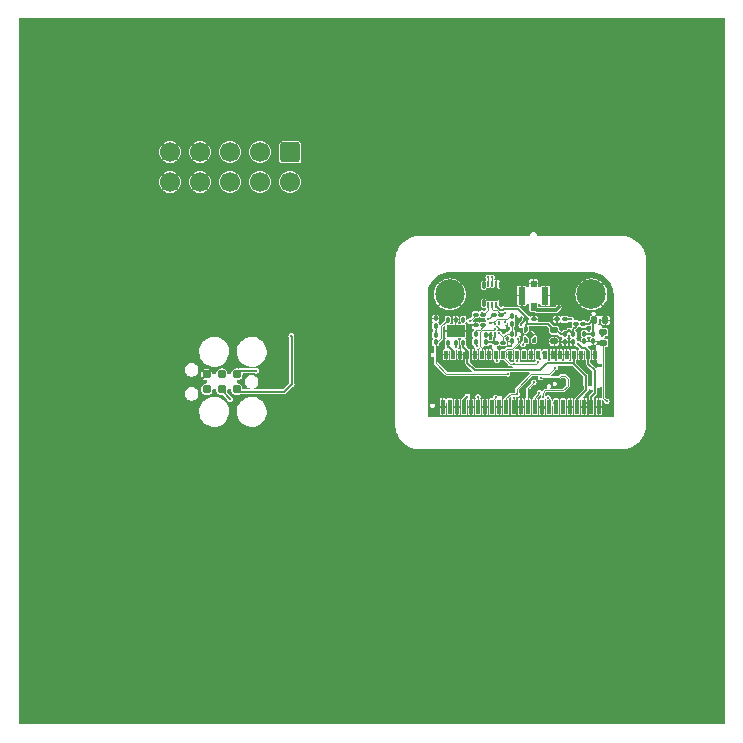
<source format=gbr>
%TF.GenerationSoftware,KiCad,Pcbnew,(7.0.0)*%
%TF.CreationDate,2023-07-14T15:59:44-04:00*%
%TF.ProjectId,headstage-neuropix1e,68656164-7374-4616-9765-2d6e6575726f,A*%
%TF.SameCoordinates,Original*%
%TF.FileFunction,Copper,L1,Top*%
%TF.FilePolarity,Positive*%
%FSLAX46Y46*%
G04 Gerber Fmt 4.6, Leading zero omitted, Abs format (unit mm)*
G04 Created by KiCad (PCBNEW (7.0.0)) date 2023-07-14 15:59:44*
%MOMM*%
%LPD*%
G01*
G04 APERTURE LIST*
G04 Aperture macros list*
%AMRoundRect*
0 Rectangle with rounded corners*
0 $1 Rounding radius*
0 $2 $3 $4 $5 $6 $7 $8 $9 X,Y pos of 4 corners*
0 Add a 4 corners polygon primitive as box body*
4,1,4,$2,$3,$4,$5,$6,$7,$8,$9,$2,$3,0*
0 Add four circle primitives for the rounded corners*
1,1,$1+$1,$2,$3*
1,1,$1+$1,$4,$5*
1,1,$1+$1,$6,$7*
1,1,$1+$1,$8,$9*
0 Add four rect primitives between the rounded corners*
20,1,$1+$1,$2,$3,$4,$5,0*
20,1,$1+$1,$4,$5,$6,$7,0*
20,1,$1+$1,$6,$7,$8,$9,0*
20,1,$1+$1,$8,$9,$2,$3,0*%
%AMRotRect*
0 Rectangle, with rotation*
0 The origin of the aperture is its center*
0 $1 length*
0 $2 width*
0 $3 Rotation angle, in degrees counterclockwise*
0 Add horizontal line*
21,1,$1,$2,0,0,$3*%
%AMFreePoly0*
4,1,6,0.230000,0.054289,0.020711,-0.155000,-0.230000,-0.155000,-0.230000,0.155000,0.230000,0.155000,0.230000,0.054289,0.230000,0.054289,$1*%
%AMFreePoly1*
4,1,6,0.230000,-0.054289,0.230000,-0.155000,-0.230000,-0.155000,-0.230000,0.155000,0.020711,0.155000,0.230000,-0.054289,0.230000,-0.054289,$1*%
%AMFreePoly2*
4,1,6,0.230000,-0.155000,-0.230000,-0.155000,-0.230000,-0.054289,-0.020711,0.155000,0.230000,0.155000,0.230000,-0.155000,0.230000,-0.155000,$1*%
%AMFreePoly3*
4,1,6,0.230000,-0.155000,-0.020711,-0.155000,-0.230000,0.054289,-0.230000,0.155000,0.230000,0.155000,0.230000,-0.155000,0.230000,-0.155000,$1*%
G04 Aperture macros list end*
%TA.AperFunction,ConnectorPad*%
%ADD10C,0.787400*%
%TD*%
%TA.AperFunction,SMDPad,CuDef*%
%ADD11RoundRect,0.100000X-0.130000X-0.100000X0.130000X-0.100000X0.130000X0.100000X-0.130000X0.100000X0*%
%TD*%
%TA.AperFunction,SMDPad,CuDef*%
%ADD12RoundRect,0.100000X-0.100000X0.130000X-0.100000X-0.130000X0.100000X-0.130000X0.100000X0.130000X0*%
%TD*%
%TA.AperFunction,SMDPad,CuDef*%
%ADD13RoundRect,0.009000X-0.081000X-0.233500X0.081000X-0.233500X0.081000X0.233500X-0.081000X0.233500X0*%
%TD*%
%TA.AperFunction,SMDPad,CuDef*%
%ADD14RoundRect,0.011500X-0.103500X-0.256000X0.103500X-0.256000X0.103500X0.256000X-0.103500X0.256000X0*%
%TD*%
%TA.AperFunction,SMDPad,CuDef*%
%ADD15R,0.500000X0.650000*%
%TD*%
%TA.AperFunction,SMDPad,CuDef*%
%ADD16R,0.600000X1.500000*%
%TD*%
%TA.AperFunction,SMDPad,CuDef*%
%ADD17R,0.500000X0.550000*%
%TD*%
%TA.AperFunction,SMDPad,CuDef*%
%ADD18RoundRect,0.100000X0.130000X0.100000X-0.130000X0.100000X-0.130000X-0.100000X0.130000X-0.100000X0*%
%TD*%
%TA.AperFunction,SMDPad,CuDef*%
%ADD19RoundRect,0.140000X-0.170000X0.140000X-0.170000X-0.140000X0.170000X-0.140000X0.170000X0.140000X0*%
%TD*%
%TA.AperFunction,SMDPad,CuDef*%
%ADD20RoundRect,0.100000X0.100000X-0.130000X0.100000X0.130000X-0.100000X0.130000X-0.100000X-0.130000X0*%
%TD*%
%TA.AperFunction,SMDPad,CuDef*%
%ADD21C,0.250000*%
%TD*%
%TA.AperFunction,SMDPad,CuDef*%
%ADD22FreePoly0,90.000000*%
%TD*%
%TA.AperFunction,SMDPad,CuDef*%
%ADD23FreePoly1,90.000000*%
%TD*%
%TA.AperFunction,SMDPad,CuDef*%
%ADD24FreePoly2,90.000000*%
%TD*%
%TA.AperFunction,SMDPad,CuDef*%
%ADD25FreePoly3,90.000000*%
%TD*%
%TA.AperFunction,SMDPad,CuDef*%
%ADD26RotRect,0.580000X0.580000X135.000000*%
%TD*%
%TA.AperFunction,SMDPad,CuDef*%
%ADD27RoundRect,0.045000X0.105000X0.180000X-0.105000X0.180000X-0.105000X-0.180000X0.105000X-0.180000X0*%
%TD*%
%TA.AperFunction,SMDPad,CuDef*%
%ADD28RoundRect,0.050000X0.750000X-0.450000X0.750000X0.450000X-0.750000X0.450000X-0.750000X-0.450000X0*%
%TD*%
%TA.AperFunction,SMDPad,CuDef*%
%ADD29R,0.300000X1.250000*%
%TD*%
%TA.AperFunction,SMDPad,CuDef*%
%ADD30R,0.300000X0.700000*%
%TD*%
%TA.AperFunction,ComponentPad*%
%ADD31C,2.500000*%
%TD*%
%TA.AperFunction,SMDPad,CuDef*%
%ADD32RoundRect,0.140000X-0.140000X-0.170000X0.140000X-0.170000X0.140000X0.170000X-0.140000X0.170000X0*%
%TD*%
%TA.AperFunction,ComponentPad*%
%ADD33RoundRect,0.250000X-0.600000X0.600000X-0.600000X-0.600000X0.600000X-0.600000X0.600000X0.600000X0*%
%TD*%
%TA.AperFunction,ComponentPad*%
%ADD34C,1.700000*%
%TD*%
%TA.AperFunction,SMDPad,CuDef*%
%ADD35RoundRect,0.050000X-0.250000X0.200000X-0.250000X-0.200000X0.250000X-0.200000X0.250000X0.200000X0*%
%TD*%
%TA.AperFunction,ViaPad*%
%ADD36C,0.250000*%
%TD*%
%TA.AperFunction,ViaPad*%
%ADD37C,0.300000*%
%TD*%
%TA.AperFunction,Conductor*%
%ADD38C,0.100000*%
%TD*%
%TA.AperFunction,Conductor*%
%ADD39C,0.200000*%
%TD*%
%TA.AperFunction,Conductor*%
%ADD40C,0.150000*%
%TD*%
%TA.AperFunction,Conductor*%
%ADD41C,0.300000*%
%TD*%
%TA.AperFunction,Conductor*%
%ADD42C,0.172000*%
%TD*%
G04 APERTURE END LIST*
D10*
%TO.P,J4,1,VCC*%
%TO.N,+4V*%
X118560000Y-95265000D03*
%TO.P,J4,2,SWDIO*%
%TO.N,/Neuropixels 1.0/SDA*%
X118560000Y-96535000D03*
%TO.P,J4,3,~{RESET}*%
%TO.N,unconnected-(J4-~{RESET}-Pad3)*%
X117290000Y-95265000D03*
%TO.P,J4,4,SWCLK*%
%TO.N,/Neuropixels 1.0/SCL*%
X117290000Y-96535000D03*
%TO.P,J4,5,GND*%
%TO.N,GND*%
X116020000Y-95265000D03*
%TO.P,J4,6,SWO*%
%TO.N,unconnected-(J4-SWO-Pad6)*%
X116020000Y-96535000D03*
%TD*%
D11*
%TO.P,R1,1*%
%TO.N,+1.8VA*%
X140330000Y-90200000D03*
%TO.P,R1,2*%
%TO.N,/Neuropixels 1.0/SDA*%
X140970000Y-90200000D03*
%TD*%
D12*
%TO.P,C16,1*%
%TO.N,+1V8*%
X146350000Y-91880000D03*
%TO.P,C16,2*%
%TO.N,GND*%
X146350000Y-92520000D03*
%TD*%
D13*
%TO.P,J5,1,Pin_1*%
%TO.N,/Neuropixels 1.0/SCL*%
X139850000Y-89410000D03*
%TO.P,J5,2,Pin_2*%
%TO.N,/Perpherials/GPIO0*%
X139850000Y-87590000D03*
%TO.P,J5,3,Pin_3*%
%TO.N,/Neuropixels 1.0/SDA*%
X140200000Y-89410000D03*
%TO.P,J5,4,Pin_4*%
%TO.N,/Perpherials/GPIO1*%
X140200000Y-87590000D03*
%TO.P,J5,5,Pin_5*%
%TO.N,+1V8*%
X140550000Y-89410000D03*
%TO.P,J5,6,Pin_6*%
%TO.N,GND*%
X140550000Y-87590000D03*
D14*
%TO.P,J5,MP1,MountPin1*%
%TO.N,+4V*%
X139475000Y-89265000D03*
%TO.P,J5,MP2,MountPin2*%
X139475000Y-87735000D03*
%TO.P,J5,MP3,MountPin3*%
%TO.N,GND*%
X140925000Y-89265000D03*
%TO.P,J5,MP4,MountPin4*%
X140925000Y-87735000D03*
%TD*%
D15*
%TO.P,J1,1,In*%
%TO.N,/DC Tap & Regulation/RF+DC*%
X143699999Y-89574999D03*
D16*
%TO.P,J1,2,Ext*%
%TO.N,GND*%
X142699999Y-88599999D03*
D17*
X143699999Y-87574999D03*
D16*
X144699999Y-88599999D03*
%TD*%
D18*
%TO.P,R15,1*%
%TO.N,/Neuropixels 1.0/CAL_SIGNAL*%
X139420000Y-91100000D03*
%TO.P,R15,2*%
%TO.N,GND*%
X138780000Y-91100000D03*
%TD*%
D12*
%TO.P,R12,1*%
%TO.N,Net-(R12-Pad1)*%
X141850000Y-90330000D03*
%TO.P,R12,2*%
%TO.N,Net-(U5-+)*%
X141850000Y-90970000D03*
%TD*%
D19*
%TO.P,C18,1*%
%TO.N,+1V8*%
X145450000Y-91520000D03*
%TO.P,C18,2*%
%TO.N,GND*%
X145450000Y-92480000D03*
%TD*%
D20*
%TO.P,C7,1*%
%TO.N,Net-(U2-EN2)*%
X135400000Y-91165000D03*
%TO.P,C7,2*%
%TO.N,GND*%
X135400000Y-90525000D03*
%TD*%
D21*
%TO.P,U5,A1,V+*%
%TO.N,+1V8*%
X140400000Y-91800000D03*
%TO.P,U5,A2,~{SHDN}*%
%TO.N,/Neuropixels 1.0/~{OSC_PDOWN}*%
X140400000Y-91400000D03*
%TO.P,U5,A3*%
%TO.N,Net-(R12-Pad1)*%
X140400000Y-91000000D03*
%TO.P,U5,B1,+*%
%TO.N,Net-(U5-+)*%
X140800000Y-91800000D03*
%TO.P,U5,B2,V-*%
%TO.N,GND*%
X140800000Y-91400000D03*
%TO.P,U5,B3,-*%
%TO.N,Net-(U5--)*%
X140800000Y-91000000D03*
%TD*%
D22*
%TO.P,U3,1,~{RESET}*%
%TO.N,/DC Tap & Regulation/VA_{EN}*%
X143075000Y-92330000D03*
D23*
%TO.P,U3,2,NC*%
%TO.N,unconnected-(U3-NC-Pad2)*%
X143725000Y-92330000D03*
D24*
%TO.P,U3,3,GND*%
%TO.N,GND*%
X143725000Y-91470000D03*
D25*
%TO.P,U3,4,VDD*%
%TO.N,+1V8*%
X143075000Y-91470000D03*
D26*
%TO.P,U3,5,TP*%
%TO.N,GND*%
X143399999Y-91899999D03*
%TD*%
D12*
%TO.P,C20,1*%
%TO.N,Net-(#FLG04-pwr)*%
X148750000Y-91830000D03*
%TO.P,C20,2*%
%TO.N,GND*%
X148750000Y-92470000D03*
%TD*%
D20*
%TO.P,R5,1*%
%TO.N,/DC Tap & Regulation/VA_{EN}*%
X135400000Y-92565000D03*
%TO.P,R5,2*%
%TO.N,Net-(U2-EN2)*%
X135400000Y-91925000D03*
%TD*%
D12*
%TO.P,C17,1*%
%TO.N,+1V8*%
X147050000Y-91880000D03*
%TO.P,C17,2*%
%TO.N,GND*%
X147050000Y-92520000D03*
%TD*%
D18*
%TO.P,R11,1*%
%TO.N,Net-(U5-+)*%
X141120000Y-92600000D03*
%TO.P,R11,2*%
%TO.N,+1V8*%
X140480000Y-92600000D03*
%TD*%
D27*
%TO.P,U2,1,VOUT1*%
%TO.N,+1.8VA*%
X136450000Y-92575000D03*
%TO.P,U2,2,VIN*%
%TO.N,+4V*%
X137100000Y-92575000D03*
%TO.P,U2,3,VOUT2*%
%TO.N,+1.2VA*%
X137750000Y-92575000D03*
%TO.P,U2,4,EN2*%
%TO.N,Net-(U2-EN2)*%
X137750000Y-90625000D03*
%TO.P,U2,5,GND*%
%TO.N,GND*%
X137100000Y-90625000D03*
%TO.P,U2,6,EN1*%
%TO.N,/DC Tap & Regulation/VA_{EN}*%
X136450000Y-90625000D03*
D28*
%TO.P,U2,7,GND*%
%TO.N,GND*%
X137100000Y-91600000D03*
%TD*%
D20*
%TO.P,C25,1*%
%TO.N,+1V8*%
X139650000Y-92570000D03*
%TO.P,C25,2*%
%TO.N,GND*%
X139650000Y-91930000D03*
%TD*%
D12*
%TO.P,R14,1*%
%TO.N,/Neuropixels 1.0/CAL_SIGNAL*%
X138800000Y-91880000D03*
%TO.P,R14,2*%
%TO.N,Net-(R12-Pad1)*%
X138800000Y-92520000D03*
%TD*%
D18*
%TO.P,L4,1,1*%
%TO.N,Net-(#FLG04-pwr)*%
X147920000Y-91000000D03*
%TO.P,L4,2,2*%
%TO.N,+1V8*%
X147280000Y-91000000D03*
%TD*%
D12*
%TO.P,C19,1*%
%TO.N,Net-(#FLG04-pwr)*%
X148000000Y-91830000D03*
%TO.P,C19,2*%
%TO.N,GND*%
X148000000Y-92470000D03*
%TD*%
D11*
%TO.P,C4,1*%
%TO.N,+1V8*%
X143080000Y-90600000D03*
%TO.P,C4,2*%
%TO.N,GND*%
X143720000Y-90600000D03*
%TD*%
D29*
%TO.P,J2,1,Pin_1*%
%TO.N,GND*%
X135999999Y-98024999D03*
D30*
%TO.P,J2,2,Pin_2*%
X136299999Y-93599999D03*
D29*
%TO.P,J2,3,Pin_3*%
%TO.N,+1.8VA*%
X136599999Y-98024999D03*
D30*
%TO.P,J2,4,Pin_4*%
X136899999Y-93599999D03*
D29*
%TO.P,J2,5,Pin_5*%
%TO.N,GND*%
X137199999Y-98024999D03*
D30*
%TO.P,J2,6,Pin_6*%
X137499999Y-93599999D03*
D29*
%TO.P,J2,7,Pin_7*%
%TO.N,+1.2VA*%
X137799999Y-98024999D03*
D30*
%TO.P,J2,8,Pin_8*%
X138099999Y-93599999D03*
D29*
%TO.P,J2,9,Pin_9*%
%TO.N,GND*%
X138399999Y-98024999D03*
D30*
%TO.P,J2,10,Pin_10*%
X138699999Y-93599999D03*
D29*
%TO.P,J2,11,Pin_11*%
%TO.N,/Neuropixels 1.0/CAL_SIGNAL*%
X138999999Y-98024999D03*
D30*
%TO.P,J2,12,Pin_12*%
%TO.N,/Neuropixels 1.0/~{OSC_PDOWN}*%
X139299999Y-93599999D03*
D29*
%TO.P,J2,13,Pin_13*%
%TO.N,GND*%
X139599999Y-98024999D03*
D30*
%TO.P,J2,14,Pin_14*%
X139899999Y-93599999D03*
D29*
%TO.P,J2,15,Pin_15*%
%TO.N,/DC Tap & Regulation/VA_{EN}*%
X140199999Y-98024999D03*
D30*
%TO.P,J2,16,Pin_16*%
%TO.N,/Neuropixels 1.0/NP_{~{MUXRST}}*%
X140499999Y-93599999D03*
D29*
%TO.P,J2,17,Pin_17*%
%TO.N,GND*%
X140799999Y-98024999D03*
D30*
%TO.P,J2,18,Pin_18*%
%TO.N,/Neuropixels 1.0/SDA*%
X141099999Y-93599999D03*
D29*
%TO.P,J2,19,Pin_19*%
%TO.N,/Neuropixels 1.0/SCL*%
X141399999Y-98024999D03*
D30*
%TO.P,J2,20,Pin_20*%
%TO.N,GND*%
X141699999Y-93599999D03*
D29*
%TO.P,J2,21,Pin_21*%
%TO.N,/Neuropixels 1.0/SYNC*%
X141999999Y-98024999D03*
D30*
%TO.P,J2,22,Pin_22*%
%TO.N,/Neuropixels 1.0/D6*%
X142299999Y-93599999D03*
D29*
%TO.P,J2,23,Pin_23*%
%TO.N,GND*%
X142599999Y-98024999D03*
D30*
%TO.P,J2,24,Pin_24*%
%TO.N,/Neuropixels 1.0/D5*%
X142899999Y-93599999D03*
D29*
%TO.P,J2,25,Pin_25*%
%TO.N,/Neuropixels 1.0/D4*%
X143199999Y-98024999D03*
D30*
%TO.P,J2,26,Pin_26*%
%TO.N,GND*%
X143499999Y-93599999D03*
D29*
%TO.P,J2,27,Pin_27*%
%TO.N,/Neuropixels 1.0/D3*%
X143799999Y-98024999D03*
D30*
%TO.P,J2,28,Pin_28*%
%TO.N,/Neuropixels 1.0/D2*%
X144099999Y-93599999D03*
D29*
%TO.P,J2,29,Pin_29*%
%TO.N,GND*%
X144399999Y-98024999D03*
D30*
%TO.P,J2,30,Pin_30*%
%TO.N,/Neuropixels 1.0/D1*%
X144699999Y-93599999D03*
D29*
%TO.P,J2,31,Pin_31*%
%TO.N,/Neuropixels 1.0/D0*%
X144999999Y-98024999D03*
D30*
%TO.P,J2,32,Pin_32*%
%TO.N,GND*%
X145299999Y-93599999D03*
D29*
%TO.P,J2,33,Pin_33*%
%TO.N,/Neuropixels 1.0/DCLK*%
X145599999Y-98024999D03*
D30*
%TO.P,J2,34,Pin_34*%
%TO.N,GND*%
X145899999Y-93599999D03*
D29*
%TO.P,J2,35,Pin_35*%
%TO.N,/Neuropixels 1.0/MCLK*%
X146199999Y-98024999D03*
D30*
%TO.P,J2,36,Pin_36*%
%TO.N,GND*%
X146499999Y-93599999D03*
D29*
%TO.P,J2,37,Pin_37*%
X146799999Y-98024999D03*
D30*
%TO.P,J2,38,Pin_38*%
%TO.N,+1.2VA*%
X147099999Y-93599999D03*
D29*
%TO.P,J2,39,Pin_39*%
X147399999Y-98024999D03*
D30*
%TO.P,J2,40,Pin_40*%
%TO.N,GND*%
X147699999Y-93599999D03*
D29*
%TO.P,J2,41,Pin_41*%
X147999999Y-98024999D03*
D30*
%TO.P,J2,42,Pin_42*%
%TO.N,+1.8VA*%
X148299999Y-93599999D03*
D29*
%TO.P,J2,43,Pin_43*%
X148599999Y-98024999D03*
D30*
%TO.P,J2,44,Pin_44*%
%TO.N,GND*%
X148899999Y-93599999D03*
D29*
%TO.P,J2,45,Pin_45*%
X149199999Y-98024999D03*
%TD*%
D31*
%TO.P,TP1,1,1*%
%TO.N,GND*%
X136600000Y-88500000D03*
%TD*%
D32*
%TO.P,C21,1*%
%TO.N,Net-(#FLG04-pwr)*%
X148820000Y-90700000D03*
%TO.P,C21,2*%
%TO.N,GND*%
X149780000Y-90700000D03*
%TD*%
D18*
%TO.P,R10,1*%
%TO.N,/Serializer/Dout-*%
X146320000Y-90600000D03*
%TO.P,R10,2*%
%TO.N,GND*%
X145680000Y-90600000D03*
%TD*%
D33*
%TO.P,J3,1,Pin_1*%
%TO.N,+4V*%
X123080000Y-76447500D03*
D34*
%TO.P,J3,2,Pin_2*%
X123080000Y-78987500D03*
%TO.P,J3,3,Pin_3*%
%TO.N,/Neuropixels 1.0/SCL*%
X120540000Y-76447500D03*
%TO.P,J3,4,Pin_4*%
X120540000Y-78987500D03*
%TO.P,J3,5,Pin_5*%
%TO.N,/Neuropixels 1.0/SDA*%
X118000000Y-76447500D03*
%TO.P,J3,6,Pin_6*%
X118000000Y-78987500D03*
%TO.P,J3,7,Pin_7*%
%TO.N,GND*%
X115460000Y-76447500D03*
%TO.P,J3,8,Pin_8*%
X115460000Y-78987500D03*
%TO.P,J3,9,Pin_9*%
X112920000Y-76447500D03*
%TO.P,J3,10,Pin_10*%
X112920000Y-78987500D03*
%TD*%
D12*
%TO.P,R13,1*%
%TO.N,Net-(U5-+)*%
X141850000Y-91830000D03*
%TO.P,R13,2*%
%TO.N,GND*%
X141850000Y-92470000D03*
%TD*%
D11*
%TO.P,R2,1*%
%TO.N,+1.8VA*%
X138780000Y-90200000D03*
%TO.P,R2,2*%
%TO.N,/Neuropixels 1.0/SCL*%
X139420000Y-90200000D03*
%TD*%
D35*
%TO.P,D1,1,K*%
%TO.N,Net-(D1-K)*%
X149600000Y-91700000D03*
%TO.P,D1,2,A*%
%TO.N,+1V8*%
X149600000Y-92600000D03*
%TD*%
D31*
%TO.P,TP2,1,1*%
%TO.N,GND*%
X148600000Y-88500000D03*
%TD*%
D36*
%TO.N,/Neuropixels 1.0/D0*%
X144950000Y-97270000D03*
D37*
%TO.N,GND*%
X145340000Y-93660000D03*
D36*
X144840000Y-96930000D03*
%TO.N,/Neuropixels 1.0/PCLK*%
X144514500Y-97175498D03*
%TO.N,GND*%
X143590000Y-96500000D03*
D37*
X146990000Y-95640000D03*
D36*
X138560000Y-97170000D03*
D37*
X104670000Y-77610000D03*
X152750000Y-106940000D03*
X144416061Y-81338202D03*
X130400000Y-83630000D03*
X135160000Y-95280000D03*
D36*
X147512132Y-94349665D03*
D37*
X156300000Y-121900000D03*
D36*
X141834896Y-94124533D03*
D37*
X140600000Y-95600000D03*
X144590000Y-98100500D03*
X140500000Y-96250000D03*
X129640000Y-110300000D03*
X135910000Y-93110000D03*
X144350000Y-92150000D03*
X144800000Y-92380500D03*
X137500000Y-95710000D03*
D36*
X148340000Y-95010000D03*
D37*
X135580000Y-98500000D03*
X106460000Y-93330000D03*
X137380000Y-106710000D03*
D36*
X144880000Y-90270000D03*
D37*
X144700000Y-87450000D03*
X135640000Y-73600000D03*
X135200000Y-97200000D03*
D36*
X146950000Y-89250000D03*
X147020000Y-96330000D03*
X140079116Y-91978997D03*
D37*
X141050000Y-87000000D03*
D36*
X136500000Y-91650000D03*
X137705543Y-91735543D03*
D37*
X146500000Y-93600000D03*
D36*
X142400000Y-95600000D03*
X148900000Y-93590000D03*
D37*
X150520000Y-80190000D03*
D36*
X145950000Y-94700000D03*
X146450000Y-89150000D03*
D37*
X138000000Y-89850000D03*
D36*
X139971612Y-92971466D03*
D37*
X150000000Y-96750000D03*
X155510000Y-95710000D03*
X106760000Y-112810000D03*
X149850000Y-98400000D03*
D36*
X147710000Y-96340000D03*
D37*
X147700000Y-93450000D03*
X147580000Y-95640000D03*
D36*
X142900000Y-95450000D03*
X141568020Y-92308292D03*
X142630000Y-97340000D03*
D37*
X136080000Y-94520000D03*
X126680000Y-71747500D03*
X135200000Y-89780000D03*
X156700000Y-69100000D03*
X155800000Y-87500000D03*
D36*
X148800000Y-92950500D03*
X137000000Y-91550000D03*
X146800000Y-90050000D03*
D37*
X139950000Y-97000000D03*
X143000000Y-87400000D03*
X146120000Y-95699500D03*
D36*
X142444101Y-92894101D03*
X145950000Y-90100000D03*
X145320000Y-89380000D03*
X145780000Y-96290000D03*
D37*
X135890000Y-90120000D03*
D36*
X148100000Y-90000000D03*
D37*
X139050000Y-96510000D03*
X107600000Y-104500000D03*
X148150000Y-97670000D03*
X146940000Y-87070000D03*
X103100000Y-122100000D03*
X145266637Y-78141210D03*
X149700000Y-89900000D03*
X143524500Y-93600000D03*
D36*
X146400000Y-90050000D03*
D37*
X137470000Y-97000000D03*
X136910000Y-80250000D03*
D36*
X141070000Y-93025498D03*
D37*
X145570000Y-87160000D03*
D36*
X144280000Y-90250000D03*
D37*
X105450000Y-70470000D03*
X137520000Y-96370000D03*
X143800000Y-86950000D03*
X117520000Y-69930000D03*
D36*
X141210000Y-94430000D03*
D37*
X145200000Y-72300000D03*
X154200000Y-101500000D03*
X135190000Y-96310000D03*
D36*
X141100000Y-91600000D03*
D37*
X103900000Y-84800000D03*
D36*
X147400000Y-89550000D03*
D37*
X128400000Y-101000000D03*
X143230000Y-96010000D03*
D36*
X136850000Y-94637500D03*
D37*
X139210000Y-95770000D03*
X114560000Y-86760000D03*
X137490000Y-94010000D03*
X138150000Y-87100000D03*
D36*
%TO.N,+1V8*%
X146700000Y-91550000D03*
X149899500Y-97550000D03*
D37*
X142662961Y-91089404D03*
D36*
X140250000Y-92550000D03*
D37*
%TO.N,+1.2VA*%
X137800000Y-93000000D03*
X138100000Y-97150000D03*
D36*
%TO.N,Net-(D1-K)*%
X149500500Y-92050000D03*
%TO.N,Net-(U2-EN2)*%
X137750000Y-90700000D03*
X135400000Y-91600000D03*
%TO.N,+4V*%
X139475700Y-87735000D03*
D37*
X120200000Y-94945000D03*
D36*
X139475700Y-89265000D03*
D37*
X137112184Y-92917916D03*
D36*
%TO.N,Net-(U5--)*%
X140800000Y-90825500D03*
%TO.N,/Neuropixels 1.0/MCLK*%
X146185753Y-98347372D03*
%TO.N,/Neuropixels 1.0/CAL_SIGNAL*%
X138750000Y-91900000D03*
X139000000Y-97150000D03*
%TO.N,/DC Tap & Regulation/RF+DC*%
X143800000Y-89575000D03*
D37*
X145812500Y-89600000D03*
D36*
%TO.N,/DC Tap & Regulation/VA_{EN}*%
X142793180Y-92745908D03*
X141500000Y-95223498D03*
X140473576Y-97223576D03*
%TO.N,/Neuropixels 1.0/NP_{~{MUXRST}}*%
X140600000Y-94100000D03*
%TO.N,/Neuropixels 1.0/SDA*%
X142350000Y-92243279D03*
X144050000Y-94250000D03*
X141250000Y-90099500D03*
D37*
X123200000Y-92000000D03*
D36*
X142050000Y-94400000D03*
D37*
X123210000Y-96120000D03*
%TO.N,/Neuropixels 1.0/SCL*%
X118000000Y-97340000D03*
D36*
X145550000Y-94700000D03*
X142296501Y-96954737D03*
X139300000Y-90050500D03*
%TO.N,/Neuropixels 1.0/SYNC*%
X142000000Y-97300000D03*
%TO.N,/Neuropixels 1.0/D6*%
X142300000Y-94100000D03*
%TO.N,/Neuropixels 1.0/D5*%
X142900000Y-93600000D03*
%TO.N,/Neuropixels 1.0/D4*%
X143717370Y-95945500D03*
%TO.N,/Neuropixels 1.0/D3*%
X144193189Y-96808263D03*
%TO.N,/Neuropixels 1.0/D2*%
X144264551Y-93925449D03*
%TO.N,/Neuropixels 1.0/D1*%
X144474502Y-93500000D03*
%TO.N,/Neuropixels 1.0/PCLK*%
X144300000Y-95550000D03*
%TO.N,/Perpherials/GPIO0*%
X139850000Y-87050000D03*
%TO.N,/Perpherials/GPIO1*%
X140200000Y-87050000D03*
%TO.N,Net-(R12-Pad1)*%
X140026596Y-90901397D03*
X141250000Y-90850000D03*
X138900000Y-92900000D03*
D37*
%TO.N,+1.8VA*%
X136450000Y-92950000D03*
X136509592Y-97495740D03*
X147500000Y-92700500D03*
X138300500Y-90750000D03*
D36*
X139850500Y-90599500D03*
%TO.N,/Serializer/Dout-*%
X146874500Y-90600000D03*
%TO.N,/Neuropixels 1.0/DCLK*%
X145420000Y-97699500D03*
%TO.N,Net-(#FLG04-pwr)*%
X148010000Y-91900000D03*
%TD*%
D38*
%TO.N,GND*%
X144514500Y-98025000D02*
X144400000Y-98025000D01*
X144590000Y-98100500D02*
X144514500Y-98025000D01*
%TO.N,/Neuropixels 1.0/D0*%
X144950000Y-97270000D02*
X145000000Y-97320000D01*
%TO.N,/Neuropixels 1.0/D4*%
X143200000Y-96464265D02*
X143200000Y-98025000D01*
X143717370Y-95946895D02*
X143200000Y-96464265D01*
X143717370Y-95945500D02*
X143717370Y-95946895D01*
%TO.N,/Neuropixels 1.0/D1*%
X144600000Y-93500000D02*
X144700000Y-93600000D01*
X144474502Y-93500000D02*
X144600000Y-93500000D01*
%TO.N,Net-(R12-Pad1)*%
X140050500Y-90877493D02*
X140050500Y-90850500D01*
X140077493Y-90850500D02*
X140299500Y-90850500D01*
X140026596Y-90901397D02*
X140077493Y-90850500D01*
X140026596Y-90901397D02*
X140050500Y-90877493D01*
%TO.N,/Neuropixels 1.0/D0*%
X145000000Y-97320000D02*
X145000000Y-98025000D01*
%TO.N,/Neuropixels 1.0/PCLK*%
X145995735Y-95399500D02*
X145845235Y-95550000D01*
X146364500Y-95399500D02*
X145995735Y-95399500D01*
X146617500Y-96212500D02*
X146617500Y-95652500D01*
X146200000Y-96630000D02*
X146617500Y-96212500D01*
X144468189Y-96835042D02*
X144673231Y-96630000D01*
X144468189Y-97027987D02*
X144468189Y-96835042D01*
X144466176Y-97030000D02*
X144468189Y-97027987D01*
X144466176Y-97127174D02*
X144466176Y-97030000D01*
X144673231Y-96630000D02*
X146200000Y-96630000D01*
X146617500Y-95652500D02*
X146364500Y-95399500D01*
X144514500Y-97175498D02*
X144466176Y-97127174D01*
X145845235Y-95550000D02*
X144300000Y-95550000D01*
%TO.N,GND*%
X148900000Y-93590000D02*
X148900000Y-93600000D01*
%TO.N,/Neuropixels 1.0/D3*%
X144193189Y-96856811D02*
X143800000Y-97250000D01*
X144193189Y-96808263D02*
X144193189Y-96856811D01*
X143800000Y-97250000D02*
X143800000Y-98025000D01*
%TO.N,/Neuropixels 1.0/SCL*%
X144975000Y-95275000D02*
X145550000Y-94700000D01*
X143495000Y-95275000D02*
X144975000Y-95275000D01*
X142296501Y-96473499D02*
X143495000Y-95275000D01*
X141400000Y-97300000D02*
X141400000Y-98025000D01*
X141745263Y-96954737D02*
X141400000Y-97300000D01*
X142296501Y-96954737D02*
X141745263Y-96954737D01*
X142296501Y-96954737D02*
X142296501Y-96473499D01*
%TO.N,/Neuropixels 1.0/MCLK*%
X146200000Y-98333125D02*
X146200000Y-98025000D01*
X146185753Y-98347372D02*
X146200000Y-98333125D01*
%TO.N,Net-(U5--)*%
X140800000Y-90825500D02*
X140800000Y-91000000D01*
%TO.N,Net-(U5-+)*%
X141410000Y-91830000D02*
X141850000Y-91830000D01*
X141120000Y-92120000D02*
X141410000Y-91830000D01*
X141120000Y-92120000D02*
X140800000Y-91800000D01*
X141120000Y-92320000D02*
X141120000Y-92120000D01*
X141120000Y-92320000D02*
X141120000Y-92600000D01*
D39*
%TO.N,Net-(#FLG04-pwr)*%
X148750000Y-91880000D02*
X148750000Y-90770000D01*
X148030000Y-91880000D02*
X148750000Y-91880000D01*
X148750000Y-90770000D02*
X148820000Y-90700000D01*
X148010000Y-91900000D02*
X148030000Y-91880000D01*
%TO.N,+1.8VA*%
X148300000Y-93270000D02*
X148030000Y-93000000D01*
X148300000Y-93600000D02*
X148300000Y-93270000D01*
X147799500Y-93000000D02*
X148030000Y-93000000D01*
X148300000Y-94350000D02*
X148300000Y-93600000D01*
X148875000Y-96384620D02*
X148875000Y-94925000D01*
X148900000Y-96850000D02*
X148900000Y-96409620D01*
X148900000Y-96409620D02*
X148875000Y-96384620D01*
X148600000Y-97150000D02*
X148900000Y-96850000D01*
X148875000Y-94925000D02*
X148300000Y-94350000D01*
X148600000Y-98025000D02*
X148600000Y-97150000D01*
%TO.N,+1.2VA*%
X138100000Y-94300000D02*
X138100000Y-93600000D01*
X138700000Y-94900000D02*
X138100000Y-94300000D01*
X141363878Y-94900000D02*
X138700000Y-94900000D01*
X141634620Y-94898498D02*
X141365380Y-94898498D01*
X144225000Y-94900000D02*
X141636122Y-94900000D01*
X144805000Y-94320000D02*
X144225000Y-94900000D01*
X141636122Y-94900000D02*
X141634620Y-94898498D01*
X141365380Y-94898498D02*
X141363878Y-94900000D01*
X147020000Y-94320000D02*
X144805000Y-94320000D01*
X147100000Y-94400000D02*
X147020000Y-94320000D01*
D38*
%TO.N,/Neuropixels 1.0/D2*%
X144264551Y-93925449D02*
X144100000Y-93760898D01*
%TO.N,/Neuropixels 1.0/SDA*%
X141100000Y-93450000D02*
X141100000Y-93600000D01*
X141450000Y-93100000D02*
X141100000Y-93450000D01*
X141850000Y-93100000D02*
X141450000Y-93100000D01*
X142350000Y-92600000D02*
X141850000Y-93100000D01*
X142350000Y-92243279D02*
X142350000Y-92600000D01*
D39*
%TO.N,+1V8*%
X140230000Y-92570000D02*
X140250000Y-92550000D01*
X143080000Y-90430000D02*
X142376200Y-89726200D01*
D40*
X140550000Y-89410000D02*
X140550000Y-89518249D01*
D38*
X149600000Y-92600000D02*
X149600000Y-97250500D01*
D39*
X143100000Y-91000000D02*
X143100000Y-90620000D01*
D40*
X147280000Y-91220000D02*
X147050000Y-91450000D01*
D39*
X140480000Y-92600000D02*
X140300000Y-92600000D01*
X142662961Y-91017039D02*
X143080000Y-90600000D01*
X146370000Y-91880000D02*
X146350000Y-91880000D01*
D40*
X140400000Y-91800000D02*
X140400000Y-92075000D01*
D39*
X140300000Y-92600000D02*
X140250000Y-92550000D01*
X143100000Y-90620000D02*
X143080000Y-90600000D01*
D40*
X147280000Y-91000000D02*
X147280000Y-91220000D01*
X143075000Y-91470000D02*
X143075000Y-91025000D01*
D39*
X143080000Y-90600000D02*
X143080000Y-90430000D01*
X146700000Y-91550000D02*
X146370000Y-91880000D01*
X144930000Y-91000000D02*
X143100000Y-91000000D01*
X141066284Y-89782322D02*
X140849429Y-89782322D01*
X143080000Y-90600000D02*
X143080000Y-90614264D01*
X145980000Y-91880000D02*
X146350000Y-91880000D01*
X146700000Y-91550000D02*
X147030000Y-91880000D01*
X145620000Y-91520000D02*
X145980000Y-91880000D01*
X145450000Y-91520000D02*
X144930000Y-91000000D01*
X141122406Y-89726200D02*
X141066284Y-89782322D01*
D40*
X147050000Y-91450000D02*
X147050000Y-91880000D01*
X140400000Y-92075000D02*
X140325000Y-92150000D01*
D39*
X139650000Y-92570000D02*
X140230000Y-92570000D01*
D38*
X149600000Y-97250500D02*
X149899500Y-97550000D01*
D39*
X142376200Y-89726200D02*
X141122406Y-89726200D01*
D40*
X140550000Y-89518249D02*
X140831751Y-89800000D01*
X140325000Y-92475000D02*
X140250000Y-92550000D01*
X143075000Y-91025000D02*
X143100000Y-91000000D01*
D39*
X145450000Y-91520000D02*
X145620000Y-91520000D01*
X142662961Y-91089404D02*
X142662961Y-91017039D01*
D40*
X140325000Y-92150000D02*
X140325000Y-92475000D01*
D39*
%TO.N,+1.2VA*%
X147100000Y-93600000D02*
X147100000Y-94400000D01*
X138100000Y-97150000D02*
X137800000Y-97450000D01*
X137800000Y-97450000D02*
X137800000Y-98025000D01*
X147103554Y-94400000D02*
X148120000Y-95416446D01*
X147400000Y-97380000D02*
X147400000Y-98025000D01*
X137750000Y-92950000D02*
X137800000Y-93000000D01*
X137750000Y-92575000D02*
X137750000Y-92950000D01*
X147100000Y-94400000D02*
X147103554Y-94400000D01*
X148120000Y-95416446D02*
X148120000Y-96225735D01*
X138100000Y-93300000D02*
X138100000Y-93600000D01*
X148120000Y-96225735D02*
X148150000Y-96255735D01*
X137800000Y-93000000D02*
X138100000Y-93300000D01*
X148150000Y-96630000D02*
X147400000Y-97380000D01*
X148150000Y-96255735D02*
X148150000Y-96630000D01*
D38*
%TO.N,Net-(D1-K)*%
X149600000Y-91950500D02*
X149500500Y-92050000D01*
X149600000Y-91700000D02*
X149600000Y-91950500D01*
%TO.N,Net-(U2-EN2)*%
X135400000Y-91925000D02*
X135400000Y-91600000D01*
X135400000Y-91165000D02*
X135400000Y-91600000D01*
D39*
%TO.N,+4V*%
X120200000Y-94945000D02*
X118875000Y-94945000D01*
X118875000Y-94945000D02*
X118555000Y-95265000D01*
D38*
X139475700Y-87735000D02*
X139475000Y-87735000D01*
D39*
X137112184Y-92917916D02*
X137100000Y-92905732D01*
X137100000Y-92905732D02*
X137100000Y-92575000D01*
D38*
X139475700Y-89265000D02*
X139475000Y-89265000D01*
%TO.N,/Neuropixels 1.0/CAL_SIGNAL*%
X139120000Y-91500000D02*
X139520000Y-91100000D01*
X138850000Y-91500000D02*
X139120000Y-91500000D01*
X138770000Y-91880000D02*
X138800000Y-91880000D01*
X138750000Y-91900000D02*
X138770000Y-91880000D01*
X138800000Y-91880000D02*
X138800000Y-91550000D01*
X138800000Y-91550000D02*
X138850000Y-91500000D01*
X139000000Y-97150000D02*
X139000000Y-98025000D01*
%TO.N,/Neuropixels 1.0/~{OSC_PDOWN}*%
X140400000Y-91400000D02*
X140251224Y-91548776D01*
X139354066Y-91548776D02*
X139200000Y-91702842D01*
X139300000Y-93000000D02*
X139300000Y-93600000D01*
X139200000Y-91702842D02*
X139200000Y-92900000D01*
X140251224Y-91548776D02*
X139354066Y-91548776D01*
X139200000Y-92900000D02*
X139300000Y-93000000D01*
D41*
%TO.N,/DC Tap & Regulation/RF+DC*%
X145562500Y-89850000D02*
X145812500Y-89600000D01*
X143700000Y-89575000D02*
X143975000Y-89850000D01*
X143975000Y-89850000D02*
X145562500Y-89850000D01*
D38*
%TO.N,/DC Tap & Regulation/VA_{EN}*%
X135900000Y-91175000D02*
X136450000Y-90625000D01*
X136323498Y-95223498D02*
X135400000Y-94300000D01*
X142793180Y-92611820D02*
X143075000Y-92330000D01*
X135400000Y-94300000D02*
X135400000Y-92565000D01*
X140200000Y-97497152D02*
X140200000Y-98025000D01*
X135535000Y-92565000D02*
X135900000Y-92200000D01*
X135400000Y-92565000D02*
X135535000Y-92565000D01*
X140473576Y-97223576D02*
X140200000Y-97497152D01*
X141500000Y-95223498D02*
X136323498Y-95223498D01*
X135900000Y-92200000D02*
X135900000Y-91175000D01*
X142793180Y-92745908D02*
X142793180Y-92611820D01*
%TO.N,/Neuropixels 1.0/NP_{~{MUXRST}}*%
X140500000Y-93600000D02*
X140500000Y-94000000D01*
X140500000Y-94000000D02*
X140600000Y-94100000D01*
%TO.N,/Neuropixels 1.0/SDA*%
X140913553Y-90200000D02*
X141020000Y-90200000D01*
X141250000Y-90099500D02*
X141070500Y-90099500D01*
D39*
X118760000Y-96740000D02*
X118555000Y-96535000D01*
X123210000Y-96120000D02*
X122590000Y-96740000D01*
X123210000Y-96120000D02*
X123210000Y-92010000D01*
D38*
X140300000Y-89850000D02*
X140563553Y-89850000D01*
X144050000Y-94250000D02*
X143900000Y-94400000D01*
X140563553Y-89850000D02*
X140913553Y-90200000D01*
X141100000Y-93800000D02*
X141100000Y-93600000D01*
X141700000Y-94400000D02*
X141100000Y-93800000D01*
X143900000Y-94400000D02*
X142050000Y-94400000D01*
X141700000Y-94400000D02*
X142050000Y-94400000D01*
X141070500Y-90099500D02*
X140970000Y-90200000D01*
X140200000Y-89410000D02*
X140200000Y-89750000D01*
D39*
X122590000Y-96740000D02*
X118760000Y-96740000D01*
X123210000Y-92010000D02*
X123200000Y-92000000D01*
D38*
X140200000Y-89750000D02*
X140300000Y-89850000D01*
%TO.N,/Neuropixels 1.0/SCL*%
X139850000Y-89410000D02*
X139850000Y-89800000D01*
D39*
X117285000Y-96625000D02*
X117285000Y-96535000D01*
X118000000Y-97340000D02*
X117285000Y-96625000D01*
D38*
X139850000Y-89800000D02*
X139520000Y-90130000D01*
%TO.N,/Neuropixels 1.0/SYNC*%
X142000000Y-97300000D02*
X142000000Y-98025000D01*
%TO.N,/Neuropixels 1.0/D6*%
X142300000Y-94100000D02*
X142300000Y-93600000D01*
%TO.N,/Neuropixels 1.0/D2*%
X144100000Y-93760898D02*
X144100000Y-93600000D01*
%TO.N,/Perpherials/GPIO0*%
X139850000Y-87050000D02*
X139850000Y-87590000D01*
%TO.N,/Perpherials/GPIO1*%
X140200000Y-87050000D02*
X140200000Y-87590000D01*
%TO.N,Net-(U5-+)*%
X141850000Y-90970000D02*
X141850000Y-91830000D01*
%TO.N,Net-(R12-Pad1)*%
X140500000Y-90650000D02*
X140600000Y-90550000D01*
X140600000Y-90550000D02*
X141250000Y-90550000D01*
X138800000Y-92520000D02*
X138800000Y-92800000D01*
X140400000Y-90750000D02*
X140299500Y-90850500D01*
X138800000Y-92800000D02*
X138900000Y-92900000D01*
X141250000Y-90850000D02*
X141250000Y-90550000D01*
X140299500Y-90850500D02*
X140050500Y-90850500D01*
X140400000Y-90951000D02*
X140299500Y-90850500D01*
X140050500Y-90850500D02*
X140250500Y-90850500D01*
X140500000Y-90650000D02*
X140400000Y-90750000D01*
X141450000Y-90550000D02*
X141670000Y-90330000D01*
X140400000Y-91000000D02*
X140400000Y-90951000D01*
X141670000Y-90330000D02*
X141850000Y-90330000D01*
X141250000Y-90550000D02*
X141450000Y-90550000D01*
D39*
%TO.N,+1.8VA*%
X136450000Y-92950000D02*
X136450000Y-92575000D01*
X147500000Y-92700500D02*
X147799500Y-93000000D01*
D38*
X138300500Y-90750000D02*
X138750500Y-90300000D01*
X140330000Y-90200000D02*
X140250000Y-90200000D01*
D39*
X136900000Y-93300000D02*
X136900000Y-93600000D01*
D38*
X140250000Y-90200000D02*
X139850500Y-90599500D01*
D39*
X136450000Y-92950000D02*
X136550000Y-92950000D01*
X136550000Y-92950000D02*
X136900000Y-93300000D01*
X136600000Y-98025000D02*
X136600000Y-97586148D01*
X136600000Y-97586148D02*
X136509592Y-97495740D01*
D42*
%TO.N,/Serializer/Dout-*%
X146874500Y-90600000D02*
X146320000Y-90600000D01*
D38*
%TO.N,/Neuropixels 1.0/DCLK*%
X145600000Y-97879500D02*
X145600000Y-98025000D01*
X145420000Y-97699500D02*
X145600000Y-97879500D01*
D39*
%TO.N,Net-(#FLG04-pwr)*%
X147920000Y-91000000D02*
X148350000Y-91000000D01*
X148650000Y-90700000D02*
X148350000Y-91000000D01*
X148820000Y-90700000D02*
X148650000Y-90700000D01*
%TD*%
%TA.AperFunction,Conductor*%
%TO.N,GND*%
G36*
X142276815Y-90258275D02*
G01*
X142294827Y-90280828D01*
X142296218Y-90299096D01*
X142298159Y-90299096D01*
X142298159Y-90304615D01*
X142296930Y-90310000D01*
X142298159Y-90315385D01*
X142313390Y-90382118D01*
X142314757Y-90388105D01*
X142318197Y-90392419D01*
X142318198Y-90392420D01*
X142357285Y-90441434D01*
X142364707Y-90450740D01*
X142436886Y-90485500D01*
X142511480Y-90485500D01*
X142517000Y-90485500D01*
X142589179Y-90450740D01*
X142639129Y-90388105D01*
X142640850Y-90380564D01*
X142659522Y-90352043D01*
X142692282Y-90342604D01*
X142723269Y-90356819D01*
X142747107Y-90380657D01*
X142759349Y-90401081D01*
X142760517Y-90424861D01*
X142749500Y-90480252D01*
X142749500Y-90482662D01*
X142749500Y-90626654D01*
X142745770Y-90645406D01*
X142735148Y-90661302D01*
X142551160Y-90845289D01*
X142543994Y-90850375D01*
X142544025Y-90850414D01*
X142539706Y-90853857D01*
X142534737Y-90856251D01*
X142531299Y-90860561D01*
X142531295Y-90860565D01*
X142514934Y-90881080D01*
X142511280Y-90885170D01*
X142506033Y-90890417D01*
X142506023Y-90890427D01*
X142505641Y-90890809D01*
X142505216Y-90891234D01*
X142505182Y-90891200D01*
X142495805Y-90899818D01*
X142486371Y-90906122D01*
X142486368Y-90906124D01*
X142482360Y-90908803D01*
X142479681Y-90912811D01*
X142479679Y-90912814D01*
X142429675Y-90987652D01*
X142429673Y-90987654D01*
X142426995Y-90991664D01*
X142426054Y-90996392D01*
X142426053Y-90996396D01*
X142409819Y-91078013D01*
X142407553Y-91089404D01*
X142408495Y-91094140D01*
X142426053Y-91182411D01*
X142426054Y-91182413D01*
X142426995Y-91187144D01*
X142429674Y-91191154D01*
X142429675Y-91191155D01*
X142474094Y-91257635D01*
X142482360Y-91270005D01*
X142565221Y-91325370D01*
X142662961Y-91344812D01*
X142758971Y-91325714D01*
X142787282Y-91328502D01*
X142809273Y-91346549D01*
X142817531Y-91373772D01*
X142817531Y-91700000D01*
X142818000Y-91702359D01*
X142818001Y-91702366D01*
X142824028Y-91732662D01*
X142825331Y-91739213D01*
X142847543Y-91772457D01*
X142880787Y-91794669D01*
X142882725Y-91795054D01*
X142906375Y-91816839D01*
X142908023Y-91830198D01*
X142911914Y-91837477D01*
X142918617Y-91840000D01*
X143330253Y-91840000D01*
X143337145Y-91837145D01*
X143340000Y-91830253D01*
X143460000Y-91830253D01*
X143462854Y-91837145D01*
X143469747Y-91840000D01*
X143881385Y-91840000D01*
X143886616Y-91838031D01*
X143885716Y-91834173D01*
X143465826Y-91414285D01*
X143461968Y-91413385D01*
X143460000Y-91418617D01*
X143460000Y-91830253D01*
X143340000Y-91830253D01*
X143340000Y-91418616D01*
X143335610Y-91406952D01*
X143332469Y-91389691D01*
X143332469Y-91249500D01*
X143346821Y-91214852D01*
X143381469Y-91200500D01*
X144826655Y-91200500D01*
X144861303Y-91214852D01*
X145025148Y-91378697D01*
X145039500Y-91413345D01*
X145039500Y-91683688D01*
X145039969Y-91686047D01*
X145039970Y-91686054D01*
X145052511Y-91749102D01*
X145052512Y-91749105D01*
X145053454Y-91753839D01*
X145056135Y-91757852D01*
X145056136Y-91757853D01*
X145085947Y-91802469D01*
X145106609Y-91833391D01*
X145186161Y-91886546D01*
X145256312Y-91900500D01*
X145641278Y-91900500D01*
X145643688Y-91900500D01*
X145679107Y-91893454D01*
X145702889Y-91894622D01*
X145723314Y-91906864D01*
X145808250Y-91991800D01*
X145813335Y-91998966D01*
X145813375Y-91998935D01*
X145816816Y-92003250D01*
X145819212Y-92008224D01*
X145842861Y-92027084D01*
X145844034Y-92028019D01*
X145848131Y-92031681D01*
X145854199Y-92037749D01*
X145856522Y-92039209D01*
X145856525Y-92039211D01*
X145859576Y-92041127D01*
X145861274Y-92042195D01*
X145861464Y-92042314D01*
X145865941Y-92045491D01*
X145890769Y-92065290D01*
X145896150Y-92066518D01*
X145901126Y-92068914D01*
X145901103Y-92068960D01*
X145902173Y-92069403D01*
X145902190Y-92069355D01*
X145907401Y-92071178D01*
X145912076Y-92074116D01*
X145917561Y-92074733D01*
X145917562Y-92074734D01*
X145919389Y-92074939D01*
X145943637Y-92077671D01*
X145949033Y-92078587D01*
X145957410Y-92080500D01*
X145965993Y-92080500D01*
X145971478Y-92080808D01*
X146003026Y-92084362D01*
X146008239Y-92082537D01*
X146013723Y-92081920D01*
X146013728Y-92081971D01*
X146022388Y-92080500D01*
X146029776Y-92080500D01*
X146052874Y-92086286D01*
X146070518Y-92102277D01*
X146094379Y-92137986D01*
X146105448Y-92154552D01*
X146109459Y-92157232D01*
X146112940Y-92159558D01*
X146132116Y-92184549D01*
X146132117Y-92216049D01*
X146112942Y-92241041D01*
X146109819Y-92243127D01*
X146103127Y-92249819D01*
X146064285Y-92307951D01*
X146060662Y-92316696D01*
X146050468Y-92367947D01*
X146050000Y-92372705D01*
X146050000Y-92450253D01*
X146052854Y-92457145D01*
X146059747Y-92460000D01*
X146640253Y-92460000D01*
X146647145Y-92457145D01*
X146650000Y-92450253D01*
X146650000Y-92372705D01*
X146649531Y-92367947D01*
X146639337Y-92316696D01*
X146635714Y-92307951D01*
X146596872Y-92249819D01*
X146590178Y-92243125D01*
X146587060Y-92241042D01*
X146567882Y-92216050D01*
X146567883Y-92184548D01*
X146587060Y-92159557D01*
X146594552Y-92154552D01*
X146638867Y-92088231D01*
X146650500Y-92029748D01*
X146650500Y-91903345D01*
X146664816Y-91868732D01*
X146665320Y-91868228D01*
X146687301Y-91855519D01*
X146712697Y-91855519D01*
X146734680Y-91868230D01*
X146735036Y-91868586D01*
X146735183Y-91868733D01*
X146749500Y-91903347D01*
X146749500Y-92029748D01*
X146749969Y-92032107D01*
X146749970Y-92032114D01*
X146760190Y-92083494D01*
X146760191Y-92083497D01*
X146761133Y-92088231D01*
X146763814Y-92092244D01*
X146763815Y-92092245D01*
X146794161Y-92137661D01*
X146805448Y-92154552D01*
X146809459Y-92157232D01*
X146812940Y-92159558D01*
X146832116Y-92184549D01*
X146832117Y-92216049D01*
X146812942Y-92241041D01*
X146809819Y-92243127D01*
X146803127Y-92249819D01*
X146764285Y-92307951D01*
X146760662Y-92316696D01*
X146750468Y-92367947D01*
X146750000Y-92372705D01*
X146750000Y-92450253D01*
X146752854Y-92457145D01*
X146759747Y-92460000D01*
X147061000Y-92460000D01*
X147095648Y-92474352D01*
X147110000Y-92509000D01*
X147110000Y-92840253D01*
X147112854Y-92847145D01*
X147119747Y-92850000D01*
X147167295Y-92850000D01*
X147172052Y-92849531D01*
X147223305Y-92839336D01*
X147236509Y-92833868D01*
X147236787Y-92834540D01*
X147254743Y-92828443D01*
X147279623Y-92833390D01*
X147298695Y-92850115D01*
X147311069Y-92868635D01*
X147319399Y-92881101D01*
X147402260Y-92936466D01*
X147450295Y-92946020D01*
X147475381Y-92959430D01*
X147582303Y-93066352D01*
X147596655Y-93100998D01*
X147582306Y-93135645D01*
X147547662Y-93150000D01*
X147542559Y-93150000D01*
X147537794Y-93150469D01*
X147515717Y-93154860D01*
X147506967Y-93158484D01*
X147481915Y-93175223D01*
X147475223Y-93181915D01*
X147458483Y-93206969D01*
X147454860Y-93215714D01*
X147450468Y-93237796D01*
X147450000Y-93242554D01*
X147450000Y-93530253D01*
X147452854Y-93537145D01*
X147459747Y-93540000D01*
X147940252Y-93540000D01*
X147947144Y-93537145D01*
X147949999Y-93530253D01*
X147949999Y-93321844D01*
X147964351Y-93287196D01*
X147998999Y-93272844D01*
X148033647Y-93287196D01*
X148035148Y-93288697D01*
X148049500Y-93323345D01*
X148049500Y-93957494D01*
X148049500Y-93957504D01*
X148049501Y-93959898D01*
X148049968Y-93962248D01*
X148049969Y-93962254D01*
X148054389Y-93984479D01*
X148054390Y-93984481D01*
X148055331Y-93989213D01*
X148077543Y-94022457D01*
X148081554Y-94025137D01*
X148084968Y-94028551D01*
X148084003Y-94029515D01*
X148093702Y-94040198D01*
X148099500Y-94063319D01*
X148099500Y-94307612D01*
X148098028Y-94316271D01*
X148098080Y-94316277D01*
X148097461Y-94321762D01*
X148095638Y-94326974D01*
X148096255Y-94332459D01*
X148096256Y-94332459D01*
X148099192Y-94358522D01*
X148099500Y-94364007D01*
X148099500Y-94372590D01*
X148100110Y-94375264D01*
X148100111Y-94375270D01*
X148101409Y-94380955D01*
X148102329Y-94386371D01*
X148104829Y-94408565D01*
X148105884Y-94417924D01*
X148108819Y-94422596D01*
X148110644Y-94427810D01*
X148110597Y-94427826D01*
X148111041Y-94428897D01*
X148111086Y-94428876D01*
X148113481Y-94433850D01*
X148114710Y-94439231D01*
X148122975Y-94449595D01*
X148134507Y-94464056D01*
X148137684Y-94468534D01*
X148140784Y-94473466D01*
X148140786Y-94473469D01*
X148142252Y-94475801D01*
X148144199Y-94477748D01*
X148148318Y-94481867D01*
X148151979Y-94485964D01*
X148168331Y-94506469D01*
X148168332Y-94506470D01*
X148171776Y-94510788D01*
X148176751Y-94513184D01*
X148181068Y-94516626D01*
X148181035Y-94516666D01*
X148188200Y-94521749D01*
X148660148Y-94993698D01*
X148674500Y-95028346D01*
X148674500Y-96187183D01*
X148663810Y-96217734D01*
X148636403Y-96234955D01*
X148604239Y-96231330D01*
X148602432Y-96230460D01*
X148590057Y-96224500D01*
X148509943Y-96224500D01*
X148504970Y-96226894D01*
X148504969Y-96226895D01*
X148442738Y-96256864D01*
X148442736Y-96256865D01*
X148437764Y-96259260D01*
X148434322Y-96263575D01*
X148430005Y-96267019D01*
X148428244Y-96264811D01*
X148404508Y-96277903D01*
X148368492Y-96267506D01*
X148350500Y-96234940D01*
X148350500Y-96233145D01*
X148348588Y-96224773D01*
X148347669Y-96219359D01*
X148347471Y-96217604D01*
X148344115Y-96187811D01*
X148341174Y-96183132D01*
X148339353Y-96177926D01*
X148339402Y-96177908D01*
X148338959Y-96176839D01*
X148338913Y-96176862D01*
X148336518Y-96171889D01*
X148335290Y-96166504D01*
X148331191Y-96161364D01*
X148330500Y-96159390D01*
X148329451Y-96157211D01*
X148329696Y-96157092D01*
X148320500Y-96130812D01*
X148320500Y-95458836D01*
X148321971Y-95450173D01*
X148321921Y-95450168D01*
X148322538Y-95444686D01*
X148324363Y-95439472D01*
X148320807Y-95407918D01*
X148320500Y-95402433D01*
X148320500Y-95396611D01*
X148320500Y-95393856D01*
X148318590Y-95385489D01*
X148317671Y-95380079D01*
X148314734Y-95354007D01*
X148314733Y-95354006D01*
X148314116Y-95348522D01*
X148311178Y-95343847D01*
X148309355Y-95338636D01*
X148309403Y-95338619D01*
X148308960Y-95337549D01*
X148308914Y-95337572D01*
X148306518Y-95332596D01*
X148305290Y-95327215D01*
X148285491Y-95302387D01*
X148282314Y-95297910D01*
X148279211Y-95292971D01*
X148279209Y-95292968D01*
X148277749Y-95290645D01*
X148271681Y-95284577D01*
X148268019Y-95280480D01*
X148266891Y-95279066D01*
X148248224Y-95255658D01*
X148243250Y-95253262D01*
X148238935Y-95249821D01*
X148238966Y-95249781D01*
X148231800Y-95244696D01*
X147773738Y-94786634D01*
X147314851Y-94327748D01*
X147304230Y-94311853D01*
X147300500Y-94293101D01*
X147300500Y-94063319D01*
X147306298Y-94040198D01*
X147315996Y-94029515D01*
X147315032Y-94028551D01*
X147318444Y-94025137D01*
X147322457Y-94022457D01*
X147344669Y-93989213D01*
X147350500Y-93959899D01*
X147350500Y-93957444D01*
X147450001Y-93957444D01*
X147450469Y-93962205D01*
X147454860Y-93984282D01*
X147458484Y-93993032D01*
X147475223Y-94018084D01*
X147481915Y-94024776D01*
X147506969Y-94041516D01*
X147515714Y-94045139D01*
X147537796Y-94049531D01*
X147542554Y-94050000D01*
X147630253Y-94050000D01*
X147637145Y-94047145D01*
X147640000Y-94040253D01*
X147640000Y-94040252D01*
X147760000Y-94040252D01*
X147762854Y-94047144D01*
X147769747Y-94049999D01*
X147857444Y-94049999D01*
X147862205Y-94049530D01*
X147884282Y-94045139D01*
X147893032Y-94041515D01*
X147918084Y-94024776D01*
X147924776Y-94018084D01*
X147941516Y-93993030D01*
X147945139Y-93984285D01*
X147949531Y-93962203D01*
X147950000Y-93957446D01*
X147950000Y-93669747D01*
X147947145Y-93662854D01*
X147940253Y-93660000D01*
X147769747Y-93660000D01*
X147762854Y-93662854D01*
X147760000Y-93669747D01*
X147760000Y-94040252D01*
X147640000Y-94040252D01*
X147640000Y-93669747D01*
X147637145Y-93662854D01*
X147630253Y-93660000D01*
X147459748Y-93660000D01*
X147452855Y-93662854D01*
X147450001Y-93669747D01*
X147450001Y-93957444D01*
X147350500Y-93957444D01*
X147350499Y-93240102D01*
X147344669Y-93210787D01*
X147322457Y-93177543D01*
X147289213Y-93155331D01*
X147284478Y-93154389D01*
X147262264Y-93149970D01*
X147262259Y-93149969D01*
X147259899Y-93149500D01*
X147257489Y-93149500D01*
X146942505Y-93149500D01*
X146942494Y-93149500D01*
X146940102Y-93149501D01*
X146937752Y-93149968D01*
X146937745Y-93149969D01*
X146915520Y-93154389D01*
X146915516Y-93154390D01*
X146910787Y-93155331D01*
X146906775Y-93158011D01*
X146906774Y-93158012D01*
X146881553Y-93174863D01*
X146881550Y-93174865D01*
X146877543Y-93177543D01*
X146874865Y-93181550D01*
X146874863Y-93181553D01*
X146865170Y-93196061D01*
X146855331Y-93210787D01*
X146854389Y-93215519D01*
X146854389Y-93215521D01*
X146849970Y-93237735D01*
X146849970Y-93237740D01*
X146849500Y-93240101D01*
X146849500Y-93242505D01*
X146849500Y-93242510D01*
X146849500Y-93957494D01*
X146849500Y-93957504D01*
X146849501Y-93959898D01*
X146849968Y-93962248D01*
X146849969Y-93962254D01*
X146854389Y-93984479D01*
X146854390Y-93984481D01*
X146855331Y-93989213D01*
X146877543Y-94022457D01*
X146881554Y-94025137D01*
X146884968Y-94028551D01*
X146884003Y-94029515D01*
X146893702Y-94040198D01*
X146899500Y-94063319D01*
X146899500Y-94070500D01*
X146885148Y-94105148D01*
X146850500Y-94119500D01*
X146737852Y-94119500D01*
X146708663Y-94109857D01*
X146690962Y-94084724D01*
X146691716Y-94053992D01*
X146710629Y-94029758D01*
X146718084Y-94024776D01*
X146724776Y-94018084D01*
X146741516Y-93993030D01*
X146745139Y-93984285D01*
X146749531Y-93962203D01*
X146750000Y-93957446D01*
X146750000Y-93669747D01*
X146747145Y-93662854D01*
X146740253Y-93660000D01*
X146259748Y-93660000D01*
X146252855Y-93662854D01*
X146250001Y-93669747D01*
X146250001Y-93957444D01*
X146250469Y-93962205D01*
X146254860Y-93984282D01*
X146258484Y-93993032D01*
X146275223Y-94018084D01*
X146281915Y-94024776D01*
X146289371Y-94029758D01*
X146308284Y-94053992D01*
X146309038Y-94084724D01*
X146291337Y-94109857D01*
X146262148Y-94119500D01*
X146137852Y-94119500D01*
X146108663Y-94109857D01*
X146090962Y-94084724D01*
X146091716Y-94053992D01*
X146110629Y-94029758D01*
X146118084Y-94024776D01*
X146124776Y-94018084D01*
X146141516Y-93993030D01*
X146145139Y-93984285D01*
X146149531Y-93962203D01*
X146150000Y-93957446D01*
X146150000Y-93669747D01*
X146147145Y-93662854D01*
X146140253Y-93660000D01*
X145659748Y-93660000D01*
X145652855Y-93662854D01*
X145650001Y-93669747D01*
X145650001Y-93957444D01*
X145650469Y-93962205D01*
X145654860Y-93984282D01*
X145658484Y-93993032D01*
X145675223Y-94018084D01*
X145681915Y-94024776D01*
X145689371Y-94029758D01*
X145708284Y-94053992D01*
X145709038Y-94084724D01*
X145691337Y-94109857D01*
X145662148Y-94119500D01*
X145537852Y-94119500D01*
X145508663Y-94109857D01*
X145490962Y-94084724D01*
X145491716Y-94053992D01*
X145510629Y-94029758D01*
X145518084Y-94024776D01*
X145524776Y-94018084D01*
X145541516Y-93993030D01*
X145545139Y-93984285D01*
X145549531Y-93962203D01*
X145550000Y-93957446D01*
X145550000Y-93669747D01*
X145547145Y-93662854D01*
X145540253Y-93660000D01*
X145059748Y-93660000D01*
X145052855Y-93662854D01*
X145050001Y-93669747D01*
X145050001Y-93957444D01*
X145050469Y-93962205D01*
X145054860Y-93984282D01*
X145058484Y-93993032D01*
X145075223Y-94018084D01*
X145081915Y-94024776D01*
X145089371Y-94029758D01*
X145108284Y-94053992D01*
X145109038Y-94084724D01*
X145091337Y-94109857D01*
X145062148Y-94119500D01*
X144938753Y-94119500D01*
X144909563Y-94109857D01*
X144891863Y-94084723D01*
X144892618Y-94053991D01*
X144911531Y-94029757D01*
X144922457Y-94022457D01*
X144944669Y-93989213D01*
X144950500Y-93959899D01*
X144950499Y-93530253D01*
X145050000Y-93530253D01*
X145052854Y-93537145D01*
X145059747Y-93540000D01*
X145230253Y-93540000D01*
X145237145Y-93537145D01*
X145240000Y-93530253D01*
X145360000Y-93530253D01*
X145362854Y-93537145D01*
X145369747Y-93540000D01*
X145540252Y-93540000D01*
X145547144Y-93537145D01*
X145549999Y-93530253D01*
X145650000Y-93530253D01*
X145652854Y-93537145D01*
X145659747Y-93540000D01*
X145830253Y-93540000D01*
X145837145Y-93537145D01*
X145840000Y-93530253D01*
X145960000Y-93530253D01*
X145962854Y-93537145D01*
X145969747Y-93540000D01*
X146140252Y-93540000D01*
X146147144Y-93537145D01*
X146149999Y-93530253D01*
X146250000Y-93530253D01*
X146252854Y-93537145D01*
X146259747Y-93540000D01*
X146430253Y-93540000D01*
X146437145Y-93537145D01*
X146440000Y-93530253D01*
X146560000Y-93530253D01*
X146562854Y-93537145D01*
X146569747Y-93540000D01*
X146740252Y-93540000D01*
X146747144Y-93537145D01*
X146749999Y-93530253D01*
X146749999Y-93242556D01*
X146749530Y-93237794D01*
X146745139Y-93215717D01*
X146741515Y-93206967D01*
X146724776Y-93181915D01*
X146718084Y-93175223D01*
X146693030Y-93158483D01*
X146684285Y-93154860D01*
X146662203Y-93150468D01*
X146657446Y-93150000D01*
X146569747Y-93150000D01*
X146562854Y-93152854D01*
X146560000Y-93159747D01*
X146560000Y-93530253D01*
X146440000Y-93530253D01*
X146440000Y-93159748D01*
X146437145Y-93152855D01*
X146430253Y-93150001D01*
X146342556Y-93150001D01*
X146337794Y-93150469D01*
X146315717Y-93154860D01*
X146306967Y-93158484D01*
X146281915Y-93175223D01*
X146275223Y-93181915D01*
X146258483Y-93206969D01*
X146254860Y-93215714D01*
X146250468Y-93237796D01*
X146250000Y-93242554D01*
X146250000Y-93530253D01*
X146149999Y-93530253D01*
X146149999Y-93242556D01*
X146149530Y-93237794D01*
X146145139Y-93215717D01*
X146141515Y-93206967D01*
X146124776Y-93181915D01*
X146118084Y-93175223D01*
X146093030Y-93158483D01*
X146084285Y-93154860D01*
X146062203Y-93150468D01*
X146057446Y-93150000D01*
X145969747Y-93150000D01*
X145962854Y-93152854D01*
X145960000Y-93159747D01*
X145960000Y-93530253D01*
X145840000Y-93530253D01*
X145840000Y-93159748D01*
X145837145Y-93152855D01*
X145830253Y-93150001D01*
X145742556Y-93150001D01*
X145737794Y-93150469D01*
X145715717Y-93154860D01*
X145706967Y-93158484D01*
X145681915Y-93175223D01*
X145675223Y-93181915D01*
X145658483Y-93206969D01*
X145654860Y-93215714D01*
X145650468Y-93237796D01*
X145650000Y-93242554D01*
X145650000Y-93530253D01*
X145549999Y-93530253D01*
X145549999Y-93242556D01*
X145549530Y-93237794D01*
X145545139Y-93215717D01*
X145541515Y-93206967D01*
X145524776Y-93181915D01*
X145518084Y-93175223D01*
X145493030Y-93158483D01*
X145484285Y-93154860D01*
X145462203Y-93150468D01*
X145457446Y-93150000D01*
X145369747Y-93150000D01*
X145362854Y-93152854D01*
X145360000Y-93159747D01*
X145360000Y-93530253D01*
X145240000Y-93530253D01*
X145240000Y-93159748D01*
X145237145Y-93152855D01*
X145230253Y-93150001D01*
X145142556Y-93150001D01*
X145137794Y-93150469D01*
X145115717Y-93154860D01*
X145106967Y-93158484D01*
X145081915Y-93175223D01*
X145075223Y-93181915D01*
X145058483Y-93206969D01*
X145054860Y-93215714D01*
X145050468Y-93237796D01*
X145050000Y-93242554D01*
X145050000Y-93530253D01*
X144950499Y-93530253D01*
X144950499Y-93240102D01*
X144944669Y-93210787D01*
X144922457Y-93177543D01*
X144889213Y-93155331D01*
X144884478Y-93154389D01*
X144862264Y-93149970D01*
X144862259Y-93149969D01*
X144859899Y-93149500D01*
X144857489Y-93149500D01*
X144542505Y-93149500D01*
X144542494Y-93149500D01*
X144540102Y-93149501D01*
X144537752Y-93149968D01*
X144537745Y-93149969D01*
X144515520Y-93154389D01*
X144515516Y-93154390D01*
X144510787Y-93155331D01*
X144506775Y-93158011D01*
X144506774Y-93158012D01*
X144481553Y-93174863D01*
X144481550Y-93174865D01*
X144477543Y-93177543D01*
X144474865Y-93181550D01*
X144474863Y-93181553D01*
X144465170Y-93196061D01*
X144455331Y-93210787D01*
X144454389Y-93215519D01*
X144454389Y-93215521D01*
X144449969Y-93237740D01*
X144449969Y-93237745D01*
X144449500Y-93240101D01*
X144449500Y-93240205D01*
X144437336Y-93267640D01*
X144410601Y-93282791D01*
X144408583Y-93283193D01*
X144381757Y-93280999D01*
X144360137Y-93264968D01*
X144350499Y-93240576D01*
X144350499Y-93240102D01*
X144344669Y-93210787D01*
X144322457Y-93177543D01*
X144289213Y-93155331D01*
X144284478Y-93154389D01*
X144262264Y-93149970D01*
X144262259Y-93149969D01*
X144259899Y-93149500D01*
X144257489Y-93149500D01*
X143942505Y-93149500D01*
X143942494Y-93149500D01*
X143940102Y-93149501D01*
X143937752Y-93149968D01*
X143937745Y-93149969D01*
X143915520Y-93154389D01*
X143915516Y-93154390D01*
X143910787Y-93155331D01*
X143906775Y-93158011D01*
X143906774Y-93158012D01*
X143881553Y-93174863D01*
X143881550Y-93174865D01*
X143877543Y-93177543D01*
X143874865Y-93181550D01*
X143874863Y-93181553D01*
X143865170Y-93196061D01*
X143855331Y-93210787D01*
X143854389Y-93215519D01*
X143854389Y-93215521D01*
X143849970Y-93237735D01*
X143849970Y-93237740D01*
X143849500Y-93240101D01*
X143849500Y-93242505D01*
X143849500Y-93242510D01*
X143849500Y-93957494D01*
X143849500Y-93957504D01*
X143849501Y-93959898D01*
X143849968Y-93962248D01*
X143849969Y-93962254D01*
X143854389Y-93984479D01*
X143854390Y-93984481D01*
X143855331Y-93989213D01*
X143877543Y-94022457D01*
X143881553Y-94025136D01*
X143881648Y-94025231D01*
X143896000Y-94059802D01*
X143885235Y-94085961D01*
X143887423Y-94087423D01*
X143840265Y-94157999D01*
X143840263Y-94158001D01*
X143837583Y-94162014D01*
X143836640Y-94166750D01*
X143836641Y-94166750D01*
X143828026Y-94210060D01*
X143811053Y-94238378D01*
X143779968Y-94249500D01*
X142559252Y-94249500D01*
X142529423Y-94239374D01*
X142511922Y-94213182D01*
X142513558Y-94188213D01*
X142512417Y-94187986D01*
X142528977Y-94104731D01*
X142529918Y-94100000D01*
X142528977Y-94095268D01*
X142528977Y-94095264D01*
X142520281Y-94051546D01*
X142527597Y-94014764D01*
X142539479Y-93996980D01*
X142544669Y-93989213D01*
X142550500Y-93959899D01*
X142550500Y-93957504D01*
X142649500Y-93957504D01*
X142649501Y-93959898D01*
X142649968Y-93962248D01*
X142649969Y-93962254D01*
X142654389Y-93984479D01*
X142654390Y-93984481D01*
X142655331Y-93989213D01*
X142677543Y-94022457D01*
X142710787Y-94044669D01*
X142740101Y-94050500D01*
X143059898Y-94050499D01*
X143089213Y-94044669D01*
X143122457Y-94022457D01*
X143144669Y-93989213D01*
X143150500Y-93959899D01*
X143150500Y-93957444D01*
X143250001Y-93957444D01*
X143250469Y-93962205D01*
X143254860Y-93984282D01*
X143258484Y-93993032D01*
X143275223Y-94018084D01*
X143281915Y-94024776D01*
X143306969Y-94041516D01*
X143315714Y-94045139D01*
X143337796Y-94049531D01*
X143342554Y-94050000D01*
X143430253Y-94050000D01*
X143437145Y-94047145D01*
X143440000Y-94040253D01*
X143440000Y-94040252D01*
X143560000Y-94040252D01*
X143562854Y-94047144D01*
X143569747Y-94049999D01*
X143657444Y-94049999D01*
X143662205Y-94049530D01*
X143684282Y-94045139D01*
X143693032Y-94041515D01*
X143718084Y-94024776D01*
X143724776Y-94018084D01*
X143741516Y-93993030D01*
X143745139Y-93984285D01*
X143749531Y-93962203D01*
X143750000Y-93957446D01*
X143750000Y-93669747D01*
X143747145Y-93662854D01*
X143740253Y-93660000D01*
X143569747Y-93660000D01*
X143562854Y-93662854D01*
X143560000Y-93669747D01*
X143560000Y-94040252D01*
X143440000Y-94040252D01*
X143440000Y-93669747D01*
X143437145Y-93662854D01*
X143430253Y-93660000D01*
X143259748Y-93660000D01*
X143252855Y-93662854D01*
X143250001Y-93669747D01*
X143250001Y-93957444D01*
X143150500Y-93957444D01*
X143150499Y-93530253D01*
X143250000Y-93530253D01*
X143252854Y-93537145D01*
X143259747Y-93540000D01*
X143430253Y-93540000D01*
X143437145Y-93537145D01*
X143440000Y-93530253D01*
X143560000Y-93530253D01*
X143562854Y-93537145D01*
X143569747Y-93540000D01*
X143740252Y-93540000D01*
X143747144Y-93537145D01*
X143749999Y-93530253D01*
X143749999Y-93242556D01*
X143749530Y-93237794D01*
X143745139Y-93215717D01*
X143741515Y-93206967D01*
X143724776Y-93181915D01*
X143718084Y-93175223D01*
X143693030Y-93158483D01*
X143684285Y-93154860D01*
X143662203Y-93150468D01*
X143657446Y-93150000D01*
X143569747Y-93150000D01*
X143562854Y-93152854D01*
X143560000Y-93159747D01*
X143560000Y-93530253D01*
X143440000Y-93530253D01*
X143440000Y-93159748D01*
X143437145Y-93152855D01*
X143430253Y-93150001D01*
X143342556Y-93150001D01*
X143337794Y-93150469D01*
X143315717Y-93154860D01*
X143306967Y-93158484D01*
X143281915Y-93175223D01*
X143275223Y-93181915D01*
X143258483Y-93206969D01*
X143254860Y-93215714D01*
X143250468Y-93237796D01*
X143250000Y-93242554D01*
X143250000Y-93530253D01*
X143150499Y-93530253D01*
X143150499Y-93240102D01*
X143144669Y-93210787D01*
X143122457Y-93177543D01*
X143089213Y-93155331D01*
X143084478Y-93154389D01*
X143062264Y-93149970D01*
X143062259Y-93149969D01*
X143059899Y-93149500D01*
X143057489Y-93149500D01*
X142742505Y-93149500D01*
X142742494Y-93149500D01*
X142740102Y-93149501D01*
X142737752Y-93149968D01*
X142737745Y-93149969D01*
X142715520Y-93154389D01*
X142715516Y-93154390D01*
X142710787Y-93155331D01*
X142706775Y-93158011D01*
X142706774Y-93158012D01*
X142681553Y-93174863D01*
X142681550Y-93174865D01*
X142677543Y-93177543D01*
X142674865Y-93181550D01*
X142674863Y-93181553D01*
X142665170Y-93196061D01*
X142655331Y-93210787D01*
X142654389Y-93215519D01*
X142654389Y-93215521D01*
X142649970Y-93237735D01*
X142649970Y-93237740D01*
X142649500Y-93240101D01*
X142649500Y-93242505D01*
X142649500Y-93242510D01*
X142649500Y-93957494D01*
X142649500Y-93957504D01*
X142550500Y-93957504D01*
X142550499Y-93240102D01*
X142544669Y-93210787D01*
X142522457Y-93177543D01*
X142489213Y-93155331D01*
X142484478Y-93154389D01*
X142462264Y-93149970D01*
X142462259Y-93149969D01*
X142459899Y-93149500D01*
X142457489Y-93149500D01*
X142142509Y-93149500D01*
X142142498Y-93149500D01*
X142140102Y-93149501D01*
X142137749Y-93149968D01*
X142135505Y-93150190D01*
X142106552Y-93144057D01*
X142086411Y-93122372D01*
X142082430Y-93093046D01*
X142096058Y-93066779D01*
X142470430Y-92692409D01*
X142484935Y-92677904D01*
X142486661Y-92679630D01*
X142503607Y-92665485D01*
X142537377Y-92665757D01*
X142562951Y-92687813D01*
X142568181Y-92721177D01*
X142567758Y-92723303D01*
X142563262Y-92745908D01*
X142564203Y-92750639D01*
X142579821Y-92829161D01*
X142579822Y-92829163D01*
X142580763Y-92833894D01*
X142598961Y-92861129D01*
X142627311Y-92903559D01*
X142630603Y-92908485D01*
X142705194Y-92958325D01*
X142793180Y-92975826D01*
X142881166Y-92958325D01*
X142955757Y-92908485D01*
X143005597Y-92833894D01*
X143023098Y-92745908D01*
X143018149Y-92721028D01*
X143020937Y-92692718D01*
X143038984Y-92670727D01*
X143066207Y-92662469D01*
X143227590Y-92662469D01*
X143230000Y-92662469D01*
X143269213Y-92654669D01*
X143302457Y-92632457D01*
X143324669Y-92599213D01*
X143332469Y-92560000D01*
X143332469Y-92410307D01*
X143335610Y-92393046D01*
X143339999Y-92381384D01*
X143460000Y-92381384D01*
X143464390Y-92393048D01*
X143467531Y-92410307D01*
X143467531Y-92560000D01*
X143468000Y-92562359D01*
X143468001Y-92562366D01*
X143471238Y-92578637D01*
X143475331Y-92599213D01*
X143497543Y-92632457D01*
X143530787Y-92654669D01*
X143570000Y-92662469D01*
X143877590Y-92662469D01*
X143880000Y-92662469D01*
X143919213Y-92654669D01*
X143939330Y-92641228D01*
X145040000Y-92641228D01*
X145040470Y-92646003D01*
X145052983Y-92708910D01*
X145056605Y-92717654D01*
X145104289Y-92789018D01*
X145110981Y-92795710D01*
X145182345Y-92843394D01*
X145191089Y-92847016D01*
X145253996Y-92859529D01*
X145258772Y-92860000D01*
X145380253Y-92860000D01*
X145387145Y-92857145D01*
X145390000Y-92850253D01*
X145510000Y-92850253D01*
X145512854Y-92857145D01*
X145519747Y-92860000D01*
X145641228Y-92860000D01*
X145646003Y-92859529D01*
X145708910Y-92847016D01*
X145717654Y-92843394D01*
X145789018Y-92795710D01*
X145795710Y-92789018D01*
X145843394Y-92717654D01*
X145847016Y-92708910D01*
X145855294Y-92667295D01*
X146050000Y-92667295D01*
X146050468Y-92672052D01*
X146060662Y-92723303D01*
X146064285Y-92732048D01*
X146103127Y-92790180D01*
X146109819Y-92796872D01*
X146167951Y-92835714D01*
X146176696Y-92839337D01*
X146227947Y-92849531D01*
X146232705Y-92850000D01*
X146280253Y-92850000D01*
X146287145Y-92847145D01*
X146290000Y-92840253D01*
X146410000Y-92840253D01*
X146412854Y-92847145D01*
X146419747Y-92850000D01*
X146467295Y-92850000D01*
X146472052Y-92849531D01*
X146523303Y-92839337D01*
X146532048Y-92835714D01*
X146590180Y-92796872D01*
X146596872Y-92790180D01*
X146635714Y-92732048D01*
X146639337Y-92723303D01*
X146649531Y-92672052D01*
X146650000Y-92667295D01*
X146750000Y-92667295D01*
X146750468Y-92672052D01*
X146760662Y-92723303D01*
X146764285Y-92732048D01*
X146803127Y-92790180D01*
X146809819Y-92796872D01*
X146867951Y-92835714D01*
X146876696Y-92839337D01*
X146927947Y-92849531D01*
X146932705Y-92850000D01*
X146980253Y-92850000D01*
X146987145Y-92847145D01*
X146990000Y-92840253D01*
X146990000Y-92589747D01*
X146987145Y-92582854D01*
X146980253Y-92580000D01*
X146759747Y-92580000D01*
X146752854Y-92582854D01*
X146750000Y-92589747D01*
X146750000Y-92667295D01*
X146650000Y-92667295D01*
X146650000Y-92589747D01*
X146647145Y-92582854D01*
X146640253Y-92580000D01*
X146419747Y-92580000D01*
X146412854Y-92582854D01*
X146410000Y-92589747D01*
X146410000Y-92840253D01*
X146290000Y-92840253D01*
X146290000Y-92589747D01*
X146287145Y-92582854D01*
X146280253Y-92580000D01*
X146059747Y-92580000D01*
X146052854Y-92582854D01*
X146050000Y-92589747D01*
X146050000Y-92667295D01*
X145855294Y-92667295D01*
X145859529Y-92646003D01*
X145860000Y-92641228D01*
X145860000Y-92549747D01*
X145857145Y-92542854D01*
X145850253Y-92540000D01*
X145519747Y-92540000D01*
X145512854Y-92542854D01*
X145510000Y-92549747D01*
X145510000Y-92850253D01*
X145390000Y-92850253D01*
X145390000Y-92549747D01*
X145387145Y-92542854D01*
X145380253Y-92540000D01*
X145049747Y-92540000D01*
X145042854Y-92542854D01*
X145040000Y-92549747D01*
X145040000Y-92641228D01*
X143939330Y-92641228D01*
X143952457Y-92632457D01*
X143974669Y-92599213D01*
X143982469Y-92560000D01*
X143982469Y-92410253D01*
X145040000Y-92410253D01*
X145042854Y-92417145D01*
X145049747Y-92420000D01*
X145380253Y-92420000D01*
X145387145Y-92417145D01*
X145390000Y-92410253D01*
X145510000Y-92410253D01*
X145512854Y-92417145D01*
X145519747Y-92420000D01*
X145850253Y-92420000D01*
X145857145Y-92417145D01*
X145860000Y-92410253D01*
X145860000Y-92318772D01*
X145859529Y-92313996D01*
X145847016Y-92251089D01*
X145843394Y-92242345D01*
X145795710Y-92170981D01*
X145789018Y-92164289D01*
X145717654Y-92116605D01*
X145708910Y-92112983D01*
X145646003Y-92100470D01*
X145641228Y-92100000D01*
X145519747Y-92100000D01*
X145512854Y-92102854D01*
X145510000Y-92109747D01*
X145510000Y-92410253D01*
X145390000Y-92410253D01*
X145390000Y-92109747D01*
X145387145Y-92102854D01*
X145380253Y-92100000D01*
X145258772Y-92100000D01*
X145253996Y-92100470D01*
X145191089Y-92112983D01*
X145182345Y-92116605D01*
X145110981Y-92164289D01*
X145104289Y-92170981D01*
X145056605Y-92242345D01*
X145052983Y-92251089D01*
X145040470Y-92313996D01*
X145040000Y-92318772D01*
X145040000Y-92410253D01*
X143982469Y-92410253D01*
X143982469Y-92100000D01*
X143974669Y-92060787D01*
X143952457Y-92027543D01*
X143919213Y-92005331D01*
X143917272Y-92004945D01*
X143893621Y-91983155D01*
X143891974Y-91969798D01*
X143888085Y-91962522D01*
X143881383Y-91960000D01*
X143469747Y-91960000D01*
X143462854Y-91962854D01*
X143460000Y-91969747D01*
X143460000Y-92381384D01*
X143339999Y-92381384D01*
X143340000Y-92381382D01*
X143340000Y-91969747D01*
X143337145Y-91962854D01*
X143330253Y-91960000D01*
X142918615Y-91960000D01*
X142911912Y-91962522D01*
X142908022Y-91969801D01*
X142906375Y-91983155D01*
X142882726Y-92004945D01*
X142880787Y-92005331D01*
X142876779Y-92008008D01*
X142876774Y-92008011D01*
X142851553Y-92024863D01*
X142851550Y-92024865D01*
X142847543Y-92027543D01*
X142844865Y-92031550D01*
X142844863Y-92031553D01*
X142828011Y-92056775D01*
X142828009Y-92056777D01*
X142825331Y-92060787D01*
X142824389Y-92065519D01*
X142824389Y-92065521D01*
X142818001Y-92097633D01*
X142818000Y-92097641D01*
X142817531Y-92100000D01*
X142817531Y-92102410D01*
X142817531Y-92354334D01*
X142803179Y-92388982D01*
X142662806Y-92529354D01*
X142662804Y-92529356D01*
X142658245Y-92533916D01*
X142656576Y-92540143D01*
X142656575Y-92540146D01*
X142654605Y-92547500D01*
X142649711Y-92559314D01*
X142644414Y-92568489D01*
X142636628Y-92578637D01*
X142634615Y-92580649D01*
X142630603Y-92583331D01*
X142627922Y-92587342D01*
X142627921Y-92587344D01*
X142590242Y-92643735D01*
X142566007Y-92662648D01*
X142535276Y-92663402D01*
X142510142Y-92645701D01*
X142500500Y-92616511D01*
X142500500Y-92602760D01*
X142500501Y-92559674D01*
X142500500Y-92559672D01*
X142500500Y-92436898D01*
X142513188Y-92406264D01*
X142512577Y-92405856D01*
X142513712Y-92404157D01*
X142562417Y-92331265D01*
X142579918Y-92243279D01*
X142562417Y-92155293D01*
X142512577Y-92080702D01*
X142512577Y-92080701D01*
X142513316Y-92080207D01*
X142502126Y-92058042D01*
X142507258Y-92027843D01*
X142529316Y-92006593D01*
X142562236Y-91990740D01*
X142612186Y-91928105D01*
X142630013Y-91850000D01*
X142612186Y-91771895D01*
X142562236Y-91709260D01*
X142529294Y-91693396D01*
X142495030Y-91676895D01*
X142490057Y-91674500D01*
X142409943Y-91674500D01*
X142404970Y-91676894D01*
X142404969Y-91676895D01*
X142342738Y-91706864D01*
X142342736Y-91706865D01*
X142337764Y-91709260D01*
X142334323Y-91713573D01*
X142334321Y-91713576D01*
X142291255Y-91767579D01*
X142291253Y-91767581D01*
X142287814Y-91771895D01*
X142286586Y-91777274D01*
X142286585Y-91777277D01*
X142274494Y-91830253D01*
X142269987Y-91850000D01*
X142271216Y-91855385D01*
X142285735Y-91919000D01*
X142287814Y-91928105D01*
X142291256Y-91932421D01*
X142291257Y-91932423D01*
X142304837Y-91949452D01*
X142315526Y-91980460D01*
X142304261Y-92011264D01*
X142276090Y-92028061D01*
X142266749Y-92029919D01*
X142266743Y-92029921D01*
X142262014Y-92030862D01*
X142258004Y-92033540D01*
X142258002Y-92033542D01*
X142220039Y-92058908D01*
X142192816Y-92067165D01*
X142165593Y-92058906D01*
X142147546Y-92036915D01*
X142144759Y-92008607D01*
X142150500Y-91979748D01*
X142150500Y-91680252D01*
X142138867Y-91621769D01*
X142094552Y-91555448D01*
X142085650Y-91549500D01*
X142032245Y-91513815D01*
X142032244Y-91513814D01*
X142028231Y-91511133D01*
X142028232Y-91511130D01*
X142008758Y-91495149D01*
X142000500Y-91467925D01*
X142000500Y-91332075D01*
X142008758Y-91304851D01*
X142028232Y-91288869D01*
X142028231Y-91288867D01*
X142028231Y-91288866D01*
X142094552Y-91244552D01*
X142138867Y-91178231D01*
X142150500Y-91119748D01*
X142150500Y-90820252D01*
X142149062Y-90813024D01*
X142139809Y-90766505D01*
X142138867Y-90761769D01*
X142094552Y-90695448D01*
X142089131Y-90691826D01*
X142087509Y-90690742D01*
X142068332Y-90665751D01*
X142068332Y-90634249D01*
X142087509Y-90609258D01*
X142094552Y-90604552D01*
X142138867Y-90538231D01*
X142150500Y-90479748D01*
X142150500Y-90298774D01*
X142164852Y-90264126D01*
X142199500Y-90249774D01*
X142249232Y-90249774D01*
X142276815Y-90258275D01*
G37*
%TD.AperFunction*%
%TA.AperFunction,Conductor*%
G36*
X148537642Y-91168139D02*
G01*
X148549500Y-91200099D01*
X148549500Y-91499822D01*
X148543714Y-91522920D01*
X148527723Y-91540564D01*
X148509459Y-91552767D01*
X148509456Y-91552769D01*
X148505448Y-91555448D01*
X148502769Y-91559456D01*
X148502767Y-91559459D01*
X148463814Y-91617756D01*
X148461133Y-91621769D01*
X148460192Y-91626497D01*
X148460191Y-91626501D01*
X148457495Y-91640059D01*
X148440521Y-91668377D01*
X148409436Y-91679500D01*
X148340564Y-91679500D01*
X148309479Y-91668377D01*
X148292505Y-91640059D01*
X148290321Y-91629078D01*
X148288867Y-91621769D01*
X148244552Y-91555448D01*
X148235650Y-91549500D01*
X148182245Y-91513815D01*
X148182244Y-91513814D01*
X148178231Y-91511133D01*
X148173497Y-91510191D01*
X148173494Y-91510190D01*
X148122114Y-91499970D01*
X148122107Y-91499969D01*
X148119748Y-91499500D01*
X147880252Y-91499500D01*
X147877893Y-91499969D01*
X147877885Y-91499970D01*
X147826505Y-91510190D01*
X147826500Y-91510191D01*
X147821769Y-91511133D01*
X147817757Y-91513813D01*
X147817754Y-91513815D01*
X147759459Y-91552767D01*
X147759456Y-91552769D01*
X147755448Y-91555448D01*
X147752769Y-91559456D01*
X147752767Y-91559459D01*
X147713815Y-91617754D01*
X147713814Y-91617756D01*
X147711133Y-91621769D01*
X147710191Y-91626500D01*
X147710190Y-91626505D01*
X147699970Y-91677885D01*
X147699969Y-91677893D01*
X147699500Y-91680252D01*
X147699500Y-91979748D01*
X147699969Y-91982107D01*
X147699970Y-91982114D01*
X147710190Y-92033494D01*
X147710191Y-92033497D01*
X147711133Y-92038231D01*
X147713814Y-92042243D01*
X147713815Y-92042245D01*
X147752665Y-92100388D01*
X147755448Y-92104552D01*
X147759459Y-92107232D01*
X147762940Y-92109558D01*
X147782116Y-92134549D01*
X147782117Y-92166049D01*
X147762942Y-92191041D01*
X147759819Y-92193127D01*
X147753127Y-92199819D01*
X147714285Y-92257951D01*
X147710662Y-92266696D01*
X147700468Y-92317947D01*
X147700000Y-92322705D01*
X147700000Y-92400253D01*
X147702854Y-92407145D01*
X147709747Y-92410000D01*
X148290253Y-92410000D01*
X148297145Y-92407145D01*
X148300000Y-92400253D01*
X148300000Y-92322705D01*
X148299531Y-92317947D01*
X148289337Y-92266696D01*
X148285714Y-92257951D01*
X148246872Y-92199819D01*
X148240178Y-92193125D01*
X148237060Y-92191042D01*
X148217882Y-92166050D01*
X148217883Y-92134548D01*
X148237060Y-92109557D01*
X148244552Y-92104552D01*
X148247232Y-92100539D01*
X148250646Y-92097127D01*
X148251172Y-92097653D01*
X148263715Y-92086286D01*
X148286814Y-92080500D01*
X148463186Y-92080500D01*
X148486285Y-92086286D01*
X148498827Y-92097653D01*
X148499354Y-92097127D01*
X148502767Y-92100540D01*
X148505448Y-92104552D01*
X148509459Y-92107232D01*
X148512940Y-92109558D01*
X148532116Y-92134549D01*
X148532117Y-92166049D01*
X148512942Y-92191041D01*
X148509819Y-92193127D01*
X148503127Y-92199819D01*
X148464285Y-92257951D01*
X148460662Y-92266696D01*
X148450468Y-92317947D01*
X148450000Y-92322705D01*
X148450000Y-92400253D01*
X148452854Y-92407145D01*
X148459747Y-92410000D01*
X149040374Y-92410000D01*
X149060283Y-92406328D01*
X149080170Y-92411162D01*
X149104967Y-92423104D01*
X149104968Y-92423104D01*
X149109943Y-92425500D01*
X149115464Y-92425500D01*
X149150500Y-92425500D01*
X149185148Y-92439852D01*
X149199500Y-92474500D01*
X149199500Y-92726000D01*
X149185148Y-92760648D01*
X149150500Y-92775000D01*
X149110945Y-92775000D01*
X149105974Y-92777393D01*
X149105973Y-92777394D01*
X149070179Y-92794632D01*
X149039022Y-92798474D01*
X149011928Y-92782619D01*
X149000017Y-92753574D01*
X149008177Y-92723261D01*
X149035714Y-92682048D01*
X149039337Y-92673303D01*
X149049531Y-92622052D01*
X149050000Y-92617295D01*
X149050000Y-92539747D01*
X149047145Y-92532854D01*
X149040253Y-92530000D01*
X148819747Y-92530000D01*
X148812854Y-92532854D01*
X148810000Y-92539747D01*
X148810000Y-92790253D01*
X148812854Y-92797145D01*
X148819747Y-92800000D01*
X148867295Y-92800000D01*
X148872052Y-92799531D01*
X148923303Y-92789337D01*
X148932045Y-92785715D01*
X148939551Y-92780701D01*
X148972602Y-92772791D01*
X149002850Y-92788282D01*
X149015745Y-92819725D01*
X149005085Y-92851994D01*
X148992257Y-92868079D01*
X148992255Y-92868081D01*
X148988816Y-92872395D01*
X148987588Y-92877774D01*
X148987587Y-92877777D01*
X148973594Y-92939086D01*
X148970989Y-92950500D01*
X148972218Y-92955885D01*
X148986820Y-93019863D01*
X148988816Y-93028605D01*
X149019257Y-93066777D01*
X149022186Y-93070449D01*
X149032739Y-93104662D01*
X149017205Y-93136919D01*
X148983876Y-93150000D01*
X148969747Y-93150000D01*
X148962854Y-93152854D01*
X148960000Y-93159747D01*
X148960000Y-94040252D01*
X148962854Y-94047144D01*
X148969747Y-94049999D01*
X149054356Y-94049999D01*
X149081959Y-94058513D01*
X149099969Y-94081097D01*
X149102127Y-94109900D01*
X149084987Y-94185000D01*
X149086216Y-94190385D01*
X149100902Y-94254731D01*
X149102814Y-94263105D01*
X149106254Y-94267419D01*
X149106255Y-94267420D01*
X149147729Y-94319427D01*
X149152764Y-94325740D01*
X149224943Y-94360500D01*
X149299537Y-94360500D01*
X149305057Y-94360500D01*
X149377236Y-94325740D01*
X149378070Y-94327473D01*
X149404165Y-94319427D01*
X149436421Y-94334963D01*
X149449500Y-94368290D01*
X149449500Y-94641352D01*
X149438923Y-94671761D01*
X149411758Y-94689041D01*
X149379733Y-94685733D01*
X149364025Y-94670428D01*
X149362186Y-94671895D01*
X149315678Y-94613576D01*
X149315677Y-94613575D01*
X149312236Y-94609260D01*
X149240057Y-94574500D01*
X149159943Y-94574500D01*
X149154970Y-94576894D01*
X149154969Y-94576895D01*
X149092738Y-94606864D01*
X149092736Y-94606865D01*
X149087764Y-94609260D01*
X149084323Y-94613573D01*
X149084321Y-94613576D01*
X149041255Y-94667579D01*
X149041253Y-94667581D01*
X149037814Y-94671895D01*
X149036586Y-94677274D01*
X149036585Y-94677277D01*
X149032944Y-94693231D01*
X149014270Y-94721752D01*
X148981511Y-94731190D01*
X148950525Y-94716975D01*
X148514852Y-94281303D01*
X148504230Y-94265407D01*
X148500500Y-94246655D01*
X148500500Y-94063319D01*
X148506298Y-94040198D01*
X148515996Y-94029515D01*
X148515032Y-94028551D01*
X148518444Y-94025137D01*
X148522457Y-94022457D01*
X148544669Y-93989213D01*
X148550500Y-93959899D01*
X148550500Y-93957444D01*
X148650001Y-93957444D01*
X148650469Y-93962205D01*
X148654860Y-93984282D01*
X148658484Y-93993032D01*
X148675223Y-94018084D01*
X148681915Y-94024776D01*
X148706969Y-94041516D01*
X148715714Y-94045139D01*
X148737796Y-94049531D01*
X148742554Y-94050000D01*
X148830253Y-94050000D01*
X148837145Y-94047145D01*
X148840000Y-94040253D01*
X148840000Y-93669747D01*
X148837145Y-93662854D01*
X148830253Y-93660000D01*
X148659748Y-93660000D01*
X148652855Y-93662854D01*
X148650001Y-93669747D01*
X148650001Y-93957444D01*
X148550500Y-93957444D01*
X148550499Y-93530253D01*
X148650000Y-93530253D01*
X148652854Y-93537145D01*
X148659747Y-93540000D01*
X148830253Y-93540000D01*
X148837145Y-93537145D01*
X148840000Y-93530253D01*
X148840000Y-93159748D01*
X148837145Y-93152855D01*
X148830253Y-93150001D01*
X148742556Y-93150001D01*
X148737794Y-93150469D01*
X148715717Y-93154860D01*
X148706967Y-93158484D01*
X148681915Y-93175223D01*
X148675223Y-93181915D01*
X148658483Y-93206969D01*
X148654860Y-93215714D01*
X148650468Y-93237796D01*
X148650000Y-93242554D01*
X148650000Y-93530253D01*
X148550499Y-93530253D01*
X148550499Y-93240102D01*
X148544669Y-93210787D01*
X148522457Y-93177543D01*
X148489213Y-93155331D01*
X148484480Y-93154389D01*
X148484479Y-93154389D01*
X148478406Y-93153181D01*
X148453321Y-93139771D01*
X148451681Y-93138131D01*
X148448019Y-93134034D01*
X148431665Y-93113527D01*
X148428224Y-93109212D01*
X148423250Y-93106816D01*
X148418935Y-93103375D01*
X148418966Y-93103335D01*
X148411800Y-93098250D01*
X148296485Y-92982935D01*
X148282614Y-92955136D01*
X148288248Y-92924583D01*
X148311122Y-92903559D01*
X148338379Y-92900877D01*
X148338635Y-92901000D01*
X148413229Y-92901000D01*
X148418749Y-92901000D01*
X148490928Y-92866240D01*
X148536999Y-92808467D01*
X148558476Y-92793002D01*
X148584867Y-92790963D01*
X148627940Y-92799530D01*
X148632705Y-92800000D01*
X148680253Y-92800000D01*
X148687145Y-92797145D01*
X148690000Y-92790253D01*
X148690000Y-92539747D01*
X148687145Y-92532854D01*
X148680253Y-92530000D01*
X148459747Y-92530000D01*
X148444784Y-92536197D01*
X148440233Y-92541743D01*
X148413012Y-92550000D01*
X148338635Y-92550000D01*
X148338635Y-92547927D01*
X148314627Y-92544871D01*
X148307543Y-92537162D01*
X148290253Y-92530000D01*
X147709667Y-92530000D01*
X147681615Y-92518380D01*
X147680601Y-92519899D01*
X147601751Y-92467214D01*
X147601750Y-92467213D01*
X147597740Y-92464534D01*
X147593009Y-92463593D01*
X147593007Y-92463592D01*
X147504736Y-92446034D01*
X147500000Y-92445092D01*
X147408559Y-92463280D01*
X147380249Y-92460493D01*
X147358258Y-92442446D01*
X147350000Y-92415223D01*
X147350000Y-92372705D01*
X147349531Y-92367947D01*
X147339337Y-92316696D01*
X147335714Y-92307951D01*
X147296872Y-92249819D01*
X147290178Y-92243125D01*
X147287060Y-92241042D01*
X147267882Y-92216050D01*
X147267883Y-92184548D01*
X147287060Y-92159557D01*
X147294552Y-92154552D01*
X147338867Y-92088231D01*
X147350500Y-92029748D01*
X147350500Y-91730252D01*
X147338867Y-91671769D01*
X147294552Y-91605448D01*
X147253194Y-91577813D01*
X147235148Y-91555824D01*
X147232359Y-91527513D01*
X147245769Y-91502425D01*
X147389674Y-91358518D01*
X147396475Y-91352850D01*
X147415295Y-91339861D01*
X147425802Y-91319841D01*
X147439849Y-91303369D01*
X147459626Y-91294556D01*
X147488231Y-91288867D01*
X147554552Y-91244552D01*
X147559258Y-91237508D01*
X147584249Y-91218332D01*
X147615751Y-91218332D01*
X147640741Y-91237508D01*
X147645448Y-91244552D01*
X147711769Y-91288867D01*
X147770252Y-91300500D01*
X148067338Y-91300500D01*
X148069748Y-91300500D01*
X148128231Y-91288867D01*
X148194552Y-91244552D01*
X148207772Y-91224766D01*
X148209436Y-91222277D01*
X148227080Y-91206286D01*
X148250178Y-91200500D01*
X148307612Y-91200500D01*
X148316271Y-91201971D01*
X148316277Y-91201920D01*
X148321760Y-91202537D01*
X148326974Y-91204362D01*
X148358521Y-91200808D01*
X148364007Y-91200500D01*
X148369836Y-91200500D01*
X148372590Y-91200500D01*
X148380960Y-91198589D01*
X148386367Y-91197670D01*
X148417924Y-91194116D01*
X148422598Y-91191178D01*
X148427812Y-91189354D01*
X148427829Y-91189402D01*
X148428894Y-91188961D01*
X148428872Y-91188914D01*
X148433844Y-91186519D01*
X148439231Y-91185290D01*
X148464064Y-91165485D01*
X148468533Y-91162314D01*
X148472799Y-91159634D01*
X148474436Y-91158606D01*
X148507808Y-91151647D01*
X148537642Y-91168139D01*
G37*
%TD.AperFunction*%
%TA.AperFunction,Conductor*%
G36*
X142022375Y-93186413D02*
G01*
X142044059Y-93206557D01*
X142050189Y-93235512D01*
X142049969Y-93237740D01*
X142049500Y-93240101D01*
X142049500Y-93242505D01*
X142049500Y-93242507D01*
X142049500Y-93957494D01*
X142049500Y-93957504D01*
X142049501Y-93959898D01*
X142049968Y-93962248D01*
X142049969Y-93962254D01*
X142054389Y-93984479D01*
X142054390Y-93984481D01*
X142055331Y-93989213D01*
X142058010Y-93993223D01*
X142058013Y-93993229D01*
X142072402Y-94014764D01*
X142079719Y-94051544D01*
X142071024Y-94095264D01*
X142070082Y-94100000D01*
X142071023Y-94104731D01*
X142071023Y-94104734D01*
X142073167Y-94115515D01*
X142065849Y-94152296D01*
X142034668Y-94173130D01*
X141966750Y-94186640D01*
X141966745Y-94186641D01*
X141962014Y-94187583D01*
X141958002Y-94190263D01*
X141958001Y-94190264D01*
X141891434Y-94234742D01*
X141891431Y-94234744D01*
X141890501Y-94235365D01*
X141890499Y-94235367D01*
X141887423Y-94237423D01*
X141887014Y-94236811D01*
X141856381Y-94249500D01*
X141782635Y-94249500D01*
X141747987Y-94235148D01*
X141634887Y-94122048D01*
X141620535Y-94087400D01*
X141634887Y-94052752D01*
X141638502Y-94049136D01*
X141640000Y-94043549D01*
X141640000Y-94040252D01*
X141760000Y-94040252D01*
X141762854Y-94047144D01*
X141769747Y-94049999D01*
X141857444Y-94049999D01*
X141862205Y-94049530D01*
X141884282Y-94045139D01*
X141893032Y-94041515D01*
X141918084Y-94024776D01*
X141924776Y-94018084D01*
X141941516Y-93993030D01*
X141945139Y-93984285D01*
X141949531Y-93962203D01*
X141950000Y-93957446D01*
X141950000Y-93669747D01*
X141947145Y-93662854D01*
X141940253Y-93660000D01*
X141769747Y-93660000D01*
X141762854Y-93662854D01*
X141760000Y-93669747D01*
X141760000Y-94040252D01*
X141640000Y-94040252D01*
X141640000Y-93669747D01*
X141637145Y-93662854D01*
X141630253Y-93660000D01*
X141459748Y-93660000D01*
X141452855Y-93662854D01*
X141450000Y-93669747D01*
X141450000Y-93818865D01*
X141435648Y-93853513D01*
X141401000Y-93867865D01*
X141366352Y-93853513D01*
X141364851Y-93852012D01*
X141350499Y-93817364D01*
X141350499Y-93432635D01*
X141364851Y-93397987D01*
X141366352Y-93396486D01*
X141401000Y-93382134D01*
X141435648Y-93396486D01*
X141450000Y-93431134D01*
X141450000Y-93530253D01*
X141452854Y-93537145D01*
X141459747Y-93540000D01*
X141940252Y-93540000D01*
X141947144Y-93537145D01*
X141949999Y-93530253D01*
X141949999Y-93242557D01*
X141949606Y-93238566D01*
X141952235Y-93217256D01*
X141963719Y-93199120D01*
X141966780Y-93196059D01*
X141993048Y-93182430D01*
X142022375Y-93186413D01*
G37*
%TD.AperFunction*%
%TA.AperFunction,Conductor*%
G36*
X141540521Y-91991623D02*
G01*
X141557495Y-92019941D01*
X141560191Y-92033498D01*
X141560192Y-92033500D01*
X141561133Y-92038231D01*
X141564539Y-92043328D01*
X141602665Y-92100388D01*
X141605448Y-92104552D01*
X141609459Y-92107232D01*
X141612940Y-92109558D01*
X141632116Y-92134549D01*
X141632117Y-92166049D01*
X141612942Y-92191041D01*
X141609819Y-92193127D01*
X141603127Y-92199819D01*
X141564285Y-92257951D01*
X141560662Y-92266696D01*
X141550468Y-92317947D01*
X141550000Y-92322705D01*
X141550000Y-92400253D01*
X141552854Y-92407145D01*
X141559747Y-92410000D01*
X141861000Y-92410000D01*
X141895648Y-92424352D01*
X141910000Y-92459000D01*
X141910000Y-92800000D01*
X141909649Y-92800000D01*
X141911068Y-92814416D01*
X141897658Y-92839502D01*
X141802013Y-92935148D01*
X141786117Y-92945770D01*
X141767365Y-92949500D01*
X141490327Y-92949500D01*
X141409673Y-92949500D01*
X141404343Y-92952576D01*
X141375609Y-92949983D01*
X141363885Y-92973274D01*
X141315065Y-93022094D01*
X141315065Y-93022095D01*
X141315064Y-93022096D01*
X141202011Y-93135148D01*
X141167363Y-93149500D01*
X140942505Y-93149500D01*
X140942494Y-93149500D01*
X140940102Y-93149501D01*
X140937752Y-93149968D01*
X140937745Y-93149969D01*
X140915520Y-93154389D01*
X140915516Y-93154390D01*
X140910787Y-93155331D01*
X140906775Y-93158011D01*
X140906774Y-93158012D01*
X140881553Y-93174863D01*
X140881550Y-93174865D01*
X140877543Y-93177543D01*
X140874865Y-93181550D01*
X140874863Y-93181553D01*
X140865170Y-93196061D01*
X140855331Y-93210787D01*
X140854389Y-93215519D01*
X140854389Y-93215521D01*
X140849970Y-93237735D01*
X140849970Y-93237740D01*
X140849500Y-93240101D01*
X140849500Y-93242506D01*
X140849500Y-93242511D01*
X140849500Y-93907382D01*
X140841239Y-93934610D01*
X140819240Y-93952657D01*
X140790923Y-93955437D01*
X140765834Y-93942013D01*
X140765260Y-93941438D01*
X140764602Y-93940454D01*
X140750499Y-93906380D01*
X140750499Y-93242506D01*
X140750499Y-93242505D01*
X140750499Y-93240102D01*
X140744669Y-93210787D01*
X140722457Y-93177543D01*
X140689213Y-93155331D01*
X140684478Y-93154389D01*
X140662264Y-93149970D01*
X140662259Y-93149969D01*
X140659899Y-93149500D01*
X140657489Y-93149500D01*
X140633093Y-93149500D01*
X140605490Y-93140986D01*
X140587480Y-93118402D01*
X140585321Y-93089597D01*
X140604428Y-93005880D01*
X140605656Y-93000500D01*
X140604428Y-92995120D01*
X140604428Y-92995117D01*
X140596083Y-92958557D01*
X140597168Y-92932773D01*
X140611203Y-92911116D01*
X140634289Y-92899596D01*
X140688231Y-92888867D01*
X140754552Y-92844552D01*
X140759258Y-92837508D01*
X140784249Y-92818332D01*
X140815751Y-92818332D01*
X140840741Y-92837508D01*
X140845448Y-92844552D01*
X140911769Y-92888867D01*
X140970252Y-92900500D01*
X141267338Y-92900500D01*
X141269748Y-92900500D01*
X141319678Y-92890568D01*
X141344905Y-92893678D01*
X141344768Y-92891810D01*
X141364662Y-92864524D01*
X141366587Y-92863238D01*
X141394552Y-92844552D01*
X141438867Y-92778231D01*
X141450500Y-92719748D01*
X141450500Y-92617295D01*
X141550000Y-92617295D01*
X141550468Y-92622052D01*
X141560662Y-92673303D01*
X141564285Y-92682048D01*
X141603127Y-92740180D01*
X141609819Y-92746872D01*
X141667951Y-92785714D01*
X141676696Y-92789337D01*
X141727947Y-92799531D01*
X141732705Y-92800000D01*
X141780253Y-92800000D01*
X141787145Y-92797145D01*
X141790000Y-92790253D01*
X141790000Y-92539747D01*
X141787145Y-92532854D01*
X141780253Y-92530000D01*
X141559747Y-92530000D01*
X141552854Y-92532854D01*
X141550000Y-92539747D01*
X141550000Y-92617295D01*
X141450500Y-92617295D01*
X141450500Y-92480252D01*
X141438867Y-92421769D01*
X141394552Y-92355448D01*
X141390520Y-92352754D01*
X141339663Y-92318772D01*
X141328231Y-92311133D01*
X141323500Y-92310192D01*
X141323498Y-92310191D01*
X141309941Y-92307495D01*
X141281623Y-92290521D01*
X141270500Y-92259436D01*
X141270500Y-92202635D01*
X141284852Y-92167987D01*
X141457987Y-91994852D01*
X141492635Y-91980500D01*
X141509436Y-91980500D01*
X141540521Y-91991623D01*
G37*
%TD.AperFunction*%
%TA.AperFunction,Conductor*%
G36*
X140157633Y-91707534D02*
G01*
X140175680Y-91729524D01*
X140178468Y-91757834D01*
X140170082Y-91800000D01*
X140171023Y-91804731D01*
X140186641Y-91883253D01*
X140186642Y-91883255D01*
X140187583Y-91887986D01*
X140203903Y-91912410D01*
X140216242Y-91930877D01*
X140224500Y-91958100D01*
X140224500Y-91980404D01*
X140218887Y-92003175D01*
X140203336Y-92020730D01*
X140194599Y-92026760D01*
X140194597Y-92026762D01*
X140189705Y-92030139D01*
X140186942Y-92035402D01*
X140186939Y-92035406D01*
X140172743Y-92062452D01*
X140171293Y-92065023D01*
X140152432Y-92096226D01*
X140152094Y-92101798D01*
X140149500Y-92106743D01*
X140149500Y-92112687D01*
X140149500Y-92143216D01*
X140149411Y-92146174D01*
X140147657Y-92175181D01*
X140147209Y-92182581D01*
X140149048Y-92186666D01*
X140149500Y-92191638D01*
X140149500Y-92319754D01*
X140143712Y-92342857D01*
X140127714Y-92360502D01*
X140126597Y-92361248D01*
X140099383Y-92369500D01*
X139970224Y-92369500D01*
X139947126Y-92363714D01*
X139929482Y-92347723D01*
X139902602Y-92307495D01*
X139894552Y-92295448D01*
X139890540Y-92292767D01*
X139890539Y-92292766D01*
X139887058Y-92290440D01*
X139867882Y-92265447D01*
X139867884Y-92233945D01*
X139887063Y-92208954D01*
X139890183Y-92206869D01*
X139896872Y-92200180D01*
X139935714Y-92142048D01*
X139939337Y-92133303D01*
X139949531Y-92082052D01*
X139950000Y-92077295D01*
X139950000Y-91999747D01*
X139947145Y-91992854D01*
X139940253Y-91990000D01*
X139639000Y-91990000D01*
X139604352Y-91975648D01*
X139590000Y-91941000D01*
X139590000Y-91919000D01*
X139604352Y-91884352D01*
X139639000Y-91870000D01*
X139940253Y-91870000D01*
X139947145Y-91867145D01*
X139950000Y-91860253D01*
X139950000Y-91782705D01*
X139949530Y-91777937D01*
X139945532Y-91757835D01*
X139948320Y-91729525D01*
X139966367Y-91707534D01*
X139993590Y-91699276D01*
X140130410Y-91699276D01*
X140157633Y-91707534D01*
G37*
%TD.AperFunction*%
%TA.AperFunction,Conductor*%
G36*
X141539857Y-90939999D02*
G01*
X141549500Y-90969188D01*
X141549500Y-91119748D01*
X141549969Y-91122107D01*
X141549970Y-91122114D01*
X141560190Y-91173494D01*
X141560191Y-91173497D01*
X141561133Y-91178231D01*
X141563814Y-91182244D01*
X141563815Y-91182245D01*
X141601012Y-91237914D01*
X141605448Y-91244552D01*
X141671741Y-91288848D01*
X141671769Y-91288867D01*
X141671767Y-91288869D01*
X141691242Y-91304851D01*
X141699500Y-91332075D01*
X141699500Y-91467925D01*
X141691242Y-91495149D01*
X141671767Y-91511130D01*
X141671769Y-91511133D01*
X141671741Y-91511151D01*
X141671736Y-91511154D01*
X141667757Y-91513813D01*
X141667754Y-91513815D01*
X141609459Y-91552767D01*
X141609456Y-91552769D01*
X141605448Y-91555448D01*
X141602769Y-91559456D01*
X141602767Y-91559459D01*
X141563814Y-91617756D01*
X141561133Y-91621769D01*
X141560192Y-91626497D01*
X141560191Y-91626501D01*
X141557495Y-91640059D01*
X141540521Y-91668377D01*
X141509436Y-91679500D01*
X141450327Y-91679500D01*
X141369673Y-91679500D01*
X141364088Y-91682723D01*
X141364085Y-91682725D01*
X141357492Y-91686532D01*
X141345679Y-91691425D01*
X141332096Y-91695065D01*
X141327538Y-91699622D01*
X141327536Y-91699624D01*
X141275064Y-91752096D01*
X141154647Y-91872512D01*
X141119999Y-91886864D01*
X141085351Y-91872512D01*
X141043328Y-91830489D01*
X141032704Y-91814588D01*
X141029861Y-91800285D01*
X141029918Y-91800000D01*
X141012417Y-91712014D01*
X140962577Y-91637423D01*
X140958565Y-91634742D01*
X140923645Y-91611409D01*
X140907653Y-91593764D01*
X140906208Y-91591061D01*
X140806892Y-91491745D01*
X140800000Y-91488890D01*
X140793107Y-91491745D01*
X140693787Y-91591064D01*
X140692341Y-91593770D01*
X140676353Y-91611409D01*
X140641435Y-91634741D01*
X140641431Y-91634744D01*
X140637423Y-91637423D01*
X140634742Y-91641434D01*
X140634648Y-91641529D01*
X140600000Y-91655881D01*
X140565352Y-91641529D01*
X140565257Y-91641434D01*
X140562577Y-91637423D01*
X140558565Y-91634742D01*
X140558471Y-91634648D01*
X140544119Y-91600000D01*
X140558471Y-91565352D01*
X140558565Y-91565257D01*
X140562577Y-91562577D01*
X140588592Y-91523641D01*
X140606236Y-91507652D01*
X140608937Y-91506208D01*
X140710585Y-91404561D01*
X140713218Y-91400000D01*
X140710585Y-91395438D01*
X140608935Y-91293788D01*
X140606233Y-91292344D01*
X140588589Y-91276353D01*
X140584347Y-91270005D01*
X140562577Y-91237423D01*
X140558565Y-91234742D01*
X140558471Y-91234648D01*
X140544119Y-91200000D01*
X140558471Y-91165352D01*
X140558565Y-91165257D01*
X140562577Y-91162577D01*
X140565257Y-91158565D01*
X140565352Y-91158471D01*
X140600000Y-91144119D01*
X140634648Y-91158471D01*
X140634742Y-91158565D01*
X140637423Y-91162577D01*
X140671415Y-91185290D01*
X140676353Y-91188589D01*
X140692344Y-91206233D01*
X140693788Y-91208935D01*
X140991062Y-91506209D01*
X140995954Y-91508824D01*
X141000241Y-91505305D01*
X141009264Y-91491802D01*
X141012886Y-91483057D01*
X141023852Y-91427931D01*
X141037916Y-91402200D01*
X141064155Y-91389108D01*
X141093168Y-91393342D01*
X141159943Y-91425500D01*
X141234537Y-91425500D01*
X141240057Y-91425500D01*
X141312236Y-91390740D01*
X141362186Y-91328105D01*
X141380013Y-91250000D01*
X141362186Y-91171895D01*
X141330052Y-91131601D01*
X141319725Y-91106992D01*
X141323826Y-91080620D01*
X141341138Y-91060310D01*
X141412577Y-91012577D01*
X141459758Y-90941964D01*
X141483992Y-90923052D01*
X141514724Y-90922298D01*
X141539857Y-90939999D01*
G37*
%TD.AperFunction*%
%TA.AperFunction,Conductor*%
G36*
X144230948Y-86601669D02*
G01*
X144301223Y-86620500D01*
X144314618Y-86620500D01*
X144350000Y-86620500D01*
X144382288Y-86620500D01*
X148567712Y-86620500D01*
X148598397Y-86620500D01*
X148601602Y-86620605D01*
X148842126Y-86636369D01*
X148848474Y-86637205D01*
X149083293Y-86683914D01*
X149089485Y-86685572D01*
X149316217Y-86762537D01*
X149322130Y-86764986D01*
X149536878Y-86870889D01*
X149542413Y-86874084D01*
X149674009Y-86962014D01*
X149741497Y-87007108D01*
X149746582Y-87011010D01*
X149926592Y-87168875D01*
X149931124Y-87173407D01*
X150088989Y-87353417D01*
X150092891Y-87358502D01*
X150119452Y-87398253D01*
X150192475Y-87507540D01*
X150225910Y-87557578D01*
X150229113Y-87563126D01*
X150277480Y-87661203D01*
X150335011Y-87777865D01*
X150337464Y-87783787D01*
X150414427Y-88010515D01*
X150416085Y-88016706D01*
X150462793Y-88251522D01*
X150463630Y-88257876D01*
X150479395Y-88498398D01*
X150479500Y-88501603D01*
X150479500Y-90267712D01*
X150479500Y-90300000D01*
X150479500Y-90398031D01*
X150479870Y-90400134D01*
X150479871Y-90400136D01*
X150489256Y-90453360D01*
X150490000Y-90461869D01*
X150490000Y-92958131D01*
X150489256Y-92966640D01*
X150481448Y-93010923D01*
X150479500Y-93021969D01*
X150479500Y-93024110D01*
X150479500Y-98830500D01*
X150465148Y-98865148D01*
X150430500Y-98879500D01*
X144052288Y-98879500D01*
X144020000Y-98879500D01*
X143921969Y-98879500D01*
X143919866Y-98879870D01*
X143919863Y-98879871D01*
X143809928Y-98899256D01*
X143801419Y-98900000D01*
X140218581Y-98900000D01*
X140210072Y-98899256D01*
X140100136Y-98879871D01*
X140100134Y-98879870D01*
X140098031Y-98879500D01*
X140095890Y-98879500D01*
X134769500Y-98879500D01*
X134734852Y-98865148D01*
X134720500Y-98830500D01*
X134720500Y-98657444D01*
X135750001Y-98657444D01*
X135750469Y-98662205D01*
X135754860Y-98684282D01*
X135758484Y-98693032D01*
X135775223Y-98718084D01*
X135781915Y-98724776D01*
X135806969Y-98741516D01*
X135815714Y-98745139D01*
X135837796Y-98749531D01*
X135842554Y-98750000D01*
X135930253Y-98750000D01*
X135937145Y-98747145D01*
X135940000Y-98740253D01*
X135940000Y-98740252D01*
X136060000Y-98740252D01*
X136062854Y-98747144D01*
X136069747Y-98749999D01*
X136157444Y-98749999D01*
X136162205Y-98749530D01*
X136184282Y-98745139D01*
X136193032Y-98741515D01*
X136218084Y-98724776D01*
X136224776Y-98718084D01*
X136241516Y-98693030D01*
X136245139Y-98684285D01*
X136249531Y-98662203D01*
X136250000Y-98657446D01*
X136250000Y-98094747D01*
X136247145Y-98087854D01*
X136240253Y-98085000D01*
X136069747Y-98085000D01*
X136062854Y-98087854D01*
X136060000Y-98094747D01*
X136060000Y-98740252D01*
X135940000Y-98740252D01*
X135940000Y-98094747D01*
X135937145Y-98087854D01*
X135930253Y-98085000D01*
X135759748Y-98085000D01*
X135752855Y-98087854D01*
X135750001Y-98094747D01*
X135750001Y-98657444D01*
X134720500Y-98657444D01*
X134720500Y-97900000D01*
X134944344Y-97900000D01*
X134945572Y-97905380D01*
X134959179Y-97965000D01*
X134964710Y-97989231D01*
X135021776Y-98060788D01*
X135104237Y-98100500D01*
X135190243Y-98100500D01*
X135195763Y-98100500D01*
X135278224Y-98060788D01*
X135335290Y-97989231D01*
X135343045Y-97955253D01*
X135750000Y-97955253D01*
X135752854Y-97962145D01*
X135759747Y-97965000D01*
X135930253Y-97965000D01*
X135937145Y-97962145D01*
X135940000Y-97955253D01*
X136060000Y-97955253D01*
X136062854Y-97962145D01*
X136069747Y-97965000D01*
X136240252Y-97965000D01*
X136247144Y-97962145D01*
X136249999Y-97955253D01*
X136249999Y-97714314D01*
X136264351Y-97679666D01*
X136298999Y-97665314D01*
X136333647Y-97679666D01*
X136335148Y-97681167D01*
X136349500Y-97715815D01*
X136349500Y-98657494D01*
X136349500Y-98657504D01*
X136349501Y-98659898D01*
X136349968Y-98662248D01*
X136349969Y-98662254D01*
X136354389Y-98684479D01*
X136354390Y-98684481D01*
X136355331Y-98689213D01*
X136377543Y-98722457D01*
X136410787Y-98744669D01*
X136440101Y-98750500D01*
X136759898Y-98750499D01*
X136789213Y-98744669D01*
X136822457Y-98722457D01*
X136844669Y-98689213D01*
X136850500Y-98659899D01*
X136850500Y-98657444D01*
X136950001Y-98657444D01*
X136950469Y-98662205D01*
X136954860Y-98684282D01*
X136958484Y-98693032D01*
X136975223Y-98718084D01*
X136981915Y-98724776D01*
X137006969Y-98741516D01*
X137015714Y-98745139D01*
X137037796Y-98749531D01*
X137042554Y-98750000D01*
X137130253Y-98750000D01*
X137137145Y-98747145D01*
X137140000Y-98740253D01*
X137140000Y-98740252D01*
X137260000Y-98740252D01*
X137262854Y-98747144D01*
X137269747Y-98749999D01*
X137357444Y-98749999D01*
X137362205Y-98749530D01*
X137384282Y-98745139D01*
X137393032Y-98741515D01*
X137418084Y-98724776D01*
X137424776Y-98718084D01*
X137441516Y-98693030D01*
X137445139Y-98684285D01*
X137449531Y-98662203D01*
X137449994Y-98657504D01*
X137549500Y-98657504D01*
X137549501Y-98659898D01*
X137549968Y-98662248D01*
X137549969Y-98662254D01*
X137554389Y-98684479D01*
X137554390Y-98684481D01*
X137555331Y-98689213D01*
X137577543Y-98722457D01*
X137610787Y-98744669D01*
X137640101Y-98750500D01*
X137959898Y-98750499D01*
X137989213Y-98744669D01*
X138022457Y-98722457D01*
X138044669Y-98689213D01*
X138050500Y-98659899D01*
X138050500Y-98657444D01*
X138150001Y-98657444D01*
X138150469Y-98662205D01*
X138154860Y-98684282D01*
X138158484Y-98693032D01*
X138175223Y-98718084D01*
X138181915Y-98724776D01*
X138206969Y-98741516D01*
X138215714Y-98745139D01*
X138237796Y-98749531D01*
X138242554Y-98750000D01*
X138330253Y-98750000D01*
X138337145Y-98747145D01*
X138340000Y-98740253D01*
X138340000Y-98740252D01*
X138460000Y-98740252D01*
X138462854Y-98747144D01*
X138469747Y-98749999D01*
X138557444Y-98749999D01*
X138562205Y-98749530D01*
X138584282Y-98745139D01*
X138593032Y-98741515D01*
X138618084Y-98724776D01*
X138624776Y-98718084D01*
X138641516Y-98693030D01*
X138645139Y-98684285D01*
X138649531Y-98662203D01*
X138649994Y-98657504D01*
X138749500Y-98657504D01*
X138749501Y-98659898D01*
X138749968Y-98662248D01*
X138749969Y-98662254D01*
X138754389Y-98684479D01*
X138754390Y-98684481D01*
X138755331Y-98689213D01*
X138777543Y-98722457D01*
X138810787Y-98744669D01*
X138840101Y-98750500D01*
X139159898Y-98750499D01*
X139189213Y-98744669D01*
X139222457Y-98722457D01*
X139244669Y-98689213D01*
X139250500Y-98659899D01*
X139250500Y-98657444D01*
X139350001Y-98657444D01*
X139350469Y-98662205D01*
X139354860Y-98684282D01*
X139358484Y-98693032D01*
X139375223Y-98718084D01*
X139381915Y-98724776D01*
X139406969Y-98741516D01*
X139415714Y-98745139D01*
X139437796Y-98749531D01*
X139442554Y-98750000D01*
X139530253Y-98750000D01*
X139537145Y-98747145D01*
X139540000Y-98740253D01*
X139540000Y-98740252D01*
X139660000Y-98740252D01*
X139662854Y-98747144D01*
X139669747Y-98749999D01*
X139757444Y-98749999D01*
X139762205Y-98749530D01*
X139784282Y-98745139D01*
X139793032Y-98741515D01*
X139818084Y-98724776D01*
X139824776Y-98718084D01*
X139841516Y-98693030D01*
X139845139Y-98684285D01*
X139849531Y-98662203D01*
X139849994Y-98657504D01*
X139949500Y-98657504D01*
X139949501Y-98659898D01*
X139949968Y-98662248D01*
X139949969Y-98662254D01*
X139954389Y-98684479D01*
X139954390Y-98684481D01*
X139955331Y-98689213D01*
X139977543Y-98722457D01*
X140010787Y-98744669D01*
X140040101Y-98750500D01*
X140359898Y-98750499D01*
X140389213Y-98744669D01*
X140422457Y-98722457D01*
X140444669Y-98689213D01*
X140450500Y-98659899D01*
X140450500Y-98657444D01*
X140550001Y-98657444D01*
X140550469Y-98662205D01*
X140554860Y-98684282D01*
X140558484Y-98693032D01*
X140575223Y-98718084D01*
X140581915Y-98724776D01*
X140606969Y-98741516D01*
X140615714Y-98745139D01*
X140637796Y-98749531D01*
X140642554Y-98750000D01*
X140730253Y-98750000D01*
X140737145Y-98747145D01*
X140740000Y-98740253D01*
X140740000Y-98740252D01*
X140860000Y-98740252D01*
X140862854Y-98747144D01*
X140869747Y-98749999D01*
X140957444Y-98749999D01*
X140962205Y-98749530D01*
X140984282Y-98745139D01*
X140993032Y-98741515D01*
X141018084Y-98724776D01*
X141024776Y-98718084D01*
X141041516Y-98693030D01*
X141045139Y-98684285D01*
X141049531Y-98662203D01*
X141050000Y-98657446D01*
X141050000Y-98094747D01*
X141047145Y-98087854D01*
X141040253Y-98085000D01*
X140869747Y-98085000D01*
X140862854Y-98087854D01*
X140860000Y-98094747D01*
X140860000Y-98740252D01*
X140740000Y-98740252D01*
X140740000Y-98094747D01*
X140737145Y-98087854D01*
X140730253Y-98085000D01*
X140559748Y-98085000D01*
X140552855Y-98087854D01*
X140550001Y-98094747D01*
X140550001Y-98657444D01*
X140450500Y-98657444D01*
X140450499Y-97498296D01*
X140461627Y-97467205D01*
X140489955Y-97450236D01*
X140491458Y-97449937D01*
X140519762Y-97452733D01*
X140541745Y-97470781D01*
X140550000Y-97497999D01*
X140550000Y-97955253D01*
X140552854Y-97962145D01*
X140559747Y-97965000D01*
X141040252Y-97965000D01*
X141047144Y-97962145D01*
X141049999Y-97955253D01*
X141049999Y-97392556D01*
X141049530Y-97387794D01*
X141045139Y-97365717D01*
X141041515Y-97356967D01*
X141024776Y-97331915D01*
X141022451Y-97329590D01*
X141008791Y-97303147D01*
X141012324Y-97278136D01*
X141012186Y-97278105D01*
X141012186Y-97278104D01*
X141030013Y-97200000D01*
X141012186Y-97121895D01*
X140984766Y-97087512D01*
X140965678Y-97063576D01*
X140965677Y-97063575D01*
X140962236Y-97059260D01*
X140890057Y-97024500D01*
X140809943Y-97024500D01*
X140804970Y-97026894D01*
X140804969Y-97026895D01*
X140742738Y-97056864D01*
X140742736Y-97056865D01*
X140737764Y-97059260D01*
X140734323Y-97063574D01*
X140734320Y-97063577D01*
X140723646Y-97076962D01*
X140698460Y-97093620D01*
X140668291Y-97092350D01*
X140644595Y-97073633D01*
X140639740Y-97066368D01*
X140636153Y-97060999D01*
X140631666Y-97058001D01*
X140585672Y-97027269D01*
X140561562Y-97011159D01*
X140556831Y-97010218D01*
X140556829Y-97010217D01*
X140478307Y-96994599D01*
X140473576Y-96993658D01*
X140468845Y-96994599D01*
X140390322Y-97010217D01*
X140390318Y-97010218D01*
X140385590Y-97011159D01*
X140381578Y-97013839D01*
X140381577Y-97013840D01*
X140315010Y-97058318D01*
X140315007Y-97058320D01*
X140310999Y-97060999D01*
X140308320Y-97065007D01*
X140308318Y-97065010D01*
X140263840Y-97131577D01*
X140261159Y-97135590D01*
X140260218Y-97140318D01*
X140260217Y-97140322D01*
X140247535Y-97204085D01*
X140243658Y-97223576D01*
X140243714Y-97223861D01*
X140240869Y-97238169D01*
X140230249Y-97254062D01*
X140214562Y-97269750D01*
X140199163Y-97285149D01*
X140164515Y-97299500D01*
X140042506Y-97299500D01*
X140042496Y-97299500D01*
X140040102Y-97299501D01*
X140037752Y-97299968D01*
X140037745Y-97299969D01*
X140015520Y-97304389D01*
X140015516Y-97304390D01*
X140010787Y-97305331D01*
X140006775Y-97308011D01*
X140006774Y-97308012D01*
X139981553Y-97324863D01*
X139981550Y-97324865D01*
X139977543Y-97327543D01*
X139974865Y-97331550D01*
X139974863Y-97331553D01*
X139958012Y-97356774D01*
X139955331Y-97360787D01*
X139954390Y-97365518D01*
X139954389Y-97365521D01*
X139949970Y-97387735D01*
X139949969Y-97387741D01*
X139949500Y-97390101D01*
X139949500Y-97392505D01*
X139949500Y-97392510D01*
X139949500Y-98657494D01*
X139949500Y-98657504D01*
X139849994Y-98657504D01*
X139850000Y-98657446D01*
X139850000Y-98094747D01*
X139847145Y-98087854D01*
X139840253Y-98085000D01*
X139669747Y-98085000D01*
X139662854Y-98087854D01*
X139660000Y-98094747D01*
X139660000Y-98740252D01*
X139540000Y-98740252D01*
X139540000Y-98094747D01*
X139537145Y-98087854D01*
X139530253Y-98085000D01*
X139359748Y-98085000D01*
X139352855Y-98087854D01*
X139350001Y-98094747D01*
X139350001Y-98657444D01*
X139250500Y-98657444D01*
X139250499Y-97955253D01*
X139350000Y-97955253D01*
X139352854Y-97962145D01*
X139359747Y-97965000D01*
X139530253Y-97965000D01*
X139537145Y-97962145D01*
X139540000Y-97955253D01*
X139660000Y-97955253D01*
X139662854Y-97962145D01*
X139669747Y-97965000D01*
X139840252Y-97965000D01*
X139847144Y-97962145D01*
X139849999Y-97955253D01*
X139849999Y-97392556D01*
X139849530Y-97387794D01*
X139845139Y-97365717D01*
X139841515Y-97356967D01*
X139824776Y-97331915D01*
X139818084Y-97325223D01*
X139793030Y-97308483D01*
X139784285Y-97304860D01*
X139762203Y-97300468D01*
X139757446Y-97300000D01*
X139669747Y-97300000D01*
X139662854Y-97302854D01*
X139660000Y-97309747D01*
X139660000Y-97955253D01*
X139540000Y-97955253D01*
X139540000Y-97309748D01*
X139537145Y-97302855D01*
X139530253Y-97300001D01*
X139442556Y-97300001D01*
X139437794Y-97300469D01*
X139415717Y-97304860D01*
X139406967Y-97308484D01*
X139381915Y-97325223D01*
X139375223Y-97331915D01*
X139358483Y-97356969D01*
X139354860Y-97365714D01*
X139350468Y-97387796D01*
X139350000Y-97392554D01*
X139350000Y-97955253D01*
X139250499Y-97955253D01*
X139250499Y-97390102D01*
X139244669Y-97360787D01*
X139222457Y-97327543D01*
X139218446Y-97324863D01*
X139218444Y-97324861D01*
X139214889Y-97322486D01*
X139198163Y-97303416D01*
X139193215Y-97278537D01*
X139201369Y-97254519D01*
X139212417Y-97237986D01*
X139229918Y-97150000D01*
X139212417Y-97062014D01*
X139162577Y-96987423D01*
X139157659Y-96984137D01*
X139106578Y-96950006D01*
X139087986Y-96937583D01*
X139083255Y-96936642D01*
X139083253Y-96936641D01*
X139004731Y-96921023D01*
X139000000Y-96920082D01*
X138995269Y-96921023D01*
X138916746Y-96936641D01*
X138916742Y-96936642D01*
X138912014Y-96937583D01*
X138908002Y-96940263D01*
X138908001Y-96940264D01*
X138841434Y-96984742D01*
X138841431Y-96984744D01*
X138837423Y-96987423D01*
X138834744Y-96991431D01*
X138834742Y-96991434D01*
X138790264Y-97058001D01*
X138787583Y-97062014D01*
X138786642Y-97066742D01*
X138786641Y-97066746D01*
X138776050Y-97119994D01*
X138770082Y-97150000D01*
X138771023Y-97154731D01*
X138772749Y-97163410D01*
X138787583Y-97237986D01*
X138790261Y-97241995D01*
X138790263Y-97241998D01*
X138798631Y-97254521D01*
X138805948Y-97291302D01*
X138785113Y-97322484D01*
X138781556Y-97324860D01*
X138781550Y-97324865D01*
X138777543Y-97327543D01*
X138774865Y-97331550D01*
X138774863Y-97331553D01*
X138758012Y-97356774D01*
X138755331Y-97360787D01*
X138754390Y-97365518D01*
X138754389Y-97365521D01*
X138749970Y-97387735D01*
X138749969Y-97387741D01*
X138749500Y-97390101D01*
X138749500Y-97392505D01*
X138749500Y-97392510D01*
X138749500Y-98657494D01*
X138749500Y-98657504D01*
X138649994Y-98657504D01*
X138650000Y-98657446D01*
X138650000Y-98094747D01*
X138647145Y-98087854D01*
X138640253Y-98085000D01*
X138469747Y-98085000D01*
X138462854Y-98087854D01*
X138460000Y-98094747D01*
X138460000Y-98740252D01*
X138340000Y-98740252D01*
X138340000Y-98094747D01*
X138337145Y-98087854D01*
X138330253Y-98085000D01*
X138159748Y-98085000D01*
X138152855Y-98087854D01*
X138150001Y-98094747D01*
X138150001Y-98657444D01*
X138050500Y-98657444D01*
X138050499Y-97503343D01*
X138054232Y-97484585D01*
X138064857Y-97468690D01*
X138066364Y-97467183D01*
X138101011Y-97452844D01*
X138135652Y-97467200D01*
X138150000Y-97501844D01*
X138150000Y-97955253D01*
X138152854Y-97962145D01*
X138159747Y-97965000D01*
X138330253Y-97965000D01*
X138337145Y-97962145D01*
X138340000Y-97955253D01*
X138460000Y-97955253D01*
X138462854Y-97962145D01*
X138469747Y-97965000D01*
X138640252Y-97965000D01*
X138647144Y-97962145D01*
X138649999Y-97955253D01*
X138649999Y-97392556D01*
X138649530Y-97387794D01*
X138645139Y-97365717D01*
X138641515Y-97356967D01*
X138624776Y-97331915D01*
X138618084Y-97325223D01*
X138593030Y-97308483D01*
X138584285Y-97304860D01*
X138562203Y-97300468D01*
X138557446Y-97300000D01*
X138469747Y-97300000D01*
X138462854Y-97302854D01*
X138460000Y-97309747D01*
X138460000Y-97955253D01*
X138340000Y-97955253D01*
X138340000Y-97309747D01*
X138332398Y-97291394D01*
X138328668Y-97272642D01*
X138332399Y-97253890D01*
X138333283Y-97251755D01*
X138335966Y-97247740D01*
X138355408Y-97150000D01*
X138335966Y-97052260D01*
X138280601Y-96969399D01*
X138258657Y-96954737D01*
X138201751Y-96916714D01*
X138201750Y-96916713D01*
X138197740Y-96914034D01*
X138193009Y-96913093D01*
X138193007Y-96913092D01*
X138104736Y-96895534D01*
X138100000Y-96894592D01*
X138095264Y-96895534D01*
X138006992Y-96913092D01*
X138006988Y-96913093D01*
X138002260Y-96914034D01*
X137998250Y-96916712D01*
X137998248Y-96916714D01*
X137923410Y-96966718D01*
X137923407Y-96966720D01*
X137919399Y-96969399D01*
X137916720Y-96973407D01*
X137916718Y-96973410D01*
X137866714Y-97048248D01*
X137866712Y-97048250D01*
X137864034Y-97052260D01*
X137863093Y-97056988D01*
X137863092Y-97056992D01*
X137854478Y-97100294D01*
X137841068Y-97125381D01*
X137688199Y-97278250D01*
X137681027Y-97283340D01*
X137681059Y-97283380D01*
X137676746Y-97286817D01*
X137671776Y-97289212D01*
X137671261Y-97289857D01*
X137644884Y-97299089D01*
X137644902Y-97299265D01*
X137644179Y-97299336D01*
X137643711Y-97299500D01*
X137642512Y-97299500D01*
X137642502Y-97299500D01*
X137640102Y-97299501D01*
X137637753Y-97299968D01*
X137637744Y-97299969D01*
X137615520Y-97304389D01*
X137615516Y-97304390D01*
X137610787Y-97305331D01*
X137606775Y-97308011D01*
X137606774Y-97308012D01*
X137581553Y-97324863D01*
X137581550Y-97324865D01*
X137577543Y-97327543D01*
X137574865Y-97331550D01*
X137574863Y-97331553D01*
X137558012Y-97356774D01*
X137555331Y-97360787D01*
X137554390Y-97365518D01*
X137554389Y-97365521D01*
X137549970Y-97387735D01*
X137549969Y-97387741D01*
X137549500Y-97390101D01*
X137549500Y-97392505D01*
X137549500Y-97392510D01*
X137549500Y-98657494D01*
X137549500Y-98657504D01*
X137449994Y-98657504D01*
X137450000Y-98657446D01*
X137450000Y-98094747D01*
X137447145Y-98087854D01*
X137440253Y-98085000D01*
X137269747Y-98085000D01*
X137262854Y-98087854D01*
X137260000Y-98094747D01*
X137260000Y-98740252D01*
X137140000Y-98740252D01*
X137140000Y-98094747D01*
X137137145Y-98087854D01*
X137130253Y-98085000D01*
X136959748Y-98085000D01*
X136952855Y-98087854D01*
X136950001Y-98094747D01*
X136950001Y-98657444D01*
X136850500Y-98657444D01*
X136850499Y-97955253D01*
X136950000Y-97955253D01*
X136952854Y-97962145D01*
X136959747Y-97965000D01*
X137130253Y-97965000D01*
X137137145Y-97962145D01*
X137140000Y-97955253D01*
X137260000Y-97955253D01*
X137262854Y-97962145D01*
X137269747Y-97965000D01*
X137440252Y-97965000D01*
X137447144Y-97962145D01*
X137449999Y-97955253D01*
X137449999Y-97392556D01*
X137449530Y-97387794D01*
X137445139Y-97365717D01*
X137441515Y-97356967D01*
X137424776Y-97331915D01*
X137418084Y-97325223D01*
X137393030Y-97308483D01*
X137384285Y-97304860D01*
X137362203Y-97300468D01*
X137357446Y-97300000D01*
X137269747Y-97300000D01*
X137262854Y-97302854D01*
X137260000Y-97309747D01*
X137260000Y-97955253D01*
X137140000Y-97955253D01*
X137140000Y-97309748D01*
X137137145Y-97302855D01*
X137130253Y-97300001D01*
X137042556Y-97300001D01*
X137037794Y-97300469D01*
X137015717Y-97304860D01*
X137006967Y-97308484D01*
X136981915Y-97325223D01*
X136975223Y-97331915D01*
X136958483Y-97356969D01*
X136954860Y-97365714D01*
X136950468Y-97387796D01*
X136950000Y-97392554D01*
X136950000Y-97955253D01*
X136850499Y-97955253D01*
X136850499Y-97390102D01*
X136844669Y-97360787D01*
X136822457Y-97327543D01*
X136818441Y-97324860D01*
X136800179Y-97312658D01*
X136789213Y-97305331D01*
X136784478Y-97304389D01*
X136762264Y-97299970D01*
X136762259Y-97299969D01*
X136759899Y-97299500D01*
X136757489Y-97299500D01*
X136681651Y-97299500D01*
X136654428Y-97291242D01*
X136611343Y-97262454D01*
X136611342Y-97262453D01*
X136607332Y-97259774D01*
X136602601Y-97258833D01*
X136602599Y-97258832D01*
X136514328Y-97241274D01*
X136509592Y-97240332D01*
X136504856Y-97241274D01*
X136416584Y-97258832D01*
X136416580Y-97258833D01*
X136411852Y-97259774D01*
X136407842Y-97262452D01*
X136407840Y-97262454D01*
X136333002Y-97312458D01*
X136332999Y-97312460D01*
X136328991Y-97315139D01*
X136326312Y-97319147D01*
X136326309Y-97319151D01*
X136312019Y-97340537D01*
X136287027Y-97359713D01*
X136255526Y-97359712D01*
X136230535Y-97340535D01*
X136224774Y-97331913D01*
X136218084Y-97325223D01*
X136193030Y-97308483D01*
X136184285Y-97304860D01*
X136162203Y-97300468D01*
X136157446Y-97300000D01*
X136069747Y-97300000D01*
X136062854Y-97302854D01*
X136060000Y-97309747D01*
X136060000Y-97955253D01*
X135940000Y-97955253D01*
X135940000Y-97309748D01*
X135937145Y-97302855D01*
X135930253Y-97300001D01*
X135842556Y-97300001D01*
X135837794Y-97300469D01*
X135815717Y-97304860D01*
X135806967Y-97308484D01*
X135781915Y-97325223D01*
X135775223Y-97331915D01*
X135758483Y-97356969D01*
X135754860Y-97365714D01*
X135750468Y-97387796D01*
X135750000Y-97392554D01*
X135750000Y-97955253D01*
X135343045Y-97955253D01*
X135355656Y-97900000D01*
X135335290Y-97810769D01*
X135278224Y-97739212D01*
X135195763Y-97699500D01*
X135104237Y-97699500D01*
X135099264Y-97701894D01*
X135099263Y-97701895D01*
X135026750Y-97736816D01*
X135026748Y-97736817D01*
X135021776Y-97739212D01*
X135018335Y-97743526D01*
X135018332Y-97743529D01*
X134989313Y-97779918D01*
X134964710Y-97810769D01*
X134963481Y-97816150D01*
X134963481Y-97816152D01*
X134948428Y-97882105D01*
X134944344Y-97900000D01*
X134720500Y-97900000D01*
X134720500Y-93600000D01*
X134970487Y-93600000D01*
X134971716Y-93605385D01*
X134986896Y-93671895D01*
X134988314Y-93678105D01*
X135038264Y-93740740D01*
X135110443Y-93775500D01*
X135185034Y-93775500D01*
X135190557Y-93775500D01*
X135192297Y-93774661D01*
X135218400Y-93776617D01*
X135240985Y-93794627D01*
X135249500Y-93822230D01*
X135249500Y-94259673D01*
X135249500Y-94340327D01*
X135252724Y-94345911D01*
X135252725Y-94345914D01*
X135256531Y-94352506D01*
X135261426Y-94364323D01*
X135263395Y-94371674D01*
X135263396Y-94371676D01*
X135265065Y-94377904D01*
X135299600Y-94412440D01*
X135322094Y-94434934D01*
X135322100Y-94434939D01*
X136188563Y-95301401D01*
X136188563Y-95301402D01*
X136245594Y-95358433D01*
X136259175Y-95362071D01*
X136270995Y-95366967D01*
X136283171Y-95373998D01*
X136303684Y-95373998D01*
X136363824Y-95373998D01*
X141306381Y-95373998D01*
X141337014Y-95386686D01*
X141337423Y-95386075D01*
X141412014Y-95435915D01*
X141500000Y-95453416D01*
X141587986Y-95435915D01*
X141662577Y-95386075D01*
X141712417Y-95311484D01*
X141729918Y-95223498D01*
X141725138Y-95199466D01*
X141717101Y-95159059D01*
X141719890Y-95130748D01*
X141737937Y-95108758D01*
X141765160Y-95100500D01*
X143338364Y-95100500D01*
X143373012Y-95114852D01*
X143387364Y-95149500D01*
X143373012Y-95184148D01*
X142218595Y-96338565D01*
X142218596Y-96338565D01*
X142161566Y-96395595D01*
X142159897Y-96401822D01*
X142159896Y-96401825D01*
X142157926Y-96409179D01*
X142153033Y-96420991D01*
X142149226Y-96427584D01*
X142149224Y-96427587D01*
X142146001Y-96433172D01*
X142146000Y-96439618D01*
X142146000Y-96439622D01*
X142146000Y-96478105D01*
X142146000Y-96513825D01*
X142146001Y-96513827D01*
X142146001Y-96755237D01*
X142131649Y-96789885D01*
X142097001Y-96804237D01*
X141785590Y-96804237D01*
X141704936Y-96804237D01*
X141699351Y-96807460D01*
X141699348Y-96807462D01*
X141692755Y-96811269D01*
X141680943Y-96816162D01*
X141680514Y-96816277D01*
X141667359Y-96819802D01*
X141662801Y-96824359D01*
X141662799Y-96824361D01*
X141610327Y-96876833D01*
X141322096Y-97165065D01*
X141269626Y-97217534D01*
X141269624Y-97217536D01*
X141265065Y-97222096D01*
X141263396Y-97228323D01*
X141263395Y-97228326D01*
X141261425Y-97235680D01*
X141256532Y-97247492D01*
X141252725Y-97254085D01*
X141252723Y-97254088D01*
X141249500Y-97259673D01*
X141249499Y-97266122D01*
X141248462Y-97269996D01*
X141237971Y-97289621D01*
X141219882Y-97302583D01*
X141215517Y-97304390D01*
X141210787Y-97305331D01*
X141206779Y-97308008D01*
X141206774Y-97308011D01*
X141181553Y-97324863D01*
X141181550Y-97324865D01*
X141177543Y-97327543D01*
X141174865Y-97331550D01*
X141174863Y-97331553D01*
X141158012Y-97356774D01*
X141155331Y-97360787D01*
X141154390Y-97365518D01*
X141154389Y-97365521D01*
X141149970Y-97387735D01*
X141149969Y-97387741D01*
X141149500Y-97390101D01*
X141149500Y-97392505D01*
X141149500Y-97392510D01*
X141149500Y-98657494D01*
X141149500Y-98657504D01*
X141149501Y-98659898D01*
X141149968Y-98662248D01*
X141149969Y-98662254D01*
X141154389Y-98684479D01*
X141154390Y-98684481D01*
X141155331Y-98689213D01*
X141177543Y-98722457D01*
X141210787Y-98744669D01*
X141240101Y-98750500D01*
X141559898Y-98750499D01*
X141589213Y-98744669D01*
X141622457Y-98722457D01*
X141644669Y-98689213D01*
X141650500Y-98659899D01*
X141650499Y-97390102D01*
X141644669Y-97360787D01*
X141633945Y-97344736D01*
X141629912Y-97338700D01*
X141621891Y-97306674D01*
X141636005Y-97276832D01*
X141694907Y-97217930D01*
X141722363Y-97204110D01*
X141752651Y-97209366D01*
X141773848Y-97231629D01*
X141777612Y-97262138D01*
X141771024Y-97295262D01*
X141770082Y-97300000D01*
X141771023Y-97304731D01*
X141771023Y-97304736D01*
X141772055Y-97309926D01*
X141764741Y-97346701D01*
X141758012Y-97356772D01*
X141758009Y-97356778D01*
X141755331Y-97360787D01*
X141754390Y-97365518D01*
X141754389Y-97365521D01*
X141749970Y-97387735D01*
X141749969Y-97387741D01*
X141749500Y-97390101D01*
X141749500Y-97392505D01*
X141749500Y-97392510D01*
X141749500Y-98657494D01*
X141749500Y-98657504D01*
X141749501Y-98659898D01*
X141749968Y-98662248D01*
X141749969Y-98662254D01*
X141754389Y-98684479D01*
X141754390Y-98684481D01*
X141755331Y-98689213D01*
X141777543Y-98722457D01*
X141810787Y-98744669D01*
X141840101Y-98750500D01*
X142159898Y-98750499D01*
X142189213Y-98744669D01*
X142222457Y-98722457D01*
X142244669Y-98689213D01*
X142250500Y-98659899D01*
X142250500Y-98657444D01*
X142350001Y-98657444D01*
X142350469Y-98662205D01*
X142354860Y-98684282D01*
X142358484Y-98693032D01*
X142375223Y-98718084D01*
X142381915Y-98724776D01*
X142406969Y-98741516D01*
X142415714Y-98745139D01*
X142437796Y-98749531D01*
X142442554Y-98750000D01*
X142530253Y-98750000D01*
X142537145Y-98747145D01*
X142540000Y-98740253D01*
X142540000Y-98740252D01*
X142660000Y-98740252D01*
X142662854Y-98747144D01*
X142669747Y-98749999D01*
X142757444Y-98749999D01*
X142762205Y-98749530D01*
X142784282Y-98745139D01*
X142793032Y-98741515D01*
X142818084Y-98724776D01*
X142824776Y-98718084D01*
X142841516Y-98693030D01*
X142845139Y-98684285D01*
X142849531Y-98662203D01*
X142849994Y-98657504D01*
X142949500Y-98657504D01*
X142949501Y-98659898D01*
X142949968Y-98662248D01*
X142949969Y-98662254D01*
X142954389Y-98684479D01*
X142954390Y-98684481D01*
X142955331Y-98689213D01*
X142977543Y-98722457D01*
X143010787Y-98744669D01*
X143040101Y-98750500D01*
X143359898Y-98750499D01*
X143389213Y-98744669D01*
X143422457Y-98722457D01*
X143444669Y-98689213D01*
X143450500Y-98659899D01*
X143450499Y-97390102D01*
X143444669Y-97360787D01*
X143422457Y-97327543D01*
X143418441Y-97324860D01*
X143400179Y-97312658D01*
X143389213Y-97305331D01*
X143384478Y-97304389D01*
X143380750Y-97302845D01*
X143358758Y-97284798D01*
X143350500Y-97257574D01*
X143350500Y-96546900D01*
X143364852Y-96512252D01*
X143444458Y-96432646D01*
X143688277Y-96188825D01*
X143704176Y-96178204D01*
X143717401Y-96175575D01*
X143717370Y-96175418D01*
X143805356Y-96157917D01*
X143879947Y-96108077D01*
X143922428Y-96044500D01*
X145309987Y-96044500D01*
X145311216Y-96049885D01*
X145325109Y-96110757D01*
X145327814Y-96122605D01*
X145331254Y-96126919D01*
X145331255Y-96126920D01*
X145371082Y-96176862D01*
X145377764Y-96185240D01*
X145449943Y-96220000D01*
X145524537Y-96220000D01*
X145530057Y-96220000D01*
X145602236Y-96185240D01*
X145652186Y-96122605D01*
X145670013Y-96044500D01*
X145652186Y-95966395D01*
X145602236Y-95903760D01*
X145594428Y-95900000D01*
X145535030Y-95871395D01*
X145530057Y-95869000D01*
X145449943Y-95869000D01*
X145444970Y-95871394D01*
X145444969Y-95871395D01*
X145382738Y-95901364D01*
X145382736Y-95901365D01*
X145377764Y-95903760D01*
X145374323Y-95908073D01*
X145374321Y-95908076D01*
X145331255Y-95962079D01*
X145331253Y-95962081D01*
X145327814Y-95966395D01*
X145326586Y-95971774D01*
X145326585Y-95971777D01*
X145315063Y-96022260D01*
X145309987Y-96044500D01*
X143922428Y-96044500D01*
X143929787Y-96033486D01*
X143947288Y-95945500D01*
X143929787Y-95857514D01*
X143879947Y-95782923D01*
X143874041Y-95778977D01*
X143809368Y-95735764D01*
X143809369Y-95735764D01*
X143805356Y-95733083D01*
X143800625Y-95732142D01*
X143800623Y-95732141D01*
X143722101Y-95716523D01*
X143717370Y-95715582D01*
X143712639Y-95716523D01*
X143634116Y-95732141D01*
X143634112Y-95732142D01*
X143629384Y-95733083D01*
X143625372Y-95735763D01*
X143625371Y-95735764D01*
X143558804Y-95780242D01*
X143558801Y-95780244D01*
X143554793Y-95782923D01*
X143552114Y-95786931D01*
X143552112Y-95786934D01*
X143507634Y-95853501D01*
X143504953Y-95857514D01*
X143504012Y-95862242D01*
X143504011Y-95862246D01*
X143491907Y-95923104D01*
X143487641Y-95944549D01*
X143487640Y-95944552D01*
X143487452Y-95945500D01*
X143487263Y-95945462D01*
X143474041Y-95977384D01*
X143122096Y-96329330D01*
X143069626Y-96381799D01*
X143069624Y-96381801D01*
X143065065Y-96386361D01*
X143063396Y-96392588D01*
X143063395Y-96392591D01*
X143061425Y-96399945D01*
X143056532Y-96411757D01*
X143052725Y-96418350D01*
X143052723Y-96418353D01*
X143049500Y-96423938D01*
X143049499Y-96430384D01*
X143049499Y-96430388D01*
X143049499Y-96465148D01*
X143049499Y-96504591D01*
X143049500Y-96504592D01*
X143049500Y-96504593D01*
X143049500Y-97257574D01*
X143041242Y-97284798D01*
X143019250Y-97302845D01*
X143015520Y-97304389D01*
X143010787Y-97305331D01*
X143006775Y-97308011D01*
X143006774Y-97308012D01*
X142981553Y-97324863D01*
X142981550Y-97324865D01*
X142977543Y-97327543D01*
X142974865Y-97331550D01*
X142974863Y-97331553D01*
X142958012Y-97356774D01*
X142955331Y-97360787D01*
X142954390Y-97365518D01*
X142954389Y-97365521D01*
X142949970Y-97387735D01*
X142949969Y-97387741D01*
X142949500Y-97390101D01*
X142949500Y-97392505D01*
X142949500Y-97392510D01*
X142949500Y-98657494D01*
X142949500Y-98657504D01*
X142849994Y-98657504D01*
X142850000Y-98657446D01*
X142850000Y-98094747D01*
X142847145Y-98087854D01*
X142840253Y-98085000D01*
X142669747Y-98085000D01*
X142662854Y-98087854D01*
X142660000Y-98094747D01*
X142660000Y-98740252D01*
X142540000Y-98740252D01*
X142540000Y-98094747D01*
X142537145Y-98087854D01*
X142530253Y-98085000D01*
X142359748Y-98085000D01*
X142352855Y-98087854D01*
X142350001Y-98094747D01*
X142350001Y-98657444D01*
X142250500Y-98657444D01*
X142250499Y-97955253D01*
X142350000Y-97955253D01*
X142352854Y-97962145D01*
X142359747Y-97965000D01*
X142530253Y-97965000D01*
X142537145Y-97962145D01*
X142540000Y-97955253D01*
X142660000Y-97955253D01*
X142662854Y-97962145D01*
X142669747Y-97965000D01*
X142840252Y-97965000D01*
X142847144Y-97962145D01*
X142849999Y-97955253D01*
X142849999Y-97392556D01*
X142849530Y-97387794D01*
X142845139Y-97365717D01*
X142841515Y-97356967D01*
X142824776Y-97331915D01*
X142818084Y-97325223D01*
X142793030Y-97308483D01*
X142784285Y-97304860D01*
X142762203Y-97300468D01*
X142757446Y-97300000D01*
X142669747Y-97300000D01*
X142662854Y-97302854D01*
X142660000Y-97309747D01*
X142660000Y-97955253D01*
X142540000Y-97955253D01*
X142540000Y-97309748D01*
X142537145Y-97302855D01*
X142530253Y-97300001D01*
X142442556Y-97300001D01*
X142437794Y-97300469D01*
X142415717Y-97304860D01*
X142406967Y-97308484D01*
X142381915Y-97325223D01*
X142375223Y-97331915D01*
X142358483Y-97356969D01*
X142354860Y-97365714D01*
X142350468Y-97387796D01*
X142350000Y-97392554D01*
X142350000Y-97955253D01*
X142250499Y-97955253D01*
X142250499Y-97390102D01*
X142244669Y-97360787D01*
X142241988Y-97356774D01*
X142241987Y-97356772D01*
X142235260Y-97346704D01*
X142227943Y-97329040D01*
X142227944Y-97309921D01*
X142227968Y-97309802D01*
X142229918Y-97300000D01*
X142228976Y-97295262D01*
X142217594Y-97238038D01*
X142221705Y-97206807D01*
X142243980Y-97184532D01*
X142275212Y-97180421D01*
X142291766Y-97183714D01*
X142291770Y-97183714D01*
X142296501Y-97184655D01*
X142384487Y-97167154D01*
X142459078Y-97117314D01*
X142508918Y-97042723D01*
X142526419Y-96954737D01*
X142508918Y-96866751D01*
X142459078Y-96792160D01*
X142459689Y-96791751D01*
X142447001Y-96761118D01*
X142447001Y-96556134D01*
X142450731Y-96537383D01*
X142461353Y-96521486D01*
X143542988Y-95439852D01*
X143577636Y-95425500D01*
X144035139Y-95425500D01*
X144062362Y-95433758D01*
X144080409Y-95455748D01*
X144083198Y-95484059D01*
X144072552Y-95537581D01*
X144070082Y-95550000D01*
X144071023Y-95554731D01*
X144086641Y-95633253D01*
X144086642Y-95633255D01*
X144087583Y-95637986D01*
X144137423Y-95712577D01*
X144212014Y-95762417D01*
X144300000Y-95779918D01*
X144387986Y-95762417D01*
X144462577Y-95712577D01*
X144462985Y-95713188D01*
X144493619Y-95700500D01*
X145879111Y-95700500D01*
X145885562Y-95700500D01*
X145897740Y-95693467D01*
X145909556Y-95688573D01*
X145923139Y-95684935D01*
X145980170Y-95627905D01*
X145980170Y-95627903D01*
X146043723Y-95564350D01*
X146078370Y-95550000D01*
X146281865Y-95550000D01*
X146316513Y-95564352D01*
X146452648Y-95700487D01*
X146467000Y-95735135D01*
X146467000Y-96129865D01*
X146452648Y-96164513D01*
X146152013Y-96465148D01*
X146117365Y-96479500D01*
X145135752Y-96479500D01*
X145102423Y-96466419D01*
X145086889Y-96434162D01*
X145097442Y-96399949D01*
X145099153Y-96397804D01*
X145132363Y-96356160D01*
X145150190Y-96278055D01*
X145132363Y-96199950D01*
X145082413Y-96137315D01*
X145046458Y-96120000D01*
X145021700Y-96108077D01*
X145010234Y-96102555D01*
X144930120Y-96102555D01*
X144925147Y-96104949D01*
X144925146Y-96104950D01*
X144862915Y-96134919D01*
X144862913Y-96134920D01*
X144857941Y-96137315D01*
X144854500Y-96141628D01*
X144854498Y-96141631D01*
X144811432Y-96195634D01*
X144811430Y-96195636D01*
X144807991Y-96199950D01*
X144806763Y-96205329D01*
X144806762Y-96205332D01*
X144794454Y-96259260D01*
X144790164Y-96278055D01*
X144791393Y-96283440D01*
X144805215Y-96344000D01*
X144807991Y-96356160D01*
X144838435Y-96394336D01*
X144842912Y-96399949D01*
X144853465Y-96434162D01*
X144837931Y-96466419D01*
X144804602Y-96479500D01*
X144713558Y-96479500D01*
X144632904Y-96479500D01*
X144627319Y-96482723D01*
X144627316Y-96482725D01*
X144620723Y-96486532D01*
X144608910Y-96491425D01*
X144595327Y-96495065D01*
X144590769Y-96499622D01*
X144590767Y-96499624D01*
X144538295Y-96552096D01*
X144433608Y-96656782D01*
X144408517Y-96670193D01*
X144380203Y-96667402D01*
X144362281Y-96652689D01*
X144361860Y-96653111D01*
X144358446Y-96649697D01*
X144355766Y-96645686D01*
X144345044Y-96638522D01*
X144285187Y-96598527D01*
X144285188Y-96598527D01*
X144281175Y-96595846D01*
X144276444Y-96594905D01*
X144276442Y-96594904D01*
X144197920Y-96579286D01*
X144193189Y-96578345D01*
X144188458Y-96579286D01*
X144109935Y-96594904D01*
X144109931Y-96594905D01*
X144105203Y-96595846D01*
X144101191Y-96598526D01*
X144101190Y-96598527D01*
X144034623Y-96643005D01*
X144034620Y-96643007D01*
X144030612Y-96645686D01*
X144027933Y-96649694D01*
X144027931Y-96649697D01*
X143983453Y-96716264D01*
X143980772Y-96720277D01*
X143979831Y-96725005D01*
X143979830Y-96725009D01*
X143965862Y-96795236D01*
X143963271Y-96808263D01*
X143964212Y-96812994D01*
X143969049Y-96837315D01*
X143967880Y-96861097D01*
X143955638Y-96881521D01*
X143722096Y-97115065D01*
X143669626Y-97167534D01*
X143669624Y-97167536D01*
X143665065Y-97172096D01*
X143663396Y-97178323D01*
X143663395Y-97178326D01*
X143661425Y-97185680D01*
X143656532Y-97197492D01*
X143652725Y-97204085D01*
X143652723Y-97204088D01*
X143649500Y-97209673D01*
X143649499Y-97216119D01*
X143649499Y-97216123D01*
X143649499Y-97257575D01*
X143641241Y-97284798D01*
X143619250Y-97302844D01*
X143615516Y-97304390D01*
X143610787Y-97305331D01*
X143606778Y-97308009D01*
X143606777Y-97308010D01*
X143581553Y-97324863D01*
X143581550Y-97324865D01*
X143577543Y-97327543D01*
X143574865Y-97331550D01*
X143574863Y-97331553D01*
X143558012Y-97356774D01*
X143555331Y-97360787D01*
X143554390Y-97365518D01*
X143554389Y-97365521D01*
X143549970Y-97387735D01*
X143549969Y-97387741D01*
X143549500Y-97390101D01*
X143549500Y-97392505D01*
X143549500Y-97392510D01*
X143549500Y-98657494D01*
X143549500Y-98657504D01*
X143549501Y-98659898D01*
X143549968Y-98662248D01*
X143549969Y-98662254D01*
X143554389Y-98684479D01*
X143554390Y-98684481D01*
X143555331Y-98689213D01*
X143577543Y-98722457D01*
X143610787Y-98744669D01*
X143640101Y-98750500D01*
X143959898Y-98750499D01*
X143989213Y-98744669D01*
X144022457Y-98722457D01*
X144044669Y-98689213D01*
X144050500Y-98659899D01*
X144050500Y-98657444D01*
X144150001Y-98657444D01*
X144150469Y-98662205D01*
X144154860Y-98684282D01*
X144158484Y-98693032D01*
X144175223Y-98718084D01*
X144181915Y-98724776D01*
X144206969Y-98741516D01*
X144215714Y-98745139D01*
X144237796Y-98749531D01*
X144242554Y-98750000D01*
X144330253Y-98750000D01*
X144337145Y-98747145D01*
X144340000Y-98740253D01*
X144340000Y-98740252D01*
X144460000Y-98740252D01*
X144462854Y-98747144D01*
X144469747Y-98749999D01*
X144557444Y-98749999D01*
X144562205Y-98749530D01*
X144584282Y-98745139D01*
X144593032Y-98741515D01*
X144618084Y-98724776D01*
X144624776Y-98718084D01*
X144641516Y-98693030D01*
X144645139Y-98684285D01*
X144649531Y-98662203D01*
X144650000Y-98657446D01*
X144650000Y-98094747D01*
X144647145Y-98087854D01*
X144640253Y-98085000D01*
X144469747Y-98085000D01*
X144462854Y-98087854D01*
X144460000Y-98094747D01*
X144460000Y-98740252D01*
X144340000Y-98740252D01*
X144340000Y-98094747D01*
X144337145Y-98087854D01*
X144330253Y-98085000D01*
X144159748Y-98085000D01*
X144152855Y-98087854D01*
X144150001Y-98094747D01*
X144150001Y-98657444D01*
X144050500Y-98657444D01*
X144050499Y-97390102D01*
X144044669Y-97360787D01*
X144022457Y-97327543D01*
X144018446Y-97324863D01*
X144015031Y-97321448D01*
X144015715Y-97320763D01*
X144001803Y-97303807D01*
X143999016Y-97275498D01*
X144012424Y-97250413D01*
X144219339Y-97043498D01*
X144246795Y-97029678D01*
X144277083Y-97034934D01*
X144298280Y-97057198D01*
X144302044Y-97087707D01*
X144285523Y-97170767D01*
X144284582Y-97175498D01*
X144285523Y-97180229D01*
X144297698Y-97241441D01*
X144294910Y-97269750D01*
X144276865Y-97291740D01*
X144249644Y-97300000D01*
X144242558Y-97300000D01*
X144237793Y-97300469D01*
X144215717Y-97304860D01*
X144206967Y-97308484D01*
X144181915Y-97325223D01*
X144175223Y-97331915D01*
X144158483Y-97356969D01*
X144154860Y-97365714D01*
X144150468Y-97387796D01*
X144150000Y-97392554D01*
X144150000Y-97955253D01*
X144152854Y-97962145D01*
X144159747Y-97965000D01*
X144640252Y-97965000D01*
X144647144Y-97962145D01*
X144649999Y-97955253D01*
X144649999Y-97390152D01*
X144650700Y-97390152D01*
X144657403Y-97361927D01*
X144682294Y-97342006D01*
X144714173Y-97341616D01*
X144739544Y-97360921D01*
X144741243Y-97363464D01*
X144749500Y-97390685D01*
X144749500Y-98657494D01*
X144749500Y-98657504D01*
X144749501Y-98659898D01*
X144749968Y-98662248D01*
X144749969Y-98662254D01*
X144754389Y-98684479D01*
X144754390Y-98684481D01*
X144755331Y-98689213D01*
X144777543Y-98722457D01*
X144810787Y-98744669D01*
X144840101Y-98750500D01*
X145159898Y-98750499D01*
X145189213Y-98744669D01*
X145222457Y-98722457D01*
X145244669Y-98689213D01*
X145250500Y-98659899D01*
X145250499Y-97949122D01*
X145262653Y-97916822D01*
X145293084Y-97900545D01*
X145326698Y-97908365D01*
X145327700Y-97909035D01*
X145343707Y-97926680D01*
X145349500Y-97949791D01*
X145349500Y-98657494D01*
X145349500Y-98657504D01*
X145349501Y-98659898D01*
X145349968Y-98662248D01*
X145349969Y-98662254D01*
X145354389Y-98684479D01*
X145354390Y-98684481D01*
X145355331Y-98689213D01*
X145377543Y-98722457D01*
X145410787Y-98744669D01*
X145440101Y-98750500D01*
X145759898Y-98750499D01*
X145789213Y-98744669D01*
X145822457Y-98722457D01*
X145844669Y-98689213D01*
X145850500Y-98659899D01*
X145850500Y-98657504D01*
X145949500Y-98657504D01*
X145949501Y-98659898D01*
X145949968Y-98662248D01*
X145949969Y-98662254D01*
X145954389Y-98684479D01*
X145954390Y-98684481D01*
X145955331Y-98689213D01*
X145977543Y-98722457D01*
X146010787Y-98744669D01*
X146040101Y-98750500D01*
X146359898Y-98750499D01*
X146389213Y-98744669D01*
X146422457Y-98722457D01*
X146444669Y-98689213D01*
X146450500Y-98659899D01*
X146450500Y-98657444D01*
X146550001Y-98657444D01*
X146550469Y-98662205D01*
X146554860Y-98684282D01*
X146558484Y-98693032D01*
X146575223Y-98718084D01*
X146581915Y-98724776D01*
X146606969Y-98741516D01*
X146615714Y-98745139D01*
X146637796Y-98749531D01*
X146642554Y-98750000D01*
X146730253Y-98750000D01*
X146737145Y-98747145D01*
X146740000Y-98740253D01*
X146740000Y-98740252D01*
X146860000Y-98740252D01*
X146862854Y-98747144D01*
X146869747Y-98749999D01*
X146957444Y-98749999D01*
X146962205Y-98749530D01*
X146984282Y-98745139D01*
X146993032Y-98741515D01*
X147018084Y-98724776D01*
X147024776Y-98718084D01*
X147041516Y-98693030D01*
X147045139Y-98684285D01*
X147049531Y-98662203D01*
X147050000Y-98657446D01*
X147050000Y-98094747D01*
X147047145Y-98087854D01*
X147040253Y-98085000D01*
X146869747Y-98085000D01*
X146862854Y-98087854D01*
X146860000Y-98094747D01*
X146860000Y-98740252D01*
X146740000Y-98740252D01*
X146740000Y-98094747D01*
X146737145Y-98087854D01*
X146730253Y-98085000D01*
X146559748Y-98085000D01*
X146552855Y-98087854D01*
X146550001Y-98094747D01*
X146550001Y-98657444D01*
X146450500Y-98657444D01*
X146450499Y-97955253D01*
X146550000Y-97955253D01*
X146552854Y-97962145D01*
X146559747Y-97965000D01*
X146730253Y-97965000D01*
X146737145Y-97962145D01*
X146740000Y-97955253D01*
X146860000Y-97955253D01*
X146862854Y-97962145D01*
X146869747Y-97965000D01*
X147040252Y-97965000D01*
X147047144Y-97962145D01*
X147049999Y-97955253D01*
X147049999Y-97392556D01*
X147049530Y-97387794D01*
X147045139Y-97365717D01*
X147041515Y-97356967D01*
X147024776Y-97331915D01*
X147018084Y-97325223D01*
X146993030Y-97308483D01*
X146984285Y-97304860D01*
X146962203Y-97300468D01*
X146957446Y-97300000D01*
X146869747Y-97300000D01*
X146862854Y-97302854D01*
X146860000Y-97309747D01*
X146860000Y-97955253D01*
X146740000Y-97955253D01*
X146740000Y-97309748D01*
X146737145Y-97302855D01*
X146730253Y-97300001D01*
X146642556Y-97300001D01*
X146637794Y-97300469D01*
X146615717Y-97304860D01*
X146606967Y-97308484D01*
X146581915Y-97325223D01*
X146575223Y-97331915D01*
X146558483Y-97356969D01*
X146554860Y-97365714D01*
X146550468Y-97387796D01*
X146550000Y-97392554D01*
X146550000Y-97955253D01*
X146450499Y-97955253D01*
X146450499Y-97390102D01*
X146444669Y-97360787D01*
X146422457Y-97327543D01*
X146418441Y-97324860D01*
X146400179Y-97312658D01*
X146389213Y-97305331D01*
X146384478Y-97304389D01*
X146362264Y-97299970D01*
X146362259Y-97299969D01*
X146359899Y-97299500D01*
X146357489Y-97299500D01*
X146042505Y-97299500D01*
X146042494Y-97299500D01*
X146040102Y-97299501D01*
X146037752Y-97299968D01*
X146037745Y-97299969D01*
X146015520Y-97304389D01*
X146015516Y-97304390D01*
X146010787Y-97305331D01*
X146006775Y-97308011D01*
X146006774Y-97308012D01*
X145981553Y-97324863D01*
X145981550Y-97324865D01*
X145977543Y-97327543D01*
X145974865Y-97331550D01*
X145974863Y-97331553D01*
X145958012Y-97356774D01*
X145955331Y-97360787D01*
X145954390Y-97365518D01*
X145954389Y-97365521D01*
X145949970Y-97387735D01*
X145949969Y-97387741D01*
X145949500Y-97390101D01*
X145949500Y-97392505D01*
X145949500Y-97392510D01*
X145949500Y-98657494D01*
X145949500Y-98657504D01*
X145850500Y-98657504D01*
X145850499Y-97390102D01*
X145844669Y-97360787D01*
X145822457Y-97327543D01*
X145818441Y-97324860D01*
X145800179Y-97312658D01*
X145789213Y-97305331D01*
X145784478Y-97304389D01*
X145762264Y-97299970D01*
X145762259Y-97299969D01*
X145759899Y-97299500D01*
X145757489Y-97299500D01*
X145442505Y-97299500D01*
X145442494Y-97299500D01*
X145440102Y-97299501D01*
X145437752Y-97299968D01*
X145437745Y-97299969D01*
X145415520Y-97304389D01*
X145415516Y-97304390D01*
X145410787Y-97305331D01*
X145406775Y-97308011D01*
X145406774Y-97308012D01*
X145381553Y-97324863D01*
X145381550Y-97324865D01*
X145377543Y-97327543D01*
X145374865Y-97331550D01*
X145374863Y-97331553D01*
X145358012Y-97356774D01*
X145355331Y-97360787D01*
X145354390Y-97365518D01*
X145354389Y-97365521D01*
X145349970Y-97387735D01*
X145349969Y-97387741D01*
X145349500Y-97390101D01*
X145349500Y-97392506D01*
X145349500Y-97392511D01*
X145349500Y-97449208D01*
X145343715Y-97472304D01*
X145327727Y-97489947D01*
X145326726Y-97490616D01*
X145293107Y-97498458D01*
X145262660Y-97482186D01*
X145250499Y-97449877D01*
X145250499Y-97392506D01*
X145250499Y-97392505D01*
X145250499Y-97390102D01*
X145244669Y-97360787D01*
X145222457Y-97327543D01*
X145218446Y-97324863D01*
X145218443Y-97324860D01*
X145200754Y-97313041D01*
X145184761Y-97295396D01*
X145179246Y-97273375D01*
X145179918Y-97270000D01*
X145162417Y-97182014D01*
X145112577Y-97107423D01*
X145106095Y-97103092D01*
X145066989Y-97076962D01*
X145037986Y-97057583D01*
X145033255Y-97056642D01*
X145033253Y-97056641D01*
X144954731Y-97041023D01*
X144950000Y-97040082D01*
X144945269Y-97041023D01*
X144866746Y-97056641D01*
X144866742Y-97056642D01*
X144862014Y-97057583D01*
X144858003Y-97060262D01*
X144857998Y-97060265D01*
X144795337Y-97102133D01*
X144768109Y-97110391D01*
X144740882Y-97102126D01*
X144728195Y-97086657D01*
X144726917Y-97087512D01*
X144677077Y-97012921D01*
X144673030Y-97010217D01*
X144640466Y-96988458D01*
X144624475Y-96970814D01*
X144618689Y-96947716D01*
X144618689Y-96917677D01*
X144633041Y-96883029D01*
X144721218Y-96794852D01*
X144755866Y-96780500D01*
X146233876Y-96780500D01*
X146240327Y-96780500D01*
X146252505Y-96773467D01*
X146264321Y-96768573D01*
X146277904Y-96764935D01*
X146334935Y-96707905D01*
X146334935Y-96707903D01*
X146737930Y-96304909D01*
X146737930Y-96304908D01*
X146752435Y-96290404D01*
X146756073Y-96276821D01*
X146760967Y-96265005D01*
X146768000Y-96252827D01*
X146768000Y-96172174D01*
X146768000Y-95632686D01*
X146768000Y-95612173D01*
X146760969Y-95599997D01*
X146756073Y-95588176D01*
X146755210Y-95584955D01*
X146752435Y-95574596D01*
X146747876Y-95570037D01*
X146747875Y-95570035D01*
X146695405Y-95517565D01*
X146695403Y-95517564D01*
X146456909Y-95279070D01*
X146456909Y-95279069D01*
X146442404Y-95264565D01*
X146428823Y-95260926D01*
X146417006Y-95256031D01*
X146410414Y-95252225D01*
X146410411Y-95252224D01*
X146404827Y-95249000D01*
X146398379Y-95248999D01*
X146398376Y-95248999D01*
X146324179Y-95248999D01*
X146324178Y-95248999D01*
X146324174Y-95248999D01*
X146324172Y-95248999D01*
X146324171Y-95249000D01*
X146036062Y-95249000D01*
X145955408Y-95249000D01*
X145949823Y-95252223D01*
X145949820Y-95252225D01*
X145943227Y-95256032D01*
X145931415Y-95260925D01*
X145927737Y-95261910D01*
X145917831Y-95264565D01*
X145913273Y-95269122D01*
X145913271Y-95269124D01*
X145888485Y-95293910D01*
X145860800Y-95321595D01*
X145860799Y-95321596D01*
X145797245Y-95385150D01*
X145781352Y-95395770D01*
X145762600Y-95399500D01*
X145181634Y-95399500D01*
X145146986Y-95385148D01*
X145132634Y-95350500D01*
X145146986Y-95315852D01*
X145332090Y-95130748D01*
X145519512Y-94943325D01*
X145535410Y-94932704D01*
X145549713Y-94929860D01*
X145550000Y-94929918D01*
X145637986Y-94912417D01*
X145712577Y-94862577D01*
X145762417Y-94787986D01*
X145779918Y-94700000D01*
X145762417Y-94612014D01*
X145752200Y-94596723D01*
X145744361Y-94563104D01*
X145760634Y-94532660D01*
X145792942Y-94520500D01*
X146912380Y-94520500D01*
X146942929Y-94531188D01*
X146953012Y-94539229D01*
X146960769Y-94546986D01*
X146971776Y-94560788D01*
X146976748Y-94563182D01*
X146976749Y-94563183D01*
X146981669Y-94565552D01*
X146995057Y-94575052D01*
X147905148Y-95485144D01*
X147919500Y-95519792D01*
X147919500Y-96183347D01*
X147918028Y-96192006D01*
X147918080Y-96192012D01*
X147917461Y-96197497D01*
X147915638Y-96202709D01*
X147916255Y-96208194D01*
X147916256Y-96208194D01*
X147919192Y-96234257D01*
X147919500Y-96239742D01*
X147919500Y-96248325D01*
X147920110Y-96250999D01*
X147920111Y-96251005D01*
X147921409Y-96256690D01*
X147922329Y-96262106D01*
X147925884Y-96293659D01*
X147928819Y-96298331D01*
X147930644Y-96303545D01*
X147930597Y-96303561D01*
X147931041Y-96304632D01*
X147931086Y-96304611D01*
X147933481Y-96309585D01*
X147934710Y-96314966D01*
X147938150Y-96319279D01*
X147938809Y-96320106D01*
X147939502Y-96322088D01*
X147940547Y-96324257D01*
X147940302Y-96324374D01*
X147949500Y-96350658D01*
X147949500Y-96526655D01*
X147945770Y-96545407D01*
X147935148Y-96561303D01*
X147288199Y-97208250D01*
X147281033Y-97213336D01*
X147281064Y-97213375D01*
X147276745Y-97216818D01*
X147271776Y-97219212D01*
X147268338Y-97223522D01*
X147268334Y-97223526D01*
X147251973Y-97244041D01*
X147248319Y-97248131D01*
X147244197Y-97252253D01*
X147244194Y-97252256D01*
X147242252Y-97254199D01*
X147240787Y-97256529D01*
X147240786Y-97256531D01*
X147237685Y-97261465D01*
X147234512Y-97265936D01*
X147218150Y-97286454D01*
X147218148Y-97286456D01*
X147214710Y-97290769D01*
X147213642Y-97295443D01*
X147197121Y-97314460D01*
X147181555Y-97324861D01*
X147181551Y-97324864D01*
X147177543Y-97327543D01*
X147174865Y-97331550D01*
X147174863Y-97331553D01*
X147158012Y-97356774D01*
X147155331Y-97360787D01*
X147154390Y-97365518D01*
X147154389Y-97365521D01*
X147149970Y-97387735D01*
X147149969Y-97387741D01*
X147149500Y-97390101D01*
X147149500Y-97392505D01*
X147149500Y-97392510D01*
X147149500Y-98657494D01*
X147149500Y-98657504D01*
X147149501Y-98659898D01*
X147149968Y-98662248D01*
X147149969Y-98662254D01*
X147154389Y-98684479D01*
X147154390Y-98684481D01*
X147155331Y-98689213D01*
X147177543Y-98722457D01*
X147210787Y-98744669D01*
X147240101Y-98750500D01*
X147559898Y-98750499D01*
X147589213Y-98744669D01*
X147622457Y-98722457D01*
X147644669Y-98689213D01*
X147650500Y-98659899D01*
X147650500Y-98657444D01*
X147750001Y-98657444D01*
X147750469Y-98662205D01*
X147754860Y-98684282D01*
X147758484Y-98693032D01*
X147775223Y-98718084D01*
X147781915Y-98724776D01*
X147806969Y-98741516D01*
X147815714Y-98745139D01*
X147837796Y-98749531D01*
X147842554Y-98750000D01*
X147930253Y-98750000D01*
X147937145Y-98747145D01*
X147940000Y-98740253D01*
X147940000Y-98740252D01*
X148060000Y-98740252D01*
X148062854Y-98747144D01*
X148069747Y-98749999D01*
X148157444Y-98749999D01*
X148162205Y-98749530D01*
X148184282Y-98745139D01*
X148193032Y-98741515D01*
X148218084Y-98724776D01*
X148224776Y-98718084D01*
X148241516Y-98693030D01*
X148245139Y-98684285D01*
X148249531Y-98662203D01*
X148250000Y-98657446D01*
X148250000Y-98094747D01*
X148247145Y-98087854D01*
X148240253Y-98085000D01*
X148069747Y-98085000D01*
X148062854Y-98087854D01*
X148060000Y-98094747D01*
X148060000Y-98740252D01*
X147940000Y-98740252D01*
X147940000Y-98094747D01*
X147937145Y-98087854D01*
X147930253Y-98085000D01*
X147759748Y-98085000D01*
X147752855Y-98087854D01*
X147750001Y-98094747D01*
X147750001Y-98657444D01*
X147650500Y-98657444D01*
X147650499Y-97433343D01*
X147654232Y-97414585D01*
X147664857Y-97398690D01*
X147666364Y-97397183D01*
X147701011Y-97382844D01*
X147735652Y-97397200D01*
X147750000Y-97431844D01*
X147750000Y-97955253D01*
X147752854Y-97962145D01*
X147759747Y-97965000D01*
X147930253Y-97965000D01*
X147937145Y-97962145D01*
X147940000Y-97955253D01*
X148060000Y-97955253D01*
X148062854Y-97962145D01*
X148069747Y-97965000D01*
X148240252Y-97965000D01*
X148247144Y-97962145D01*
X148249999Y-97955253D01*
X148249999Y-97392556D01*
X148249530Y-97387794D01*
X148245139Y-97365717D01*
X148241515Y-97356967D01*
X148224776Y-97331915D01*
X148218084Y-97325223D01*
X148193030Y-97308483D01*
X148184285Y-97304860D01*
X148162203Y-97300468D01*
X148157446Y-97300000D01*
X148069747Y-97300000D01*
X148062854Y-97302854D01*
X148060000Y-97309747D01*
X148060000Y-97955253D01*
X147940000Y-97955253D01*
X147940000Y-97309748D01*
X147937145Y-97302855D01*
X147930253Y-97300001D01*
X147881843Y-97300001D01*
X147847195Y-97285649D01*
X147832843Y-97251001D01*
X147847195Y-97216353D01*
X148053331Y-97010217D01*
X148261800Y-96801747D01*
X148268963Y-96796665D01*
X148268932Y-96796626D01*
X148273249Y-96793183D01*
X148278224Y-96790788D01*
X148298033Y-96765946D01*
X148301671Y-96761877D01*
X148307748Y-96755801D01*
X148312312Y-96748537D01*
X148315485Y-96744064D01*
X148335290Y-96719231D01*
X148336519Y-96713844D01*
X148338914Y-96708872D01*
X148338961Y-96708894D01*
X148339402Y-96707829D01*
X148339354Y-96707812D01*
X148341178Y-96702598D01*
X148344116Y-96697924D01*
X148347670Y-96666367D01*
X148348589Y-96660960D01*
X148350500Y-96652590D01*
X148350500Y-96644007D01*
X148350808Y-96638522D01*
X148353744Y-96612459D01*
X148354362Y-96606974D01*
X148352538Y-96601762D01*
X148351920Y-96596277D01*
X148351971Y-96596271D01*
X148350500Y-96587612D01*
X148350500Y-96571328D01*
X148363580Y-96538000D01*
X148395838Y-96522465D01*
X148430050Y-96533018D01*
X148434324Y-96536426D01*
X148437764Y-96540740D01*
X148509943Y-96575500D01*
X148584537Y-96575500D01*
X148590057Y-96575500D01*
X148601006Y-96570227D01*
X148629240Y-96556631D01*
X148661404Y-96553007D01*
X148688810Y-96570227D01*
X148699500Y-96600778D01*
X148699500Y-96746655D01*
X148695770Y-96765407D01*
X148685148Y-96781303D01*
X148488199Y-96978250D01*
X148481033Y-96983336D01*
X148481064Y-96983375D01*
X148476745Y-96986818D01*
X148471776Y-96989212D01*
X148468338Y-96993522D01*
X148468334Y-96993526D01*
X148451973Y-97014041D01*
X148448319Y-97018131D01*
X148444197Y-97022253D01*
X148444194Y-97022256D01*
X148442252Y-97024199D01*
X148440787Y-97026529D01*
X148440786Y-97026531D01*
X148437685Y-97031465D01*
X148434512Y-97035936D01*
X148421495Y-97052260D01*
X148414710Y-97060769D01*
X148413481Y-97066151D01*
X148411086Y-97071125D01*
X148411041Y-97071103D01*
X148410597Y-97072174D01*
X148410644Y-97072191D01*
X148408820Y-97077402D01*
X148405884Y-97082076D01*
X148405266Y-97087556D01*
X148405265Y-97087561D01*
X148402328Y-97113631D01*
X148401409Y-97119038D01*
X148400112Y-97124721D01*
X148400110Y-97124734D01*
X148399500Y-97127410D01*
X148399500Y-97130161D01*
X148399500Y-97135993D01*
X148399192Y-97141478D01*
X148396257Y-97167534D01*
X148395638Y-97173026D01*
X148397461Y-97178238D01*
X148398080Y-97183723D01*
X148398028Y-97183728D01*
X148399500Y-97192388D01*
X148399500Y-97286681D01*
X148393702Y-97309802D01*
X148384003Y-97320484D01*
X148384968Y-97321449D01*
X148381553Y-97324863D01*
X148377543Y-97327543D01*
X148374865Y-97331550D01*
X148374863Y-97331553D01*
X148358012Y-97356774D01*
X148355331Y-97360787D01*
X148354390Y-97365518D01*
X148354389Y-97365521D01*
X148349970Y-97387735D01*
X148349969Y-97387741D01*
X148349500Y-97390101D01*
X148349500Y-97392505D01*
X148349500Y-97392510D01*
X148349500Y-98657494D01*
X148349500Y-98657504D01*
X148349501Y-98659898D01*
X148349968Y-98662248D01*
X148349969Y-98662254D01*
X148354389Y-98684479D01*
X148354390Y-98684481D01*
X148355331Y-98689213D01*
X148377543Y-98722457D01*
X148410787Y-98744669D01*
X148440101Y-98750500D01*
X148759898Y-98750499D01*
X148789213Y-98744669D01*
X148822457Y-98722457D01*
X148844669Y-98689213D01*
X148850500Y-98659899D01*
X148850500Y-98657444D01*
X148950001Y-98657444D01*
X148950469Y-98662205D01*
X148954860Y-98684282D01*
X148958484Y-98693032D01*
X148975223Y-98718084D01*
X148981915Y-98724776D01*
X149006969Y-98741516D01*
X149015714Y-98745139D01*
X149037796Y-98749531D01*
X149042554Y-98750000D01*
X149130253Y-98750000D01*
X149137145Y-98747145D01*
X149140000Y-98740253D01*
X149140000Y-98740252D01*
X149260000Y-98740252D01*
X149262854Y-98747144D01*
X149269747Y-98749999D01*
X149357444Y-98749999D01*
X149362205Y-98749530D01*
X149384282Y-98745139D01*
X149393032Y-98741515D01*
X149418084Y-98724776D01*
X149424776Y-98718084D01*
X149441516Y-98693030D01*
X149445139Y-98684285D01*
X149449531Y-98662203D01*
X149450000Y-98657446D01*
X149450000Y-98094747D01*
X149447145Y-98087854D01*
X149440253Y-98085000D01*
X149269747Y-98085000D01*
X149262854Y-98087854D01*
X149260000Y-98094747D01*
X149260000Y-98740252D01*
X149140000Y-98740252D01*
X149140000Y-98094747D01*
X149137145Y-98087854D01*
X149130253Y-98085000D01*
X148959748Y-98085000D01*
X148952855Y-98087854D01*
X148950001Y-98094747D01*
X148950001Y-98657444D01*
X148850500Y-98657444D01*
X148850499Y-97955253D01*
X148950000Y-97955253D01*
X148952854Y-97962145D01*
X148959747Y-97965000D01*
X149130253Y-97965000D01*
X149137145Y-97962145D01*
X149140000Y-97955253D01*
X149140000Y-97309748D01*
X149137145Y-97302855D01*
X149130253Y-97300001D01*
X149042556Y-97300001D01*
X149037794Y-97300469D01*
X149015717Y-97304860D01*
X149006967Y-97308484D01*
X148981915Y-97325223D01*
X148975223Y-97331915D01*
X148958483Y-97356969D01*
X148954860Y-97365714D01*
X148950468Y-97387796D01*
X148950000Y-97392554D01*
X148950000Y-97955253D01*
X148850499Y-97955253D01*
X148850499Y-97390102D01*
X148844669Y-97360787D01*
X148822457Y-97327543D01*
X148818445Y-97324862D01*
X148815032Y-97321449D01*
X148815996Y-97320484D01*
X148806298Y-97309802D01*
X148800500Y-97286681D01*
X148800500Y-97253345D01*
X148814852Y-97218697D01*
X148862782Y-97170767D01*
X149011800Y-97021747D01*
X149018963Y-97016665D01*
X149018932Y-97016626D01*
X149023249Y-97013183D01*
X149028224Y-97010788D01*
X149048033Y-96985946D01*
X149051671Y-96981877D01*
X149057748Y-96975801D01*
X149062312Y-96968537D01*
X149065485Y-96964064D01*
X149085290Y-96939231D01*
X149086519Y-96933844D01*
X149088914Y-96928872D01*
X149088961Y-96928894D01*
X149089402Y-96927829D01*
X149089354Y-96927812D01*
X149091178Y-96922598D01*
X149094116Y-96917924D01*
X149097670Y-96886367D01*
X149098589Y-96880960D01*
X149100500Y-96872590D01*
X149100500Y-96864007D01*
X149100808Y-96858522D01*
X149103744Y-96832459D01*
X149104362Y-96826974D01*
X149102538Y-96821762D01*
X149101920Y-96816277D01*
X149101971Y-96816271D01*
X149100500Y-96807612D01*
X149100500Y-96472116D01*
X149109015Y-96444513D01*
X149131600Y-96426503D01*
X149157929Y-96424530D01*
X149159943Y-96425500D01*
X149234537Y-96425500D01*
X149240057Y-96425500D01*
X149312236Y-96390740D01*
X149362186Y-96328105D01*
X149364025Y-96329571D01*
X149379733Y-96314267D01*
X149411758Y-96310959D01*
X149438923Y-96328239D01*
X149449500Y-96358648D01*
X149449500Y-97258540D01*
X149439372Y-97288372D01*
X149413176Y-97305872D01*
X149389315Y-97304303D01*
X149389018Y-97305802D01*
X149362203Y-97300468D01*
X149357446Y-97300000D01*
X149269747Y-97300000D01*
X149262854Y-97302854D01*
X149260000Y-97309747D01*
X149260000Y-97955253D01*
X149262854Y-97962145D01*
X149269747Y-97965000D01*
X149440252Y-97965000D01*
X149447144Y-97962145D01*
X149449999Y-97955253D01*
X149449999Y-97431634D01*
X149464351Y-97396986D01*
X149498999Y-97382634D01*
X149533647Y-97396986D01*
X149656171Y-97519510D01*
X149668860Y-97550143D01*
X149669582Y-97550000D01*
X149670303Y-97553628D01*
X149670304Y-97553630D01*
X149670523Y-97554731D01*
X149686141Y-97633253D01*
X149686142Y-97633255D01*
X149687083Y-97637986D01*
X149695423Y-97650467D01*
X149729785Y-97701895D01*
X149736923Y-97712577D01*
X149811514Y-97762417D01*
X149899500Y-97779918D01*
X149987486Y-97762417D01*
X150062077Y-97712577D01*
X150111917Y-97637986D01*
X150129418Y-97550000D01*
X150111917Y-97462014D01*
X150062077Y-97387423D01*
X149987486Y-97337583D01*
X149982755Y-97336642D01*
X149982753Y-97336641D01*
X149904231Y-97321023D01*
X149903130Y-97320804D01*
X149903128Y-97320803D01*
X149899500Y-97320082D01*
X149899643Y-97319360D01*
X149869010Y-97306671D01*
X149764852Y-97202513D01*
X149750500Y-97167865D01*
X149750500Y-92999500D01*
X149764852Y-92964852D01*
X149799500Y-92950500D01*
X149862410Y-92950500D01*
X149864820Y-92950500D01*
X149908722Y-92941767D01*
X149958504Y-92908504D01*
X149991767Y-92858722D01*
X150000500Y-92814820D01*
X150000500Y-92385180D01*
X149991767Y-92341278D01*
X149958504Y-92291496D01*
X149952402Y-92287419D01*
X149912733Y-92260913D01*
X149912732Y-92260912D01*
X149908722Y-92258233D01*
X149903991Y-92257291D01*
X149903989Y-92257291D01*
X149867185Y-92249970D01*
X149867180Y-92249969D01*
X149864820Y-92249500D01*
X149862410Y-92249500D01*
X149730078Y-92249500D01*
X149697770Y-92237340D01*
X149681497Y-92206896D01*
X149689336Y-92173277D01*
X149689771Y-92172626D01*
X149712917Y-92137986D01*
X149722473Y-92089940D01*
X149739447Y-92061622D01*
X149770532Y-92050500D01*
X149862410Y-92050500D01*
X149864820Y-92050500D01*
X149908722Y-92041767D01*
X149958504Y-92008504D01*
X149991767Y-91958722D01*
X150000500Y-91914820D01*
X150000500Y-91485180D01*
X149991767Y-91441278D01*
X149958504Y-91391496D01*
X149952408Y-91387423D01*
X149912733Y-91360913D01*
X149912732Y-91360912D01*
X149908722Y-91358233D01*
X149903991Y-91357291D01*
X149903989Y-91357291D01*
X149867185Y-91349970D01*
X149867180Y-91349969D01*
X149864820Y-91349500D01*
X149862410Y-91349500D01*
X149503035Y-91349500D01*
X149475432Y-91340986D01*
X149457422Y-91318402D01*
X149455264Y-91289597D01*
X149467060Y-91237915D01*
X149467060Y-91237914D01*
X149468289Y-91232529D01*
X149465582Y-91220671D01*
X149461044Y-91200787D01*
X149450462Y-91154424D01*
X149437925Y-91138704D01*
X149427265Y-91106436D01*
X149440160Y-91074993D01*
X149470407Y-91059501D01*
X149503458Y-91067411D01*
X149542345Y-91093394D01*
X149551089Y-91097016D01*
X149613996Y-91109529D01*
X149618772Y-91110000D01*
X149710253Y-91110000D01*
X149717145Y-91107145D01*
X149720000Y-91100253D01*
X149840000Y-91100253D01*
X149842854Y-91107145D01*
X149849747Y-91110000D01*
X149941228Y-91110000D01*
X149946003Y-91109529D01*
X150008910Y-91097016D01*
X150017654Y-91093394D01*
X150089018Y-91045710D01*
X150095710Y-91039018D01*
X150143394Y-90967654D01*
X150147016Y-90958910D01*
X150159529Y-90896003D01*
X150160000Y-90891228D01*
X150160000Y-90769747D01*
X150157145Y-90762854D01*
X150150253Y-90760000D01*
X149849747Y-90760000D01*
X149842854Y-90762854D01*
X149840000Y-90769747D01*
X149840000Y-91100253D01*
X149720000Y-91100253D01*
X149720000Y-90769747D01*
X149717145Y-90762854D01*
X149710253Y-90760000D01*
X149409747Y-90760000D01*
X149402854Y-90762854D01*
X149400000Y-90769747D01*
X149400000Y-90891228D01*
X149400470Y-90896003D01*
X149412983Y-90958910D01*
X149416605Y-90967654D01*
X149446807Y-91012854D01*
X149454967Y-91043167D01*
X149443056Y-91072212D01*
X149415961Y-91088067D01*
X149384805Y-91084224D01*
X149333308Y-91059424D01*
X149333304Y-91059423D01*
X149328333Y-91057029D01*
X149248219Y-91057029D01*
X149243249Y-91059422D01*
X149243246Y-91059423D01*
X149227207Y-91067148D01*
X149196050Y-91070990D01*
X149168956Y-91055135D01*
X149157045Y-91026090D01*
X149165204Y-90995779D01*
X149186546Y-90963839D01*
X149200500Y-90893688D01*
X149200500Y-90658446D01*
X149211189Y-90627897D01*
X149238592Y-90610676D01*
X149261922Y-90613301D01*
X149262312Y-90611593D01*
X149267691Y-90612821D01*
X149272667Y-90615217D01*
X149347260Y-90615217D01*
X149352781Y-90615217D01*
X149352885Y-90615166D01*
X149382805Y-90618961D01*
X149397471Y-90634915D01*
X149409747Y-90640000D01*
X149710253Y-90640000D01*
X149717145Y-90637145D01*
X149720000Y-90630253D01*
X149840000Y-90630253D01*
X149842854Y-90637145D01*
X149849747Y-90640000D01*
X150150253Y-90640000D01*
X150157145Y-90637145D01*
X150160000Y-90630253D01*
X150160000Y-90508772D01*
X150159529Y-90503996D01*
X150147016Y-90441089D01*
X150143394Y-90432345D01*
X150095710Y-90360981D01*
X150089018Y-90354289D01*
X150017654Y-90306605D01*
X150008910Y-90302983D01*
X149946003Y-90290470D01*
X149941228Y-90290000D01*
X149849747Y-90290000D01*
X149842854Y-90292854D01*
X149840000Y-90299747D01*
X149840000Y-90630253D01*
X149720000Y-90630253D01*
X149720000Y-90299747D01*
X149717145Y-90292854D01*
X149710253Y-90290000D01*
X149618772Y-90290000D01*
X149613996Y-90290470D01*
X149551089Y-90302983D01*
X149542345Y-90306605D01*
X149507183Y-90330099D01*
X149472431Y-90337774D01*
X149441651Y-90319907D01*
X149434278Y-90310662D01*
X149424960Y-90298977D01*
X149419158Y-90296183D01*
X149357754Y-90266612D01*
X149352781Y-90264217D01*
X149272667Y-90264217D01*
X149267694Y-90266611D01*
X149267693Y-90266612D01*
X149205462Y-90296581D01*
X149205460Y-90296582D01*
X149200488Y-90298977D01*
X149197047Y-90303291D01*
X149197044Y-90303294D01*
X149175261Y-90330609D01*
X149144481Y-90348475D01*
X149109730Y-90340799D01*
X149053839Y-90303454D01*
X149049105Y-90302512D01*
X149049102Y-90302511D01*
X148986054Y-90289970D01*
X148986047Y-90289969D01*
X148983688Y-90289500D01*
X148981278Y-90289500D01*
X148971051Y-90289500D01*
X148937723Y-90276420D01*
X148922188Y-90244162D01*
X148932741Y-90209950D01*
X148938742Y-90202423D01*
X148942186Y-90198105D01*
X148960013Y-90120000D01*
X148942186Y-90041895D01*
X148905275Y-89995610D01*
X148895678Y-89983576D01*
X148895677Y-89983575D01*
X148892236Y-89979260D01*
X148820057Y-89944500D01*
X148739943Y-89944500D01*
X148734970Y-89946894D01*
X148734969Y-89946895D01*
X148672738Y-89976864D01*
X148672736Y-89976865D01*
X148667764Y-89979260D01*
X148664323Y-89983573D01*
X148664321Y-89983576D01*
X148621255Y-90037579D01*
X148621253Y-90037581D01*
X148617814Y-90041895D01*
X148616586Y-90047274D01*
X148616585Y-90047277D01*
X148601216Y-90114615D01*
X148599987Y-90120000D01*
X148601216Y-90125385D01*
X148603296Y-90134500D01*
X148617814Y-90198105D01*
X148621254Y-90202419D01*
X148621255Y-90202420D01*
X148635821Y-90220685D01*
X148646509Y-90251693D01*
X148635244Y-90282497D01*
X148607073Y-90299294D01*
X148590896Y-90302512D01*
X148590895Y-90302512D01*
X148586161Y-90303454D01*
X148582148Y-90306134D01*
X148582146Y-90306136D01*
X148510620Y-90353928D01*
X148510617Y-90353930D01*
X148506609Y-90356609D01*
X148503930Y-90360617D01*
X148503928Y-90360620D01*
X148456136Y-90432146D01*
X148456134Y-90432148D01*
X148453454Y-90436161D01*
X148452512Y-90440892D01*
X148452511Y-90440897D01*
X148439970Y-90503945D01*
X148439969Y-90503953D01*
X148439500Y-90506312D01*
X148439500Y-90508722D01*
X148439500Y-90606655D01*
X148435770Y-90625407D01*
X148425148Y-90641303D01*
X148283414Y-90783036D01*
X148258325Y-90796447D01*
X148230014Y-90793658D01*
X148208024Y-90775610D01*
X148197233Y-90759460D01*
X148197232Y-90759459D01*
X148194552Y-90755448D01*
X148167712Y-90737514D01*
X148132245Y-90713815D01*
X148132244Y-90713814D01*
X148128231Y-90711133D01*
X148123497Y-90710191D01*
X148123494Y-90710190D01*
X148072114Y-90699970D01*
X148072107Y-90699969D01*
X148069748Y-90699500D01*
X147770252Y-90699500D01*
X147767893Y-90699969D01*
X147767885Y-90699970D01*
X147716505Y-90710190D01*
X147716500Y-90710191D01*
X147711769Y-90711133D01*
X147707757Y-90713813D01*
X147707754Y-90713815D01*
X147649459Y-90752767D01*
X147649456Y-90752769D01*
X147645448Y-90755448D01*
X147642769Y-90759456D01*
X147642766Y-90759460D01*
X147640740Y-90762493D01*
X147615749Y-90781667D01*
X147584251Y-90781667D01*
X147559260Y-90762493D01*
X147557233Y-90759460D01*
X147557232Y-90759459D01*
X147554552Y-90755448D01*
X147527712Y-90737514D01*
X147492245Y-90713815D01*
X147492244Y-90713814D01*
X147488231Y-90711133D01*
X147483497Y-90710191D01*
X147483494Y-90710190D01*
X147432114Y-90699970D01*
X147432107Y-90699969D01*
X147429748Y-90699500D01*
X147144334Y-90699500D01*
X147117111Y-90691242D01*
X147099064Y-90669252D01*
X147096275Y-90640941D01*
X147103477Y-90604731D01*
X147104418Y-90600000D01*
X147086917Y-90512014D01*
X147037077Y-90437423D01*
X147030574Y-90433078D01*
X146989349Y-90405532D01*
X146962486Y-90387583D01*
X146957755Y-90386642D01*
X146957753Y-90386641D01*
X146879231Y-90371023D01*
X146874500Y-90370082D01*
X146869769Y-90371023D01*
X146791246Y-90386641D01*
X146791242Y-90386642D01*
X146786514Y-90387583D01*
X146782502Y-90390263D01*
X146782501Y-90390264D01*
X146760085Y-90405242D01*
X146732862Y-90413500D01*
X146659533Y-90413500D01*
X146636435Y-90407714D01*
X146618791Y-90391724D01*
X146594552Y-90355448D01*
X146584116Y-90348475D01*
X146532245Y-90313815D01*
X146532244Y-90313814D01*
X146528231Y-90311133D01*
X146523497Y-90310191D01*
X146523494Y-90310190D01*
X146472114Y-90299970D01*
X146472107Y-90299969D01*
X146469748Y-90299500D01*
X146170252Y-90299500D01*
X146167893Y-90299969D01*
X146167885Y-90299970D01*
X146116505Y-90310190D01*
X146116500Y-90310191D01*
X146111769Y-90311133D01*
X146107757Y-90313813D01*
X146107754Y-90313815D01*
X146049459Y-90352767D01*
X146049456Y-90352769D01*
X146045448Y-90355448D01*
X146042769Y-90359456D01*
X146042765Y-90359461D01*
X146040438Y-90362944D01*
X146015446Y-90382118D01*
X145983946Y-90382116D01*
X145958956Y-90362938D01*
X145956872Y-90359819D01*
X145950180Y-90353127D01*
X145892048Y-90314285D01*
X145883303Y-90310662D01*
X145832052Y-90300468D01*
X145827295Y-90300000D01*
X145749747Y-90300000D01*
X145742854Y-90302854D01*
X145740000Y-90309747D01*
X145740000Y-90890253D01*
X145742854Y-90897145D01*
X145749747Y-90900000D01*
X145827295Y-90900000D01*
X145832052Y-90899531D01*
X145883303Y-90889337D01*
X145892048Y-90885714D01*
X145950180Y-90846872D01*
X145956869Y-90840183D01*
X145958954Y-90837063D01*
X145983945Y-90817884D01*
X146015447Y-90817882D01*
X146040440Y-90837058D01*
X146042766Y-90840539D01*
X146042767Y-90840540D01*
X146045448Y-90844552D01*
X146111769Y-90888867D01*
X146170252Y-90900500D01*
X146467338Y-90900500D01*
X146469748Y-90900500D01*
X146528231Y-90888867D01*
X146594552Y-90844552D01*
X146618792Y-90808275D01*
X146636435Y-90792286D01*
X146659533Y-90786500D01*
X146732862Y-90786500D01*
X146760085Y-90794758D01*
X146786514Y-90812417D01*
X146874500Y-90829918D01*
X146879231Y-90828977D01*
X146879232Y-90828977D01*
X146882666Y-90828293D01*
X146891496Y-90826537D01*
X146921278Y-90829962D01*
X146943491Y-90850093D01*
X146949742Y-90879032D01*
X146949500Y-90880252D01*
X146949500Y-91119748D01*
X146949969Y-91122107D01*
X146949970Y-91122114D01*
X146960190Y-91173494D01*
X146960191Y-91173497D01*
X146961133Y-91178231D01*
X146963814Y-91182244D01*
X146963815Y-91182245D01*
X146983829Y-91212198D01*
X146991851Y-91244224D01*
X146977735Y-91274069D01*
X146940328Y-91311476D01*
X146933521Y-91317150D01*
X146914705Y-91330139D01*
X146911941Y-91335403D01*
X146911936Y-91335410D01*
X146904225Y-91350103D01*
X146885551Y-91369642D01*
X146859358Y-91376308D01*
X146833616Y-91368072D01*
X146814612Y-91355374D01*
X146787986Y-91337583D01*
X146783255Y-91336642D01*
X146783253Y-91336641D01*
X146704731Y-91321023D01*
X146700000Y-91320082D01*
X146695269Y-91321023D01*
X146616746Y-91336641D01*
X146616742Y-91336642D01*
X146612014Y-91337583D01*
X146608002Y-91340263D01*
X146608001Y-91340264D01*
X146541434Y-91384742D01*
X146541431Y-91384744D01*
X146537423Y-91387423D01*
X146534744Y-91391431D01*
X146534742Y-91391434D01*
X146490263Y-91458002D01*
X146490261Y-91458004D01*
X146487583Y-91462014D01*
X146486642Y-91466743D01*
X146486641Y-91466746D01*
X146486298Y-91468474D01*
X146472889Y-91493559D01*
X146431299Y-91535150D01*
X146415406Y-91545770D01*
X146396654Y-91549500D01*
X146230252Y-91549500D01*
X146227893Y-91549969D01*
X146227885Y-91549970D01*
X146176505Y-91560190D01*
X146176500Y-91560191D01*
X146171769Y-91561133D01*
X146167757Y-91563813D01*
X146167754Y-91563815D01*
X146109459Y-91602767D01*
X146109456Y-91602769D01*
X146105448Y-91605448D01*
X146102769Y-91609456D01*
X146102768Y-91609458D01*
X146091974Y-91625612D01*
X146069983Y-91643658D01*
X146041673Y-91646445D01*
X146016585Y-91633035D01*
X145874852Y-91491303D01*
X145864230Y-91475407D01*
X145860500Y-91456655D01*
X145860500Y-91358722D01*
X145860500Y-91356312D01*
X145846546Y-91286161D01*
X145793391Y-91206609D01*
X145786373Y-91201920D01*
X145717853Y-91156136D01*
X145717852Y-91156135D01*
X145713839Y-91153454D01*
X145709105Y-91152512D01*
X145709102Y-91152511D01*
X145646054Y-91139970D01*
X145646047Y-91139969D01*
X145643688Y-91139500D01*
X145641278Y-91139500D01*
X145373345Y-91139500D01*
X145338697Y-91125148D01*
X145101749Y-90888200D01*
X145096666Y-90881035D01*
X145096626Y-90881068D01*
X145093184Y-90876751D01*
X145090788Y-90871776D01*
X145086470Y-90868332D01*
X145086469Y-90868331D01*
X145065964Y-90851979D01*
X145061867Y-90848318D01*
X145057748Y-90844199D01*
X145057748Y-90844198D01*
X145055801Y-90842252D01*
X145053469Y-90840786D01*
X145053466Y-90840784D01*
X145048534Y-90837684D01*
X145044056Y-90834507D01*
X145042028Y-90832889D01*
X145019231Y-90814710D01*
X145013850Y-90813481D01*
X145008876Y-90811086D01*
X145008897Y-90811041D01*
X145007826Y-90810597D01*
X145007810Y-90810644D01*
X145002596Y-90808819D01*
X144997924Y-90805884D01*
X144992440Y-90805266D01*
X144966371Y-90802329D01*
X144960955Y-90801409D01*
X144955270Y-90800111D01*
X144955264Y-90800110D01*
X144952590Y-90799500D01*
X144949839Y-90799500D01*
X144944007Y-90799500D01*
X144938522Y-90799192D01*
X144912460Y-90796256D01*
X144906974Y-90795638D01*
X144901761Y-90797461D01*
X144896277Y-90798080D01*
X144896271Y-90798028D01*
X144887612Y-90799500D01*
X144093834Y-90799500D01*
X144066611Y-90791242D01*
X144048564Y-90769252D01*
X144045775Y-90740942D01*
X144049531Y-90722054D01*
X144050000Y-90717295D01*
X145350000Y-90717295D01*
X145350468Y-90722052D01*
X145360662Y-90773303D01*
X145364285Y-90782048D01*
X145403127Y-90840180D01*
X145409819Y-90846872D01*
X145467951Y-90885714D01*
X145476696Y-90889337D01*
X145527947Y-90899531D01*
X145532705Y-90900000D01*
X145610253Y-90900000D01*
X145617145Y-90897145D01*
X145620000Y-90890253D01*
X145620000Y-90669747D01*
X145617145Y-90662854D01*
X145610253Y-90660000D01*
X145359747Y-90660000D01*
X145352854Y-90662854D01*
X145350000Y-90669747D01*
X145350000Y-90717295D01*
X144050000Y-90717295D01*
X144050000Y-90669747D01*
X144047145Y-90662854D01*
X144040253Y-90660000D01*
X143709000Y-90660000D01*
X143674352Y-90645648D01*
X143660000Y-90611000D01*
X143660000Y-90530253D01*
X143780000Y-90530253D01*
X143782854Y-90537145D01*
X143789747Y-90540000D01*
X144040253Y-90540000D01*
X144047145Y-90537145D01*
X144050000Y-90530253D01*
X145350000Y-90530253D01*
X145352854Y-90537145D01*
X145359747Y-90540000D01*
X145610253Y-90540000D01*
X145617145Y-90537145D01*
X145620000Y-90530253D01*
X145620000Y-90309747D01*
X145617145Y-90302854D01*
X145610253Y-90300000D01*
X145532705Y-90300000D01*
X145527947Y-90300468D01*
X145476696Y-90310662D01*
X145467951Y-90314285D01*
X145409819Y-90353127D01*
X145403127Y-90359819D01*
X145364285Y-90417951D01*
X145360662Y-90426696D01*
X145350468Y-90477947D01*
X145350000Y-90482705D01*
X145350000Y-90530253D01*
X144050000Y-90530253D01*
X144050000Y-90482705D01*
X144049531Y-90477947D01*
X144039337Y-90426696D01*
X144035714Y-90417951D01*
X143996872Y-90359819D01*
X143990180Y-90353127D01*
X143932048Y-90314285D01*
X143923303Y-90310662D01*
X143872052Y-90300468D01*
X143867295Y-90300000D01*
X143789747Y-90300000D01*
X143782854Y-90302854D01*
X143780000Y-90309747D01*
X143780000Y-90530253D01*
X143660000Y-90530253D01*
X143660000Y-90309747D01*
X143657145Y-90302854D01*
X143650253Y-90300000D01*
X143572705Y-90300000D01*
X143567947Y-90300468D01*
X143516696Y-90310662D01*
X143507951Y-90314285D01*
X143449819Y-90353127D01*
X143443127Y-90359819D01*
X143441041Y-90362942D01*
X143416049Y-90382117D01*
X143384549Y-90382116D01*
X143359558Y-90362940D01*
X143357232Y-90359459D01*
X143354552Y-90355448D01*
X143344116Y-90348475D01*
X143292242Y-90313813D01*
X143292241Y-90313812D01*
X143288231Y-90311133D01*
X143283500Y-90310191D01*
X143283498Y-90310191D01*
X143250449Y-90303617D01*
X143221701Y-90286110D01*
X143211668Y-90273530D01*
X143211666Y-90273529D01*
X143208224Y-90269212D01*
X143203249Y-90266816D01*
X143198935Y-90263375D01*
X143198966Y-90263335D01*
X143191800Y-90258250D01*
X142547949Y-89614400D01*
X142542866Y-89607235D01*
X142542826Y-89607268D01*
X142539384Y-89602951D01*
X142536988Y-89597976D01*
X142532670Y-89594532D01*
X142532669Y-89594531D01*
X142512164Y-89578179D01*
X142508067Y-89574518D01*
X142503948Y-89570399D01*
X142502001Y-89568452D01*
X142499669Y-89566986D01*
X142499666Y-89566984D01*
X142494734Y-89563884D01*
X142490256Y-89560707D01*
X142469745Y-89544350D01*
X142469744Y-89544349D01*
X142465431Y-89540910D01*
X142464884Y-89540785D01*
X142444359Y-89520259D01*
X142440736Y-89488096D01*
X142457956Y-89460690D01*
X142488507Y-89450000D01*
X142630253Y-89450000D01*
X142637145Y-89447145D01*
X142640000Y-89440253D01*
X142640000Y-89440252D01*
X142760000Y-89440252D01*
X142762854Y-89447144D01*
X142769747Y-89449999D01*
X143007444Y-89449999D01*
X143012205Y-89449530D01*
X143034282Y-89445139D01*
X143043032Y-89441515D01*
X143068084Y-89424776D01*
X143074776Y-89418084D01*
X143091515Y-89393032D01*
X143096812Y-89380247D01*
X143114860Y-89358258D01*
X143142082Y-89350000D01*
X143300500Y-89350000D01*
X143335148Y-89364352D01*
X143349500Y-89399000D01*
X143349500Y-89907494D01*
X143349500Y-89907504D01*
X143349501Y-89909898D01*
X143349968Y-89912248D01*
X143349969Y-89912254D01*
X143354389Y-89934479D01*
X143354390Y-89934481D01*
X143355331Y-89939213D01*
X143377543Y-89972457D01*
X143410787Y-89994669D01*
X143440101Y-90000500D01*
X143748094Y-90000499D01*
X143771192Y-90006284D01*
X143788835Y-90022275D01*
X143791717Y-90026588D01*
X143791718Y-90026589D01*
X143794399Y-90030601D01*
X143798410Y-90033281D01*
X143815316Y-90044577D01*
X143813736Y-90046940D01*
X143813738Y-90046940D01*
X143815317Y-90044578D01*
X143877260Y-90085966D01*
X143975000Y-90105409D01*
X143994942Y-90101441D01*
X144004502Y-90100500D01*
X145533003Y-90100500D01*
X145542560Y-90101441D01*
X145562500Y-90105408D01*
X145660241Y-90085966D01*
X145691521Y-90065065D01*
X145743101Y-90030601D01*
X145754400Y-90013689D01*
X145760489Y-90006269D01*
X145968769Y-89797989D01*
X145976189Y-89791900D01*
X145993101Y-89780601D01*
X146048466Y-89697740D01*
X146067908Y-89600000D01*
X146048466Y-89502260D01*
X146044965Y-89497020D01*
X147689760Y-89497020D01*
X147692393Y-89501581D01*
X147727404Y-89536592D01*
X147730681Y-89539341D01*
X147920669Y-89672373D01*
X147924356Y-89674502D01*
X148134570Y-89772527D01*
X148138576Y-89773984D01*
X148362607Y-89834013D01*
X148366810Y-89834755D01*
X148597874Y-89854971D01*
X148602126Y-89854971D01*
X148833189Y-89834755D01*
X148837392Y-89834013D01*
X149061423Y-89773984D01*
X149065429Y-89772527D01*
X149275643Y-89674502D01*
X149279330Y-89672373D01*
X149469324Y-89539338D01*
X149472588Y-89536599D01*
X149505276Y-89503910D01*
X149508129Y-89497021D01*
X149505274Y-89490127D01*
X148606892Y-88591745D01*
X148600000Y-88588890D01*
X148593107Y-88591745D01*
X147692393Y-89492458D01*
X147689760Y-89497020D01*
X146044965Y-89497020D01*
X145993101Y-89419399D01*
X145962571Y-89399000D01*
X145914251Y-89366714D01*
X145914250Y-89366713D01*
X145910240Y-89364034D01*
X145905509Y-89363093D01*
X145905507Y-89363092D01*
X145817236Y-89345534D01*
X145812500Y-89344592D01*
X145807764Y-89345534D01*
X145719492Y-89363092D01*
X145719488Y-89363093D01*
X145714760Y-89364034D01*
X145710750Y-89366712D01*
X145710748Y-89366714D01*
X145635910Y-89416718D01*
X145635907Y-89416720D01*
X145631899Y-89419399D01*
X145629220Y-89423407D01*
X145629216Y-89423412D01*
X145620599Y-89436308D01*
X145614507Y-89443731D01*
X145473092Y-89585148D01*
X145457196Y-89595770D01*
X145438444Y-89599500D01*
X144099499Y-89599500D01*
X144064851Y-89585148D01*
X144050499Y-89550500D01*
X144050499Y-89399000D01*
X144064851Y-89364352D01*
X144099499Y-89350000D01*
X144257919Y-89350000D01*
X144285142Y-89358258D01*
X144303190Y-89380250D01*
X144308484Y-89393032D01*
X144325223Y-89418084D01*
X144331915Y-89424776D01*
X144356969Y-89441516D01*
X144365714Y-89445139D01*
X144387796Y-89449531D01*
X144392554Y-89450000D01*
X144630253Y-89450000D01*
X144637145Y-89447145D01*
X144640000Y-89440253D01*
X144640000Y-89440252D01*
X144760000Y-89440252D01*
X144762854Y-89447144D01*
X144769747Y-89449999D01*
X145007444Y-89449999D01*
X145012205Y-89449530D01*
X145034282Y-89445139D01*
X145043032Y-89441515D01*
X145068084Y-89424776D01*
X145074776Y-89418084D01*
X145091516Y-89393030D01*
X145095139Y-89384285D01*
X145099531Y-89362203D01*
X145100000Y-89357446D01*
X145100000Y-88669747D01*
X145097145Y-88662854D01*
X145090253Y-88660000D01*
X144769747Y-88660000D01*
X144762854Y-88662854D01*
X144760000Y-88669747D01*
X144760000Y-89440252D01*
X144640000Y-89440252D01*
X144640000Y-88530253D01*
X144760000Y-88530253D01*
X144762854Y-88537145D01*
X144769747Y-88540000D01*
X145090252Y-88540000D01*
X145097144Y-88537145D01*
X145099999Y-88530253D01*
X145099999Y-88502126D01*
X147245029Y-88502126D01*
X147265244Y-88733189D01*
X147265986Y-88737392D01*
X147326015Y-88961423D01*
X147327472Y-88965429D01*
X147425497Y-89175643D01*
X147427626Y-89179330D01*
X147560658Y-89369318D01*
X147563407Y-89372595D01*
X147596086Y-89405274D01*
X147602979Y-89408129D01*
X147609871Y-89405274D01*
X148510585Y-88504561D01*
X148513218Y-88500000D01*
X148688890Y-88500000D01*
X148691745Y-88506892D01*
X149590127Y-89405274D01*
X149597021Y-89408129D01*
X149603910Y-89405276D01*
X149636599Y-89372588D01*
X149639338Y-89369324D01*
X149772373Y-89179330D01*
X149774502Y-89175643D01*
X149872527Y-88965429D01*
X149873984Y-88961423D01*
X149934013Y-88737392D01*
X149934755Y-88733189D01*
X149954971Y-88502126D01*
X149954971Y-88497874D01*
X149934755Y-88266810D01*
X149934013Y-88262607D01*
X149873984Y-88038576D01*
X149872527Y-88034570D01*
X149774502Y-87824358D01*
X149772373Y-87820670D01*
X149639341Y-87630681D01*
X149636592Y-87627404D01*
X149601581Y-87592393D01*
X149597020Y-87589760D01*
X149592458Y-87592393D01*
X148691745Y-88493107D01*
X148688890Y-88500000D01*
X148513218Y-88500000D01*
X148510585Y-88495438D01*
X147607540Y-87592393D01*
X147602978Y-87589759D01*
X147598418Y-87592392D01*
X147563401Y-87627410D01*
X147560661Y-87630676D01*
X147427626Y-87820670D01*
X147425497Y-87824358D01*
X147327472Y-88034570D01*
X147326015Y-88038576D01*
X147265986Y-88262607D01*
X147265244Y-88266810D01*
X147245029Y-88497874D01*
X147245029Y-88502126D01*
X145099999Y-88502126D01*
X145099999Y-87842556D01*
X145099530Y-87837794D01*
X145095139Y-87815717D01*
X145091515Y-87806967D01*
X145074776Y-87781915D01*
X145068084Y-87775223D01*
X145043030Y-87758483D01*
X145034285Y-87754860D01*
X145012203Y-87750468D01*
X145007446Y-87750000D01*
X144769747Y-87750000D01*
X144762854Y-87752854D01*
X144760000Y-87759747D01*
X144760000Y-88530253D01*
X144640000Y-88530253D01*
X144640000Y-87759748D01*
X144637145Y-87752855D01*
X144630253Y-87750001D01*
X144392556Y-87750001D01*
X144387794Y-87750469D01*
X144365717Y-87754860D01*
X144356967Y-87758484D01*
X144331915Y-87775223D01*
X144325223Y-87781915D01*
X144308483Y-87806969D01*
X144304860Y-87815714D01*
X144300468Y-87837796D01*
X144300000Y-87842554D01*
X144300000Y-87851000D01*
X144285648Y-87885648D01*
X144251000Y-87900000D01*
X144099000Y-87900000D01*
X144064352Y-87885648D01*
X144050000Y-87851000D01*
X144050000Y-87644747D01*
X144047145Y-87637854D01*
X144040253Y-87635000D01*
X143359748Y-87635000D01*
X143352855Y-87637854D01*
X143350001Y-87644747D01*
X143350001Y-87851000D01*
X143335649Y-87885648D01*
X143301001Y-87900000D01*
X143148999Y-87900000D01*
X143114351Y-87885648D01*
X143099999Y-87851000D01*
X143099999Y-87842556D01*
X143099530Y-87837794D01*
X143095139Y-87815717D01*
X143091515Y-87806967D01*
X143074776Y-87781915D01*
X143068084Y-87775223D01*
X143043030Y-87758483D01*
X143034285Y-87754860D01*
X143012203Y-87750468D01*
X143007446Y-87750000D01*
X142769747Y-87750000D01*
X142762854Y-87752854D01*
X142760000Y-87759747D01*
X142760000Y-89440252D01*
X142640000Y-89440252D01*
X142640000Y-88669747D01*
X142637145Y-88662854D01*
X142630253Y-88660000D01*
X142309748Y-88660000D01*
X142302855Y-88662854D01*
X142300001Y-88669747D01*
X142300001Y-89357444D01*
X142300469Y-89362205D01*
X142304860Y-89384282D01*
X142308484Y-89393032D01*
X142325223Y-89418084D01*
X142331915Y-89424776D01*
X142348650Y-89435958D01*
X142367563Y-89460192D01*
X142368317Y-89490924D01*
X142350616Y-89516057D01*
X142321427Y-89525700D01*
X141188999Y-89525700D01*
X141164499Y-89519135D01*
X141146564Y-89501200D01*
X141139999Y-89476700D01*
X141139999Y-89331450D01*
X141138636Y-89326363D01*
X141133549Y-89325000D01*
X140914000Y-89325000D01*
X140879352Y-89310648D01*
X140865000Y-89276000D01*
X140865000Y-89195253D01*
X140985000Y-89195253D01*
X140987854Y-89202145D01*
X140994747Y-89205000D01*
X141130252Y-89205000D01*
X141137144Y-89202145D01*
X141139999Y-89195253D01*
X141139999Y-89000426D01*
X141139530Y-88995665D01*
X141134471Y-88970228D01*
X141130847Y-88961480D01*
X141111568Y-88932626D01*
X141104873Y-88925931D01*
X141076019Y-88906652D01*
X141067269Y-88903028D01*
X141041844Y-88897970D01*
X141037069Y-88897500D01*
X140994747Y-88897500D01*
X140987854Y-88900354D01*
X140985000Y-88907247D01*
X140985000Y-89195253D01*
X140865000Y-89195253D01*
X140865000Y-88907248D01*
X140862145Y-88900355D01*
X140855253Y-88897501D01*
X140812926Y-88897501D01*
X140808165Y-88897969D01*
X140782728Y-88903028D01*
X140773980Y-88906652D01*
X140745126Y-88925931D01*
X140738431Y-88932626D01*
X140719152Y-88961480D01*
X140715528Y-88970230D01*
X140710470Y-88995655D01*
X140710000Y-89000431D01*
X140710000Y-89020862D01*
X140701742Y-89048085D01*
X140679751Y-89066132D01*
X140651440Y-89068920D01*
X140644145Y-89067469D01*
X140644139Y-89067468D01*
X140641784Y-89067000D01*
X140458216Y-89067000D01*
X140455865Y-89067467D01*
X140455861Y-89067468D01*
X140431007Y-89072411D01*
X140431003Y-89072412D01*
X140426275Y-89073353D01*
X140422263Y-89076033D01*
X140422262Y-89076034D01*
X140402223Y-89089424D01*
X140375000Y-89097682D01*
X140347777Y-89089424D01*
X140327737Y-89076034D01*
X140323725Y-89073353D01*
X140318994Y-89072412D01*
X140318992Y-89072411D01*
X140294138Y-89067468D01*
X140294135Y-89067467D01*
X140291784Y-89067000D01*
X140108216Y-89067000D01*
X140105865Y-89067467D01*
X140105861Y-89067468D01*
X140081007Y-89072411D01*
X140081003Y-89072412D01*
X140076275Y-89073353D01*
X140072263Y-89076033D01*
X140072262Y-89076034D01*
X140052223Y-89089424D01*
X140025000Y-89097682D01*
X139997777Y-89089424D01*
X139977737Y-89076034D01*
X139973725Y-89073353D01*
X139968994Y-89072412D01*
X139968992Y-89072411D01*
X139944138Y-89067468D01*
X139944135Y-89067467D01*
X139941784Y-89067000D01*
X139758216Y-89067000D01*
X139755869Y-89067466D01*
X139755856Y-89067468D01*
X139749060Y-89068821D01*
X139720749Y-89066034D01*
X139698757Y-89047986D01*
X139690499Y-89020763D01*
X139690499Y-89000376D01*
X139690499Y-88997972D01*
X139684001Y-88965300D01*
X139659247Y-88928253D01*
X139622200Y-88903499D01*
X139617467Y-88902557D01*
X139617466Y-88902557D01*
X139591894Y-88897470D01*
X139591889Y-88897469D01*
X139589529Y-88897000D01*
X139587119Y-88897000D01*
X139362875Y-88897000D01*
X139362864Y-88897000D01*
X139360472Y-88897001D01*
X139358122Y-88897468D01*
X139358115Y-88897469D01*
X139332531Y-88902557D01*
X139332526Y-88902559D01*
X139327800Y-88903499D01*
X139323790Y-88906177D01*
X139323788Y-88906179D01*
X139294764Y-88925572D01*
X139294761Y-88925574D01*
X139290753Y-88928253D01*
X139288074Y-88932261D01*
X139288072Y-88932264D01*
X139268679Y-88961288D01*
X139268677Y-88961290D01*
X139265999Y-88965300D01*
X139265057Y-88970030D01*
X139265057Y-88970033D01*
X139259970Y-88995605D01*
X139259969Y-88995611D01*
X139259500Y-88997971D01*
X139259500Y-89000376D01*
X139259500Y-89000381D01*
X139259500Y-89191203D01*
X139258559Y-89200761D01*
X139245782Y-89265000D01*
X139246723Y-89269731D01*
X139258559Y-89329239D01*
X139259500Y-89338798D01*
X139259500Y-89529623D01*
X139259500Y-89529633D01*
X139259501Y-89532028D01*
X139259968Y-89534378D01*
X139259969Y-89534384D01*
X139265057Y-89559968D01*
X139265058Y-89559972D01*
X139265999Y-89564700D01*
X139268678Y-89568710D01*
X139268679Y-89568711D01*
X139277439Y-89581822D01*
X139290753Y-89601747D01*
X139327800Y-89626501D01*
X139360471Y-89633000D01*
X139589528Y-89632999D01*
X139604706Y-89629980D01*
X139641487Y-89637297D01*
X139662322Y-89668479D01*
X139664909Y-89681488D01*
X139664912Y-89681496D01*
X139665853Y-89686225D01*
X139668534Y-89690237D01*
X139677591Y-89703792D01*
X139685613Y-89735818D01*
X139671497Y-89765663D01*
X139552013Y-89885148D01*
X139536117Y-89895770D01*
X139517365Y-89899500D01*
X139493119Y-89899500D01*
X139463139Y-89887081D01*
X139462577Y-89887923D01*
X139387986Y-89838083D01*
X139383255Y-89837142D01*
X139383253Y-89837141D01*
X139304731Y-89821523D01*
X139300000Y-89820582D01*
X139295269Y-89821523D01*
X139216746Y-89837141D01*
X139216742Y-89837142D01*
X139212014Y-89838083D01*
X139208002Y-89840763D01*
X139208001Y-89840764D01*
X139141434Y-89885242D01*
X139141431Y-89885244D01*
X139137423Y-89887923D01*
X139134744Y-89891931D01*
X139134742Y-89891934D01*
X139107874Y-89932145D01*
X139076691Y-89952981D01*
X139039909Y-89945664D01*
X139029726Y-89938860D01*
X138988231Y-89911133D01*
X138983497Y-89910191D01*
X138983494Y-89910190D01*
X138932114Y-89899970D01*
X138932107Y-89899969D01*
X138929748Y-89899500D01*
X138630252Y-89899500D01*
X138627893Y-89899969D01*
X138627885Y-89899970D01*
X138576505Y-89910190D01*
X138576500Y-89910191D01*
X138571769Y-89911133D01*
X138567757Y-89913813D01*
X138567754Y-89913815D01*
X138509459Y-89952767D01*
X138509456Y-89952769D01*
X138505448Y-89955448D01*
X138502769Y-89959456D01*
X138502767Y-89959459D01*
X138463815Y-90017754D01*
X138463813Y-90017757D01*
X138461133Y-90021769D01*
X138460191Y-90026500D01*
X138460190Y-90026505D01*
X138449970Y-90077885D01*
X138449969Y-90077893D01*
X138449500Y-90080252D01*
X138449500Y-90319748D01*
X138449967Y-90322097D01*
X138449968Y-90322104D01*
X138455740Y-90351124D01*
X138454571Y-90374907D01*
X138442329Y-90395330D01*
X138354526Y-90483133D01*
X138334105Y-90495374D01*
X138310324Y-90496545D01*
X138305234Y-90495533D01*
X138305231Y-90495533D01*
X138300500Y-90494592D01*
X138295769Y-90495533D01*
X138295765Y-90495533D01*
X138207492Y-90513092D01*
X138207488Y-90513093D01*
X138202760Y-90514034D01*
X138198750Y-90516712D01*
X138198748Y-90516714D01*
X138123910Y-90566718D01*
X138123907Y-90566720D01*
X138119899Y-90569399D01*
X138117220Y-90573407D01*
X138117217Y-90573411D01*
X138090242Y-90613784D01*
X138066008Y-90632698D01*
X138035276Y-90633452D01*
X138010143Y-90615751D01*
X138000500Y-90586562D01*
X138000500Y-90433078D01*
X138000500Y-90430668D01*
X137992058Y-90388229D01*
X137959900Y-90340100D01*
X137945695Y-90330609D01*
X137915785Y-90310624D01*
X137915784Y-90310623D01*
X137911771Y-90307942D01*
X137901178Y-90305835D01*
X137871697Y-90299970D01*
X137871692Y-90299969D01*
X137869332Y-90299500D01*
X137630668Y-90299500D01*
X137628308Y-90299969D01*
X137628302Y-90299970D01*
X137592964Y-90307000D01*
X137592963Y-90307000D01*
X137588229Y-90307942D01*
X137584216Y-90310622D01*
X137584214Y-90310624D01*
X137544114Y-90337417D01*
X137544111Y-90337419D01*
X137540100Y-90340100D01*
X137537419Y-90344111D01*
X137537417Y-90344114D01*
X137510624Y-90384214D01*
X137510622Y-90384216D01*
X137507942Y-90388229D01*
X137507000Y-90392963D01*
X137507000Y-90392964D01*
X137499970Y-90428302D01*
X137499969Y-90428308D01*
X137499500Y-90430668D01*
X137499500Y-90819332D01*
X137499969Y-90821692D01*
X137499970Y-90821697D01*
X137505619Y-90850093D01*
X137507942Y-90861771D01*
X137510623Y-90865784D01*
X137510624Y-90865785D01*
X137534418Y-90901397D01*
X137540100Y-90909900D01*
X137544114Y-90912582D01*
X137547526Y-90915994D01*
X137546169Y-90917350D01*
X137559547Y-90934486D01*
X137560305Y-90965220D01*
X137542605Y-90990356D01*
X137513414Y-91000000D01*
X137335686Y-91000000D01*
X137306497Y-90990357D01*
X137288796Y-90965225D01*
X137289550Y-90934493D01*
X137303323Y-90916842D01*
X137302114Y-90915633D01*
X137312219Y-90905527D01*
X137338906Y-90865587D01*
X137342528Y-90856843D01*
X137349529Y-90821647D01*
X137350000Y-90816872D01*
X137350000Y-90694747D01*
X137347145Y-90687854D01*
X137340253Y-90685000D01*
X137169747Y-90685000D01*
X137162854Y-90687854D01*
X137160000Y-90694747D01*
X137160000Y-90940254D01*
X137166625Y-90956249D01*
X137166625Y-90993751D01*
X137160000Y-91009746D01*
X137160000Y-91530253D01*
X137162854Y-91537145D01*
X137169747Y-91540000D01*
X137990252Y-91540000D01*
X137997144Y-91537145D01*
X137999999Y-91530253D01*
X137999999Y-91137630D01*
X137999530Y-91132869D01*
X137992238Y-91096204D01*
X137988616Y-91087461D01*
X137960824Y-91045867D01*
X137954132Y-91039175D01*
X137921252Y-91017206D01*
X137902075Y-90992214D01*
X137902076Y-90960713D01*
X137921250Y-90935724D01*
X137959900Y-90909900D01*
X137992058Y-90861771D01*
X137994051Y-90863103D01*
X138011237Y-90844722D01*
X138045606Y-90841319D01*
X138073681Y-90861430D01*
X138085973Y-90879827D01*
X138113997Y-90921769D01*
X138119899Y-90930601D01*
X138202760Y-90985966D01*
X138300500Y-91005408D01*
X138305236Y-91004466D01*
X138305237Y-91004466D01*
X138391441Y-90987319D01*
X138419752Y-90990107D01*
X138441742Y-91008154D01*
X138445776Y-91021452D01*
X138446270Y-91021248D01*
X138452854Y-91037145D01*
X138459747Y-91040000D01*
X138710253Y-91040000D01*
X138717145Y-91037145D01*
X138720000Y-91030253D01*
X138720000Y-90809747D01*
X138717145Y-90802854D01*
X138710253Y-90800000D01*
X138632705Y-90800000D01*
X138627947Y-90800468D01*
X138613525Y-90803337D01*
X138585214Y-90800548D01*
X138563224Y-90782501D01*
X138554966Y-90755278D01*
X138554966Y-90754736D01*
X138555908Y-90750000D01*
X138553954Y-90740178D01*
X138555121Y-90716399D01*
X138567362Y-90695975D01*
X138748486Y-90514852D01*
X138783135Y-90500500D01*
X138927338Y-90500500D01*
X138929748Y-90500500D01*
X138988231Y-90488867D01*
X139054552Y-90444552D01*
X139059258Y-90437508D01*
X139084249Y-90418332D01*
X139115751Y-90418332D01*
X139140741Y-90437508D01*
X139145448Y-90444552D01*
X139211769Y-90488867D01*
X139270252Y-90500500D01*
X139567338Y-90500500D01*
X139569748Y-90500500D01*
X139572114Y-90500029D01*
X139574502Y-90499794D01*
X139574585Y-90500641D01*
X139602477Y-90504307D01*
X139624757Y-90526581D01*
X139628872Y-90557816D01*
X139623155Y-90586562D01*
X139620582Y-90599500D01*
X139621523Y-90604231D01*
X139637141Y-90682753D01*
X139637142Y-90682755D01*
X139638083Y-90687486D01*
X139646425Y-90699970D01*
X139669153Y-90733986D01*
X139676469Y-90770768D01*
X139655634Y-90801951D01*
X139618853Y-90809267D01*
X139569748Y-90799500D01*
X139270252Y-90799500D01*
X139267893Y-90799969D01*
X139267885Y-90799970D01*
X139216505Y-90810190D01*
X139216500Y-90810191D01*
X139211769Y-90811133D01*
X139207757Y-90813813D01*
X139207754Y-90813815D01*
X139149459Y-90852767D01*
X139149456Y-90852769D01*
X139145448Y-90855448D01*
X139142769Y-90859456D01*
X139142765Y-90859461D01*
X139140438Y-90862944D01*
X139115446Y-90882118D01*
X139083946Y-90882116D01*
X139058956Y-90862938D01*
X139056872Y-90859819D01*
X139050180Y-90853127D01*
X138992048Y-90814285D01*
X138983303Y-90810662D01*
X138932052Y-90800468D01*
X138927295Y-90800000D01*
X138849747Y-90800000D01*
X138842854Y-90802854D01*
X138840000Y-90809747D01*
X138840000Y-91111000D01*
X138825648Y-91145648D01*
X138791000Y-91160000D01*
X138459747Y-91160000D01*
X138452854Y-91162854D01*
X138450000Y-91169747D01*
X138450000Y-91217295D01*
X138450468Y-91222052D01*
X138460662Y-91273303D01*
X138464285Y-91282048D01*
X138503127Y-91340180D01*
X138509819Y-91346872D01*
X138567951Y-91385714D01*
X138576696Y-91389337D01*
X138627940Y-91399530D01*
X138628894Y-91399624D01*
X138629262Y-91399793D01*
X138630302Y-91400000D01*
X138630252Y-91400248D01*
X138657978Y-91412989D01*
X138672606Y-91441458D01*
X138667077Y-91470083D01*
X138665065Y-91472096D01*
X138663396Y-91478321D01*
X138663396Y-91478323D01*
X138661425Y-91485680D01*
X138656532Y-91497492D01*
X138652725Y-91504085D01*
X138652723Y-91504088D01*
X138649500Y-91509673D01*
X138649499Y-91516121D01*
X138649499Y-91516125D01*
X138649499Y-91517930D01*
X138641242Y-91545146D01*
X138621767Y-91561131D01*
X138621769Y-91561133D01*
X138621748Y-91561146D01*
X138621741Y-91561151D01*
X138617764Y-91563808D01*
X138617759Y-91563811D01*
X138559459Y-91602767D01*
X138559456Y-91602769D01*
X138555448Y-91605448D01*
X138552769Y-91609456D01*
X138552767Y-91609459D01*
X138513815Y-91667754D01*
X138513813Y-91667757D01*
X138511133Y-91671769D01*
X138510191Y-91676500D01*
X138510190Y-91676505D01*
X138499970Y-91727885D01*
X138499969Y-91727893D01*
X138499500Y-91730252D01*
X138499500Y-92029748D01*
X138499969Y-92032107D01*
X138499970Y-92032114D01*
X138510190Y-92083494D01*
X138510191Y-92083497D01*
X138511133Y-92088231D01*
X138513814Y-92092244D01*
X138513815Y-92092245D01*
X138544161Y-92137661D01*
X138555448Y-92154552D01*
X138562490Y-92159257D01*
X138581665Y-92184245D01*
X138581668Y-92215744D01*
X138562497Y-92240737D01*
X138559460Y-92242766D01*
X138559456Y-92242769D01*
X138555448Y-92245448D01*
X138552769Y-92249456D01*
X138552767Y-92249459D01*
X138513815Y-92307754D01*
X138513813Y-92307757D01*
X138511133Y-92311769D01*
X138510191Y-92316500D01*
X138510190Y-92316505D01*
X138499970Y-92367885D01*
X138499969Y-92367893D01*
X138499500Y-92370252D01*
X138499500Y-92669748D01*
X138499969Y-92672107D01*
X138499970Y-92672114D01*
X138510190Y-92723494D01*
X138510191Y-92723497D01*
X138511133Y-92728231D01*
X138513814Y-92732244D01*
X138513815Y-92732245D01*
X138552526Y-92790180D01*
X138555448Y-92794552D01*
X138621769Y-92838867D01*
X138626563Y-92839820D01*
X138626696Y-92839889D01*
X138630962Y-92841656D01*
X138630817Y-92842005D01*
X138650504Y-92852114D01*
X138659210Y-92866639D01*
X138660170Y-92866086D01*
X138663395Y-92871672D01*
X138665065Y-92877904D01*
X138665843Y-92878682D01*
X138670709Y-92896843D01*
X138670082Y-92900000D01*
X138671023Y-92904731D01*
X138686641Y-92983253D01*
X138686642Y-92983255D01*
X138687583Y-92987986D01*
X138737423Y-93062577D01*
X138749204Y-93070449D01*
X138754338Y-93073879D01*
X138774444Y-93101933D01*
X138771067Y-93136282D01*
X138768865Y-93138345D01*
X138760000Y-93159747D01*
X138760000Y-93530253D01*
X138762854Y-93537145D01*
X138769747Y-93540000D01*
X138940252Y-93540000D01*
X138947144Y-93537145D01*
X138949999Y-93530253D01*
X138949999Y-93242556D01*
X138949530Y-93237794D01*
X138945139Y-93215717D01*
X138941515Y-93206967D01*
X138931944Y-93192643D01*
X138923791Y-93162215D01*
X138935846Y-93133111D01*
X138963126Y-93117361D01*
X138987986Y-93112417D01*
X139062577Y-93062577D01*
X139065257Y-93058565D01*
X139065852Y-93057971D01*
X139100500Y-93043619D01*
X139135148Y-93057971D01*
X139149500Y-93092619D01*
X139149500Y-93107574D01*
X139141242Y-93134798D01*
X139119250Y-93152845D01*
X139115520Y-93154389D01*
X139110787Y-93155331D01*
X139106775Y-93158011D01*
X139106774Y-93158012D01*
X139081553Y-93174863D01*
X139081550Y-93174865D01*
X139077543Y-93177543D01*
X139074865Y-93181550D01*
X139074863Y-93181553D01*
X139065170Y-93196061D01*
X139055331Y-93210787D01*
X139054389Y-93215519D01*
X139054389Y-93215521D01*
X139049970Y-93237735D01*
X139049970Y-93237740D01*
X139049500Y-93240101D01*
X139049500Y-93242505D01*
X139049500Y-93242510D01*
X139049500Y-93957494D01*
X139049500Y-93957504D01*
X139049501Y-93959898D01*
X139049968Y-93962248D01*
X139049969Y-93962254D01*
X139054389Y-93984479D01*
X139054390Y-93984481D01*
X139055331Y-93989213D01*
X139077543Y-94022457D01*
X139110787Y-94044669D01*
X139140101Y-94050500D01*
X139459898Y-94050499D01*
X139489213Y-94044669D01*
X139522457Y-94022457D01*
X139544669Y-93989213D01*
X139550500Y-93959899D01*
X139550500Y-93957444D01*
X139650001Y-93957444D01*
X139650469Y-93962205D01*
X139654860Y-93984282D01*
X139658484Y-93993032D01*
X139675223Y-94018084D01*
X139681915Y-94024776D01*
X139706969Y-94041516D01*
X139715714Y-94045139D01*
X139737796Y-94049531D01*
X139742554Y-94050000D01*
X139830253Y-94050000D01*
X139837145Y-94047145D01*
X139840000Y-94040253D01*
X139840000Y-94040252D01*
X139960000Y-94040252D01*
X139962854Y-94047144D01*
X139969747Y-94049999D01*
X140057444Y-94049999D01*
X140062205Y-94049530D01*
X140084282Y-94045139D01*
X140093032Y-94041515D01*
X140118084Y-94024776D01*
X140124776Y-94018084D01*
X140141516Y-93993030D01*
X140145139Y-93984285D01*
X140149531Y-93962203D01*
X140150000Y-93957446D01*
X140150000Y-93669747D01*
X140147145Y-93662854D01*
X140140253Y-93660000D01*
X139969747Y-93660000D01*
X139962854Y-93662854D01*
X139960000Y-93669747D01*
X139960000Y-94040252D01*
X139840000Y-94040252D01*
X139840000Y-93669747D01*
X139837145Y-93662854D01*
X139830253Y-93660000D01*
X139659748Y-93660000D01*
X139652855Y-93662854D01*
X139650001Y-93669747D01*
X139650001Y-93957444D01*
X139550500Y-93957444D01*
X139550499Y-93530253D01*
X139650000Y-93530253D01*
X139652854Y-93537145D01*
X139659747Y-93540000D01*
X139830253Y-93540000D01*
X139837145Y-93537145D01*
X139840000Y-93530253D01*
X139960000Y-93530253D01*
X139962854Y-93537145D01*
X139969747Y-93540000D01*
X140140252Y-93540000D01*
X140147144Y-93537145D01*
X140149999Y-93530253D01*
X140149999Y-93242556D01*
X140149530Y-93237794D01*
X140145139Y-93215717D01*
X140141515Y-93206967D01*
X140124776Y-93181915D01*
X140118084Y-93175223D01*
X140093030Y-93158483D01*
X140084285Y-93154860D01*
X140062203Y-93150468D01*
X140057446Y-93150000D01*
X139969747Y-93150000D01*
X139962854Y-93152854D01*
X139960000Y-93159747D01*
X139960000Y-93530253D01*
X139840000Y-93530253D01*
X139840000Y-93159748D01*
X139837145Y-93152855D01*
X139830253Y-93150001D01*
X139742556Y-93150001D01*
X139737794Y-93150469D01*
X139715717Y-93154860D01*
X139706967Y-93158484D01*
X139681915Y-93175223D01*
X139675223Y-93181915D01*
X139658483Y-93206969D01*
X139654860Y-93215714D01*
X139650468Y-93237796D01*
X139650000Y-93242554D01*
X139650000Y-93530253D01*
X139550499Y-93530253D01*
X139550499Y-93240102D01*
X139544669Y-93210787D01*
X139522457Y-93177543D01*
X139489213Y-93155331D01*
X139484478Y-93154389D01*
X139480750Y-93152845D01*
X139458758Y-93134798D01*
X139450500Y-93107574D01*
X139450500Y-92966126D01*
X139450500Y-92959673D01*
X139447905Y-92955179D01*
X139450309Y-92923746D01*
X139472534Y-92900016D01*
X139504718Y-92895421D01*
X139530252Y-92900500D01*
X139767338Y-92900500D01*
X139769748Y-92900500D01*
X139828231Y-92888867D01*
X139894552Y-92844552D01*
X139919620Y-92807036D01*
X139929482Y-92792277D01*
X139947126Y-92776286D01*
X139970224Y-92770500D01*
X140129776Y-92770500D01*
X140152874Y-92776286D01*
X140170518Y-92792277D01*
X140202107Y-92839552D01*
X140205448Y-92844552D01*
X140209459Y-92847232D01*
X140210153Y-92847926D01*
X140223812Y-92874365D01*
X140219654Y-92903832D01*
X140218149Y-92906956D01*
X140214710Y-92911269D01*
X140213482Y-92916646D01*
X140213481Y-92916650D01*
X140198980Y-92980186D01*
X140194344Y-93000500D01*
X140214710Y-93089731D01*
X140258496Y-93144636D01*
X140269143Y-93173123D01*
X140260930Y-93202407D01*
X140258011Y-93206774D01*
X140258008Y-93206779D01*
X140255331Y-93210787D01*
X140254389Y-93215519D01*
X140254389Y-93215521D01*
X140249970Y-93237735D01*
X140249970Y-93237740D01*
X140249500Y-93240101D01*
X140249500Y-93242505D01*
X140249500Y-93242510D01*
X140249500Y-93957494D01*
X140249500Y-93957504D01*
X140249501Y-93959898D01*
X140249968Y-93962248D01*
X140249969Y-93962254D01*
X140254389Y-93984479D01*
X140254390Y-93984481D01*
X140255331Y-93989213D01*
X140277543Y-94022457D01*
X140310787Y-94044669D01*
X140330837Y-94048657D01*
X140349814Y-94056884D01*
X140363469Y-94071950D01*
X140365065Y-94077904D01*
X140365843Y-94078682D01*
X140370709Y-94096843D01*
X140370082Y-94100000D01*
X140371023Y-94104731D01*
X140386641Y-94183253D01*
X140386642Y-94183255D01*
X140387583Y-94187986D01*
X140397155Y-94202312D01*
X140434105Y-94257612D01*
X140437423Y-94262577D01*
X140512014Y-94312417D01*
X140600000Y-94329918D01*
X140687986Y-94312417D01*
X140762577Y-94262577D01*
X140812417Y-94187986D01*
X140829918Y-94100000D01*
X140827908Y-94089895D01*
X140830695Y-94061587D01*
X140848741Y-94039595D01*
X140875963Y-94031335D01*
X140903187Y-94039592D01*
X140906771Y-94041986D01*
X140910787Y-94044669D01*
X140940101Y-94050500D01*
X141117364Y-94050499D01*
X141136115Y-94054229D01*
X141152012Y-94064850D01*
X141565065Y-94477904D01*
X141622096Y-94534935D01*
X141635677Y-94538573D01*
X141647497Y-94543469D01*
X141659673Y-94550500D01*
X141740326Y-94550501D01*
X141740328Y-94550500D01*
X141856381Y-94550500D01*
X141887014Y-94563188D01*
X141887423Y-94562577D01*
X141957289Y-94609260D01*
X141958035Y-94609758D01*
X141976948Y-94633992D01*
X141977702Y-94664724D01*
X141960001Y-94689857D01*
X141930812Y-94699500D01*
X141669314Y-94699500D01*
X141662647Y-94698749D01*
X141662629Y-94698918D01*
X141659888Y-94698609D01*
X141657210Y-94697998D01*
X141654461Y-94697998D01*
X141648627Y-94697998D01*
X141643142Y-94697690D01*
X141617080Y-94694754D01*
X141611594Y-94694136D01*
X141606381Y-94695959D01*
X141600897Y-94696578D01*
X141600891Y-94696526D01*
X141592232Y-94697998D01*
X141407768Y-94697998D01*
X141399108Y-94696526D01*
X141399103Y-94696578D01*
X141393618Y-94695959D01*
X141388406Y-94694136D01*
X141382919Y-94694754D01*
X141356858Y-94697690D01*
X141351373Y-94697998D01*
X141342790Y-94697998D01*
X141340111Y-94698609D01*
X141337371Y-94698918D01*
X141337352Y-94698749D01*
X141330686Y-94699500D01*
X138803345Y-94699500D01*
X138768697Y-94685148D01*
X138314852Y-94231303D01*
X138300500Y-94196655D01*
X138300500Y-94063319D01*
X138306298Y-94040198D01*
X138315996Y-94029515D01*
X138315032Y-94028551D01*
X138318444Y-94025137D01*
X138322457Y-94022457D01*
X138344669Y-93989213D01*
X138350500Y-93959899D01*
X138350500Y-93957444D01*
X138450001Y-93957444D01*
X138450469Y-93962205D01*
X138454860Y-93984282D01*
X138458484Y-93993032D01*
X138475223Y-94018084D01*
X138481915Y-94024776D01*
X138506969Y-94041516D01*
X138515714Y-94045139D01*
X138537796Y-94049531D01*
X138542554Y-94050000D01*
X138630253Y-94050000D01*
X138637145Y-94047145D01*
X138640000Y-94040253D01*
X138640000Y-94040252D01*
X138760000Y-94040252D01*
X138762854Y-94047144D01*
X138769747Y-94049999D01*
X138857444Y-94049999D01*
X138862205Y-94049530D01*
X138884282Y-94045139D01*
X138893032Y-94041515D01*
X138918084Y-94024776D01*
X138924776Y-94018084D01*
X138941516Y-93993030D01*
X138945139Y-93984285D01*
X138949531Y-93962203D01*
X138950000Y-93957446D01*
X138950000Y-93669747D01*
X138947145Y-93662854D01*
X138940253Y-93660000D01*
X138769747Y-93660000D01*
X138762854Y-93662854D01*
X138760000Y-93669747D01*
X138760000Y-94040252D01*
X138640000Y-94040252D01*
X138640000Y-93669747D01*
X138637145Y-93662854D01*
X138630253Y-93660000D01*
X138459748Y-93660000D01*
X138452855Y-93662854D01*
X138450001Y-93669747D01*
X138450001Y-93957444D01*
X138350500Y-93957444D01*
X138350499Y-93530253D01*
X138450000Y-93530253D01*
X138452854Y-93537145D01*
X138459747Y-93540000D01*
X138630253Y-93540000D01*
X138637145Y-93537145D01*
X138640000Y-93530253D01*
X138640000Y-93159748D01*
X138637145Y-93152855D01*
X138630253Y-93150001D01*
X138542556Y-93150001D01*
X138537794Y-93150469D01*
X138515717Y-93154860D01*
X138506967Y-93158484D01*
X138481915Y-93175223D01*
X138475223Y-93181915D01*
X138458483Y-93206969D01*
X138454860Y-93215714D01*
X138450468Y-93237796D01*
X138450000Y-93242554D01*
X138450000Y-93530253D01*
X138350499Y-93530253D01*
X138350499Y-93240102D01*
X138344669Y-93210787D01*
X138322457Y-93177543D01*
X138289213Y-93155331D01*
X138284478Y-93154389D01*
X138262264Y-93149970D01*
X138262259Y-93149969D01*
X138259899Y-93149500D01*
X138257489Y-93149500D01*
X138256300Y-93149500D01*
X138255833Y-93149336D01*
X138255094Y-93149264D01*
X138255111Y-93149084D01*
X138228736Y-93139854D01*
X138228224Y-93139212D01*
X138223249Y-93136816D01*
X138218933Y-93133374D01*
X138218964Y-93133334D01*
X138211798Y-93128249D01*
X138058930Y-92975381D01*
X138045520Y-92950295D01*
X138035966Y-92902260D01*
X138033283Y-92898244D01*
X138033282Y-92898242D01*
X137999536Y-92847736D01*
X137992219Y-92830073D01*
X137992219Y-92810956D01*
X138000500Y-92769332D01*
X138000500Y-92380668D01*
X137992058Y-92338229D01*
X137959900Y-92290100D01*
X137921251Y-92264276D01*
X137902075Y-92239285D01*
X137902076Y-92207784D01*
X137921253Y-92182792D01*
X137954134Y-92160822D01*
X137960824Y-92154132D01*
X137988616Y-92112538D01*
X137992238Y-92103794D01*
X137999529Y-92067140D01*
X138000000Y-92062365D01*
X138000000Y-91669747D01*
X137997145Y-91662854D01*
X137990253Y-91660000D01*
X136209748Y-91660000D01*
X136202855Y-91662854D01*
X136200001Y-91669747D01*
X136200001Y-92062370D01*
X136200469Y-92067130D01*
X136207761Y-92103795D01*
X136211383Y-92112538D01*
X136239175Y-92154132D01*
X136245868Y-92160825D01*
X136278746Y-92182793D01*
X136297923Y-92207784D01*
X136297924Y-92239285D01*
X136278747Y-92264277D01*
X136247511Y-92285148D01*
X136240100Y-92290100D01*
X136237419Y-92294111D01*
X136237417Y-92294114D01*
X136210624Y-92334214D01*
X136210622Y-92334216D01*
X136207942Y-92338229D01*
X136207000Y-92342963D01*
X136207000Y-92342964D01*
X136199970Y-92378302D01*
X136199969Y-92378308D01*
X136199500Y-92380668D01*
X136199500Y-92769332D01*
X136199969Y-92771690D01*
X136199970Y-92771697D01*
X136206771Y-92805884D01*
X136207942Y-92811771D01*
X136210623Y-92815783D01*
X136212470Y-92820243D01*
X136211248Y-92820748D01*
X136216157Y-92834496D01*
X136213536Y-92852160D01*
X136214034Y-92852260D01*
X136200143Y-92922096D01*
X136194592Y-92950000D01*
X136195534Y-92954736D01*
X136213092Y-93043007D01*
X136213093Y-93043009D01*
X136214034Y-93047740D01*
X136216713Y-93051750D01*
X136216714Y-93051751D01*
X136231431Y-93073777D01*
X136239270Y-93107396D01*
X136222997Y-93137840D01*
X136190690Y-93150000D01*
X136142556Y-93150000D01*
X136137794Y-93150469D01*
X136115717Y-93154860D01*
X136106967Y-93158484D01*
X136081915Y-93175223D01*
X136075223Y-93181915D01*
X136058483Y-93206969D01*
X136054860Y-93215714D01*
X136050468Y-93237796D01*
X136050000Y-93242554D01*
X136050000Y-93530253D01*
X136052854Y-93537145D01*
X136059747Y-93540000D01*
X136540252Y-93540000D01*
X136547144Y-93537145D01*
X136549999Y-93530253D01*
X136549999Y-93351844D01*
X136564351Y-93317196D01*
X136598999Y-93302844D01*
X136633647Y-93317196D01*
X136635148Y-93318697D01*
X136649500Y-93353345D01*
X136649500Y-93957494D01*
X136649500Y-93957504D01*
X136649501Y-93959898D01*
X136649968Y-93962248D01*
X136649969Y-93962254D01*
X136654389Y-93984479D01*
X136654390Y-93984481D01*
X136655331Y-93989213D01*
X136677543Y-94022457D01*
X136710787Y-94044669D01*
X136740101Y-94050500D01*
X137059898Y-94050499D01*
X137089213Y-94044669D01*
X137122457Y-94022457D01*
X137144669Y-93989213D01*
X137150500Y-93959899D01*
X137150500Y-93957444D01*
X137250001Y-93957444D01*
X137250469Y-93962205D01*
X137254860Y-93984282D01*
X137258484Y-93993032D01*
X137275223Y-94018084D01*
X137281915Y-94024776D01*
X137306969Y-94041516D01*
X137315714Y-94045139D01*
X137337796Y-94049531D01*
X137342554Y-94050000D01*
X137430253Y-94050000D01*
X137437145Y-94047145D01*
X137440000Y-94040253D01*
X137440000Y-94040252D01*
X137560000Y-94040252D01*
X137562854Y-94047144D01*
X137569747Y-94049999D01*
X137657444Y-94049999D01*
X137662205Y-94049530D01*
X137684282Y-94045139D01*
X137693032Y-94041515D01*
X137718084Y-94024776D01*
X137724776Y-94018084D01*
X137741516Y-93993030D01*
X137745139Y-93984285D01*
X137749531Y-93962203D01*
X137750000Y-93957446D01*
X137750000Y-93669747D01*
X137747145Y-93662854D01*
X137740253Y-93660000D01*
X137569747Y-93660000D01*
X137562854Y-93662854D01*
X137560000Y-93669747D01*
X137560000Y-94040252D01*
X137440000Y-94040252D01*
X137440000Y-93669747D01*
X137437145Y-93662854D01*
X137430253Y-93660000D01*
X137259748Y-93660000D01*
X137252855Y-93662854D01*
X137250001Y-93669747D01*
X137250001Y-93957444D01*
X137150500Y-93957444D01*
X137150499Y-93240102D01*
X137145823Y-93216589D01*
X137153140Y-93179809D01*
X137184319Y-93158975D01*
X137197594Y-93156334D01*
X137228823Y-93160445D01*
X137251098Y-93182719D01*
X137255211Y-93213951D01*
X137250468Y-93237796D01*
X137250000Y-93242554D01*
X137250000Y-93530253D01*
X137252854Y-93537145D01*
X137259747Y-93540000D01*
X137430253Y-93540000D01*
X137437145Y-93537145D01*
X137440000Y-93530253D01*
X137440000Y-93159748D01*
X137437145Y-93152855D01*
X137430253Y-93150001D01*
X137350057Y-93150001D01*
X137317749Y-93137841D01*
X137301476Y-93107397D01*
X137309315Y-93073778D01*
X137316958Y-93062339D01*
X137348150Y-93015656D01*
X137367592Y-92917916D01*
X137348150Y-92820176D01*
X137347965Y-92819899D01*
X137345474Y-92794596D01*
X137350500Y-92769332D01*
X137350500Y-92380668D01*
X137342058Y-92338229D01*
X137309900Y-92290100D01*
X137305885Y-92287417D01*
X137302474Y-92284006D01*
X137303827Y-92282652D01*
X137290446Y-92265498D01*
X137289697Y-92234769D01*
X137307398Y-92209640D01*
X137336585Y-92199999D01*
X137513414Y-92199999D01*
X137542592Y-92209634D01*
X137560296Y-92234749D01*
X137559563Y-92265468D01*
X137546176Y-92282656D01*
X137547526Y-92284006D01*
X137544112Y-92287418D01*
X137540100Y-92290100D01*
X137537419Y-92294111D01*
X137537417Y-92294114D01*
X137510624Y-92334214D01*
X137510622Y-92334216D01*
X137507942Y-92338229D01*
X137507000Y-92342963D01*
X137507000Y-92342964D01*
X137499970Y-92378302D01*
X137499969Y-92378308D01*
X137499500Y-92380668D01*
X137499500Y-92769332D01*
X137499969Y-92771690D01*
X137499970Y-92771697D01*
X137505835Y-92801178D01*
X137507942Y-92811771D01*
X137510623Y-92815784D01*
X137510624Y-92815785D01*
X137540100Y-92859900D01*
X137538260Y-92861129D01*
X137549500Y-92888264D01*
X137549500Y-92907612D01*
X137548028Y-92916271D01*
X137548080Y-92916277D01*
X137547461Y-92921762D01*
X137545638Y-92926974D01*
X137548811Y-92955136D01*
X137549192Y-92958522D01*
X137549500Y-92964007D01*
X137549500Y-92970496D01*
X137548559Y-92980054D01*
X137545563Y-92995120D01*
X137544592Y-93000000D01*
X137545533Y-93004731D01*
X137545533Y-93004734D01*
X137563092Y-93093007D01*
X137563093Y-93093009D01*
X137564034Y-93097740D01*
X137566714Y-93101751D01*
X137567601Y-93103892D01*
X137567601Y-93141394D01*
X137560000Y-93159745D01*
X137560000Y-93530253D01*
X137562854Y-93537145D01*
X137569747Y-93540000D01*
X137740252Y-93540000D01*
X137747144Y-93537145D01*
X137749999Y-93530253D01*
X137749999Y-93351844D01*
X137764351Y-93317196D01*
X137798999Y-93302844D01*
X137833647Y-93317196D01*
X137835148Y-93318697D01*
X137849500Y-93353345D01*
X137849500Y-93957494D01*
X137849500Y-93957504D01*
X137849501Y-93959898D01*
X137849968Y-93962248D01*
X137849969Y-93962254D01*
X137854389Y-93984479D01*
X137854390Y-93984481D01*
X137855331Y-93989213D01*
X137877543Y-94022457D01*
X137881554Y-94025137D01*
X137884968Y-94028551D01*
X137884003Y-94029515D01*
X137893702Y-94040198D01*
X137899500Y-94063319D01*
X137899500Y-94257612D01*
X137898028Y-94266271D01*
X137898080Y-94266277D01*
X137897461Y-94271762D01*
X137895638Y-94276974D01*
X137896255Y-94282459D01*
X137896256Y-94282459D01*
X137899192Y-94308522D01*
X137899500Y-94314007D01*
X137899500Y-94322590D01*
X137900110Y-94325264D01*
X137900111Y-94325270D01*
X137901409Y-94330955D01*
X137902329Y-94336371D01*
X137905047Y-94360500D01*
X137905884Y-94367924D01*
X137908819Y-94372596D01*
X137910644Y-94377810D01*
X137910597Y-94377826D01*
X137911041Y-94378897D01*
X137911086Y-94378876D01*
X137913481Y-94383850D01*
X137914710Y-94389231D01*
X137930128Y-94408565D01*
X137934507Y-94414056D01*
X137937684Y-94418534D01*
X137940784Y-94423466D01*
X137940786Y-94423469D01*
X137942252Y-94425801D01*
X137944199Y-94427747D01*
X137944199Y-94427748D01*
X137948318Y-94431867D01*
X137951979Y-94435964D01*
X137968331Y-94456469D01*
X137968332Y-94456470D01*
X137971776Y-94460788D01*
X137976751Y-94463184D01*
X137981068Y-94466626D01*
X137981035Y-94466666D01*
X137988200Y-94471749D01*
X138505801Y-94989350D01*
X138520153Y-95023998D01*
X138505801Y-95058646D01*
X138471153Y-95072998D01*
X136406133Y-95072998D01*
X136371485Y-95058646D01*
X135564852Y-94252013D01*
X135550500Y-94217365D01*
X135550500Y-93957444D01*
X136050001Y-93957444D01*
X136050469Y-93962205D01*
X136054860Y-93984282D01*
X136058484Y-93993032D01*
X136075223Y-94018084D01*
X136081915Y-94024776D01*
X136106969Y-94041516D01*
X136115714Y-94045139D01*
X136137796Y-94049531D01*
X136142554Y-94050000D01*
X136230253Y-94050000D01*
X136237145Y-94047145D01*
X136240000Y-94040253D01*
X136240000Y-94040252D01*
X136360000Y-94040252D01*
X136362854Y-94047144D01*
X136369747Y-94049999D01*
X136457444Y-94049999D01*
X136462205Y-94049530D01*
X136484282Y-94045139D01*
X136493032Y-94041515D01*
X136518084Y-94024776D01*
X136524776Y-94018084D01*
X136541516Y-93993030D01*
X136545139Y-93984285D01*
X136549531Y-93962203D01*
X136550000Y-93957446D01*
X136550000Y-93669747D01*
X136547145Y-93662854D01*
X136540253Y-93660000D01*
X136369747Y-93660000D01*
X136362854Y-93662854D01*
X136360000Y-93669747D01*
X136360000Y-94040252D01*
X136240000Y-94040252D01*
X136240000Y-93669747D01*
X136237145Y-93662854D01*
X136230253Y-93660000D01*
X136059748Y-93660000D01*
X136052855Y-93662854D01*
X136050001Y-93669747D01*
X136050001Y-93957444D01*
X135550500Y-93957444D01*
X135550500Y-92927075D01*
X135558758Y-92899851D01*
X135578232Y-92883869D01*
X135578231Y-92883867D01*
X135578230Y-92883867D01*
X135644552Y-92839552D01*
X13
... [77897 chars truncated]
</source>
